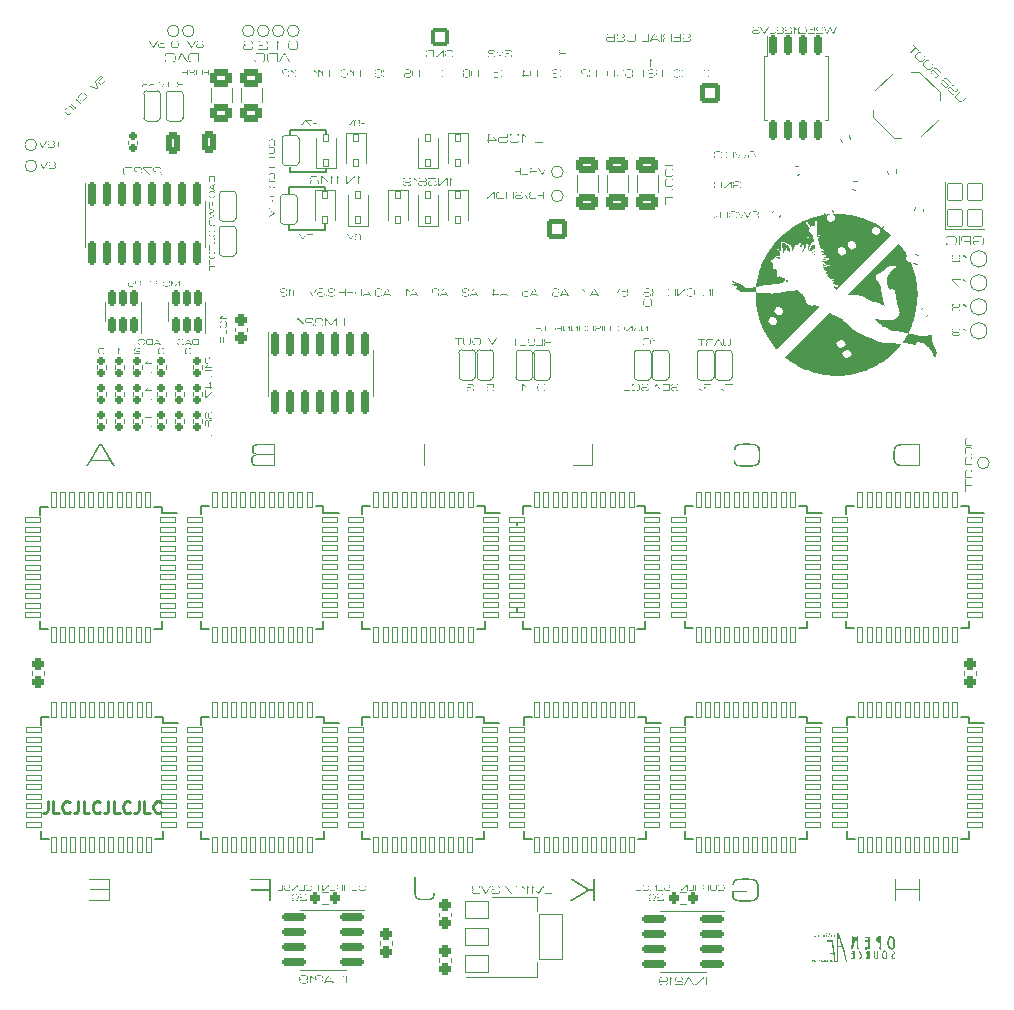
<source format=gbo>
G04 #@! TF.GenerationSoftware,KiCad,Pcbnew,(7.0.0-rc1-358-g86c12d35b4)*
G04 #@! TF.CreationDate,2023-05-18T21:24:16-07:00*
G04 #@! TF.ProjectId,Jumperless2,4a756d70-6572-46c6-9573-73322e6b6963,rev?*
G04 #@! TF.SameCoordinates,Original*
G04 #@! TF.FileFunction,Legend,Bot*
G04 #@! TF.FilePolarity,Positive*
%FSLAX46Y46*%
G04 Gerber Fmt 4.6, Leading zero omitted, Abs format (unit mm)*
G04 Created by KiCad (PCBNEW (7.0.0-rc1-358-g86c12d35b4)) date 2023-05-18 21:24:16*
%MOMM*%
%LPD*%
G01*
G04 APERTURE LIST*
G04 Aperture macros list*
%AMRoundRect*
0 Rectangle with rounded corners*
0 $1 Rounding radius*
0 $2 $3 $4 $5 $6 $7 $8 $9 X,Y pos of 4 corners*
0 Add a 4 corners polygon primitive as box body*
4,1,4,$2,$3,$4,$5,$6,$7,$8,$9,$2,$3,0*
0 Add four circle primitives for the rounded corners*
1,1,$1+$1,$2,$3*
1,1,$1+$1,$4,$5*
1,1,$1+$1,$6,$7*
1,1,$1+$1,$8,$9*
0 Add four rect primitives between the rounded corners*
20,1,$1+$1,$2,$3,$4,$5,0*
20,1,$1+$1,$4,$5,$6,$7,0*
20,1,$1+$1,$6,$7,$8,$9,0*
20,1,$1+$1,$8,$9,$2,$3,0*%
%AMHorizOval*
0 Thick line with rounded ends*
0 $1 width*
0 $2 $3 position (X,Y) of the first rounded end (center of the circle)*
0 $4 $5 position (X,Y) of the second rounded end (center of the circle)*
0 Add line between two ends*
20,1,$1,$2,$3,$4,$5,0*
0 Add two circle primitives to create the rounded ends*
1,1,$1,$2,$3*
1,1,$1,$4,$5*%
%AMFreePoly0*
4,1,27,0.526870,0.526870,0.538000,0.500000,0.538000,-0.500000,0.526870,-0.526870,0.500000,-0.538000,0.000000,-0.538000,-0.007413,-0.537270,-0.103084,-0.518240,-0.116783,-0.512566,-0.197889,-0.458373,-0.208373,-0.447889,-0.262566,-0.366783,-0.268240,-0.353084,-0.287270,-0.257413,-0.288000,-0.250000,-0.288000,0.250000,-0.287270,0.257413,-0.268240,0.353084,-0.262566,0.366783,-0.208373,0.447889,
-0.197889,0.458373,-0.116783,0.512566,-0.103084,0.518240,-0.007413,0.537270,0.000000,0.538000,0.500000,0.538000,0.526870,0.526870,0.526870,0.526870,$1*%
%AMFreePoly1*
4,1,27,0.534870,0.534870,0.546000,0.508000,0.546000,-0.508000,0.534870,-0.534870,0.508000,-0.546000,0.000000,-0.546000,-0.007414,-0.545270,-0.104616,-0.525935,-0.118314,-0.520261,-0.200717,-0.465201,-0.211201,-0.454717,-0.266261,-0.372314,-0.271935,-0.358616,-0.291270,-0.261414,-0.292000,-0.254000,-0.292000,0.254000,-0.291270,0.261414,-0.271935,0.358616,-0.266261,0.372314,-0.211201,0.454717,
-0.200717,0.465201,-0.118314,0.520261,-0.104616,0.525935,-0.007414,0.545270,0.000000,0.546000,0.508000,0.546000,0.534870,0.534870,0.534870,0.534870,$1*%
G04 Aperture macros list end*
%ADD10C,0.000000*%
%ADD11C,0.150000*%
%ADD12C,0.120000*%
%ADD13C,0.250000*%
%ADD14C,0.114000*%
%ADD15C,0.125000*%
%ADD16C,0.300000*%
%ADD17C,0.010000*%
%ADD18C,0.012700*%
%ADD19RoundRect,0.038000X0.600000X0.250000X-0.600000X0.250000X-0.600000X-0.250000X0.600000X-0.250000X0*%
%ADD20RoundRect,0.038000X0.250000X-0.600000X0.250000X0.600000X-0.250000X0.600000X-0.250000X-0.600000X0*%
%ADD21RoundRect,0.188000X0.150000X-0.512500X0.150000X0.512500X-0.150000X0.512500X-0.150000X-0.512500X0*%
%ADD22O,1.576000X1.376000*%
%ADD23RoundRect,0.198000X0.640000X-0.640000X0.640000X0.640000X-0.640000X0.640000X-0.640000X-0.640000X0*%
%ADD24O,1.676000X1.676000*%
%ADD25C,0.976000*%
%ADD26C,1.476000*%
%ADD27RoundRect,0.208000X-0.961665X0.000000X0.000000X-0.961665X0.961665X0.000000X0.000000X0.961665X0*%
%ADD28HorizOval,1.776000X0.000000X0.000000X0.000000X0.000000X0*%
%ADD29RoundRect,0.188000X0.600000X-0.600000X0.600000X0.600000X-0.600000X0.600000X-0.600000X-0.600000X0*%
%ADD30O,1.376000X2.076000*%
%ADD31O,1.776000X1.076000*%
%ADD32RoundRect,0.198000X-0.640000X0.640000X-0.640000X-0.640000X0.640000X-0.640000X0.640000X0.640000X0*%
%ADD33RoundRect,0.178000X0.058955X-0.212189X0.219557X0.017173X-0.058955X0.212189X-0.219557X-0.017173X0*%
%ADD34C,2.000000*%
%ADD35RoundRect,0.288001X0.624999X-0.462499X0.624999X0.462499X-0.624999X0.462499X-0.624999X-0.462499X0*%
%ADD36C,1.076000*%
%ADD37RoundRect,0.288000X0.650000X-0.412500X0.650000X0.412500X-0.650000X0.412500X-0.650000X-0.412500X0*%
%ADD38C,0.826000*%
%ADD39RoundRect,0.173000X0.185000X-0.135000X0.185000X0.135000X-0.185000X0.135000X-0.185000X-0.135000X0*%
%ADD40RoundRect,0.038000X0.225000X-0.300000X0.225000X0.300000X-0.225000X0.300000X-0.225000X-0.300000X0*%
%ADD41RoundRect,0.173000X-0.185000X0.135000X-0.185000X-0.135000X0.185000X-0.135000X0.185000X0.135000X0*%
%ADD42FreePoly0,90.000000*%
%ADD43FreePoly0,270.000000*%
%ADD44RoundRect,0.238000X-0.200000X-0.275000X0.200000X-0.275000X0.200000X0.275000X-0.200000X0.275000X0*%
%ADD45FreePoly1,90.000000*%
%ADD46FreePoly1,270.000000*%
%ADD47RoundRect,0.271680X0.350520X0.652320X-0.350520X0.652320X-0.350520X-0.652320X0.350520X-0.652320X0*%
%ADD48RoundRect,0.178000X0.143107X-0.167393X0.191728X0.108353X-0.143107X0.167393X-0.191728X-0.108353X0*%
%ADD49RoundRect,0.038000X0.954594X-0.247487X-0.247487X0.954594X-0.954594X0.247487X0.247487X-0.954594X0*%
%ADD50RoundRect,0.263000X-0.250000X0.225000X-0.250000X-0.225000X0.250000X-0.225000X0.250000X0.225000X0*%
%ADD51RoundRect,0.173000X-0.205632X0.100824X-0.158747X-0.165074X0.205632X-0.100824X0.158747X0.165074X0*%
%ADD52RoundRect,0.178000X-0.017173X-0.219557X0.212189X-0.058955X0.017173X0.219557X-0.212189X0.058955X0*%
%ADD53RoundRect,0.038000X-0.225000X0.300000X-0.225000X-0.300000X0.225000X-0.300000X0.225000X0.300000X0*%
%ADD54RoundRect,0.263000X0.250000X-0.225000X0.250000X0.225000X-0.250000X0.225000X-0.250000X-0.225000X0*%
%ADD55RoundRect,0.038000X0.600000X-0.700000X0.600000X0.700000X-0.600000X0.700000X-0.600000X-0.700000X0*%
%ADD56RoundRect,0.188000X-0.150000X0.825000X-0.150000X-0.825000X0.150000X-0.825000X0.150000X0.825000X0*%
%ADD57RoundRect,0.178000X0.099887X0.196272X-0.173476X0.135669X-0.099887X-0.196272X0.173476X-0.135669X0*%
%ADD58RoundRect,0.188000X-0.150000X0.650000X-0.150000X-0.650000X0.150000X-0.650000X0.150000X0.650000X0*%
%ADD59RoundRect,0.178000X0.207631X-0.073414X0.111865X0.189700X-0.207631X0.073414X-0.111865X-0.189700X0*%
%ADD60RoundRect,0.173000X-0.157992X-0.165796X0.109698X-0.201038X0.157992X0.165796X-0.109698X0.201038X0*%
%ADD61RoundRect,0.188000X0.825000X0.150000X-0.825000X0.150000X-0.825000X-0.150000X0.825000X-0.150000X0*%
%ADD62RoundRect,0.178000X-0.068155X0.209416X-0.218598X-0.026734X0.068155X-0.209416X0.218598X0.026734X0*%
%ADD63RoundRect,0.173000X0.224720X-0.044167X0.110613X0.200536X-0.224720X0.044167X-0.110613X-0.200536X0*%
%ADD64RoundRect,0.178000X-0.217224X0.036244X-0.077224X-0.206244X0.217224X-0.036244X0.077224X0.206244X0*%
%ADD65RoundRect,0.038000X-1.000000X-0.750000X1.000000X-0.750000X1.000000X0.750000X-1.000000X0.750000X0*%
%ADD66RoundRect,0.038000X-1.000000X-1.900000X1.000000X-1.900000X1.000000X1.900000X-1.000000X1.900000X0*%
%ADD67RoundRect,0.173000X-0.171841X-0.151395X0.091759X-0.209834X0.171841X0.151395X-0.091759X0.209834X0*%
%ADD68RoundRect,0.178000X-0.111865X0.189700X-0.207631X-0.073414X0.111865X-0.189700X0.207631X0.073414X0*%
%ADD69RoundRect,0.288000X-0.650000X0.412500X-0.650000X-0.412500X0.650000X-0.412500X0.650000X0.412500X0*%
%ADD70RoundRect,0.178000X0.026734X0.218598X-0.209416X0.068155X-0.026734X-0.218598X0.209416X-0.068155X0*%
G04 APERTURE END LIST*
D10*
G36*
X103478998Y-182041180D02*
G01*
X103479442Y-182041204D01*
X103479886Y-182041243D01*
X103480327Y-182041298D01*
X103480767Y-182041368D01*
X103481204Y-182041454D01*
X103481637Y-182041554D01*
X103482067Y-182041670D01*
X103482493Y-182041801D01*
X103482913Y-182041946D01*
X103483329Y-182042106D01*
X103483738Y-182042281D01*
X103484141Y-182042470D01*
X103484537Y-182042673D01*
X103484925Y-182042890D01*
X103485306Y-182043122D01*
X103485678Y-182043367D01*
X103486040Y-182043626D01*
X103486393Y-182043899D01*
X103486736Y-182044185D01*
X103487068Y-182044485D01*
X103487388Y-182044798D01*
X103487697Y-182045124D01*
X103487994Y-182045463D01*
X103488277Y-182045815D01*
X103488547Y-182046180D01*
X103488803Y-182046558D01*
X103489045Y-182046948D01*
X103489271Y-182047350D01*
X103489482Y-182047765D01*
X103489677Y-182048192D01*
X103489855Y-182048631D01*
X103490383Y-182049701D01*
X103490866Y-182050791D01*
X103491307Y-182051899D01*
X103491709Y-182053025D01*
X103492076Y-182054166D01*
X103492410Y-182055323D01*
X103492714Y-182056492D01*
X103492991Y-182057673D01*
X103493477Y-182060066D01*
X103493892Y-182062490D01*
X103494602Y-182067393D01*
X103495774Y-182087094D01*
X103496207Y-182096963D01*
X103496523Y-182106837D01*
X103496712Y-182116711D01*
X103496763Y-182126580D01*
X103496666Y-182136438D01*
X103496410Y-182146281D01*
X103486012Y-182270377D01*
X103485139Y-182279154D01*
X103484069Y-182287867D01*
X103482841Y-182296538D01*
X103481491Y-182305187D01*
X103475614Y-182339998D01*
X103475383Y-182341727D01*
X103475114Y-182343442D01*
X103474803Y-182345142D01*
X103474449Y-182346828D01*
X103474050Y-182348501D01*
X103473604Y-182350161D01*
X103473109Y-182351810D01*
X103472563Y-182353447D01*
X103471964Y-182355073D01*
X103471310Y-182356690D01*
X103470599Y-182358297D01*
X103469829Y-182359896D01*
X103468998Y-182361487D01*
X103468104Y-182363070D01*
X103467146Y-182364647D01*
X103466120Y-182366218D01*
X103466121Y-182366218D01*
X103464289Y-182368775D01*
X103462354Y-182371108D01*
X103460321Y-182373220D01*
X103458192Y-182375115D01*
X103455972Y-182376797D01*
X103453665Y-182378269D01*
X103451273Y-182379536D01*
X103448801Y-182380600D01*
X103446252Y-182381466D01*
X103443630Y-182382136D01*
X103440938Y-182382615D01*
X103438181Y-182382906D01*
X103435361Y-182383014D01*
X103432482Y-182382940D01*
X103429549Y-182382690D01*
X103426564Y-182382267D01*
X103423398Y-182381881D01*
X103420266Y-182381393D01*
X103417180Y-182380790D01*
X103414153Y-182380060D01*
X103411198Y-182379191D01*
X103408326Y-182378171D01*
X103406926Y-182377600D01*
X103405552Y-182376987D01*
X103404205Y-182376330D01*
X103402886Y-182375627D01*
X103401599Y-182374878D01*
X103400343Y-182374079D01*
X103399121Y-182373231D01*
X103397934Y-182372331D01*
X103396784Y-182371379D01*
X103395672Y-182370371D01*
X103394600Y-182369307D01*
X103393569Y-182368185D01*
X103392582Y-182367005D01*
X103391639Y-182365763D01*
X103390742Y-182364459D01*
X103389893Y-182363091D01*
X103389094Y-182361658D01*
X103388345Y-182360158D01*
X103387649Y-182358589D01*
X103387007Y-182356951D01*
X103385199Y-182351300D01*
X103385210Y-182350054D01*
X103385249Y-182348859D01*
X103385319Y-182347713D01*
X103385428Y-182346613D01*
X103385581Y-182345556D01*
X103385783Y-182344541D01*
X103386040Y-182343565D01*
X103386190Y-182343091D01*
X103386357Y-182342625D01*
X103386540Y-182342169D01*
X103386741Y-182341720D01*
X103386959Y-182341280D01*
X103387196Y-182340847D01*
X103387453Y-182340422D01*
X103387729Y-182340004D01*
X103388027Y-182339593D01*
X103388345Y-182339189D01*
X103388686Y-182338791D01*
X103389050Y-182338398D01*
X103389438Y-182338012D01*
X103389849Y-182337631D01*
X103390286Y-182337255D01*
X103390749Y-182336884D01*
X103391238Y-182336517D01*
X103391754Y-182336155D01*
X103392281Y-182335811D01*
X103392803Y-182335500D01*
X103393320Y-182335221D01*
X103393832Y-182334973D01*
X103394340Y-182334757D01*
X103394843Y-182334571D01*
X103395342Y-182334416D01*
X103395836Y-182334290D01*
X103396327Y-182334193D01*
X103396814Y-182334125D01*
X103397297Y-182334085D01*
X103397777Y-182334073D01*
X103398254Y-182334088D01*
X103398727Y-182334129D01*
X103399197Y-182334197D01*
X103399665Y-182334290D01*
X103400130Y-182334408D01*
X103400592Y-182334552D01*
X103401052Y-182334719D01*
X103401510Y-182334910D01*
X103401966Y-182335124D01*
X103402421Y-182335361D01*
X103402873Y-182335620D01*
X103403324Y-182335901D01*
X103404222Y-182336525D01*
X103405116Y-182337230D01*
X103406008Y-182338012D01*
X103406898Y-182338867D01*
X103407108Y-182339087D01*
X103407314Y-182339320D01*
X103407518Y-182339564D01*
X103407721Y-182339817D01*
X103408134Y-182340341D01*
X103408566Y-182340873D01*
X103408792Y-182341137D01*
X103409029Y-182341395D01*
X103409276Y-182341646D01*
X103409537Y-182341887D01*
X103409812Y-182342116D01*
X103409956Y-182342226D01*
X103410103Y-182342332D01*
X103410256Y-182342433D01*
X103410413Y-182342530D01*
X103410574Y-182342623D01*
X103410741Y-182342710D01*
X103411713Y-182343484D01*
X103412677Y-182344196D01*
X103413632Y-182344845D01*
X103414579Y-182345432D01*
X103415516Y-182345957D01*
X103416442Y-182346418D01*
X103417358Y-182346817D01*
X103418260Y-182347153D01*
X103419151Y-182347426D01*
X103420027Y-182347636D01*
X103420889Y-182347784D01*
X103421735Y-182347867D01*
X103422566Y-182347888D01*
X103423380Y-182347845D01*
X103424176Y-182347739D01*
X103424953Y-182347570D01*
X103425712Y-182347337D01*
X103426450Y-182347040D01*
X103427168Y-182346679D01*
X103427864Y-182346255D01*
X103428538Y-182345767D01*
X103429188Y-182345215D01*
X103429815Y-182344598D01*
X103430417Y-182343918D01*
X103430994Y-182343173D01*
X103431544Y-182342364D01*
X103432067Y-182341491D01*
X103432562Y-182340553D01*
X103433029Y-182339550D01*
X103433466Y-182338483D01*
X103433873Y-182337352D01*
X103434249Y-182336155D01*
X103436291Y-182326845D01*
X103437277Y-182322089D01*
X103438205Y-182317280D01*
X103439048Y-182312429D01*
X103439780Y-182307547D01*
X103440374Y-182302643D01*
X103440804Y-182297728D01*
X103446582Y-182247003D01*
X103451428Y-182196236D01*
X103455426Y-182145469D01*
X103458661Y-182094744D01*
X103459051Y-182090465D01*
X103459530Y-182086112D01*
X103460084Y-182081695D01*
X103460696Y-182077225D01*
X103463408Y-182059029D01*
X103463759Y-182057590D01*
X103464136Y-182056165D01*
X103464545Y-182054766D01*
X103464990Y-182053406D01*
X103465229Y-182052746D01*
X103465479Y-182052100D01*
X103465740Y-182051471D01*
X103466015Y-182050860D01*
X103466302Y-182050269D01*
X103466604Y-182049699D01*
X103466920Y-182049153D01*
X103467251Y-182048631D01*
X103467429Y-182048192D01*
X103467624Y-182047765D01*
X103467835Y-182047350D01*
X103468061Y-182046948D01*
X103468303Y-182046558D01*
X103468559Y-182046180D01*
X103469112Y-182045463D01*
X103469717Y-182044798D01*
X103470370Y-182044185D01*
X103471065Y-182043626D01*
X103471800Y-182043122D01*
X103472569Y-182042673D01*
X103473368Y-182042281D01*
X103474192Y-182041946D01*
X103475039Y-182041670D01*
X103475902Y-182041454D01*
X103476779Y-182041298D01*
X103477664Y-182041204D01*
X103478553Y-182041172D01*
X103478998Y-182041180D01*
G37*
G36*
X103364897Y-182664539D02*
G01*
X103419613Y-182665072D01*
X103463902Y-182665987D01*
X103497766Y-182667304D01*
X103710018Y-182667304D01*
X103712887Y-182667365D01*
X103715730Y-182667548D01*
X103718546Y-182667854D01*
X103721338Y-182668282D01*
X103724104Y-182668834D01*
X103726845Y-182669509D01*
X103729562Y-182670308D01*
X103732255Y-182671232D01*
X103734924Y-182672279D01*
X103737569Y-182673452D01*
X103740191Y-182674749D01*
X103742790Y-182676173D01*
X103745367Y-182677722D01*
X103747922Y-182679397D01*
X103750455Y-182681199D01*
X103752966Y-182683127D01*
X103755411Y-182685145D01*
X103757744Y-182687217D01*
X103759967Y-182689341D01*
X103762078Y-182691519D01*
X103764078Y-182693749D01*
X103765966Y-182696032D01*
X103767744Y-182698369D01*
X103769410Y-182700758D01*
X103770965Y-182703200D01*
X103772409Y-182705696D01*
X103773741Y-182708244D01*
X103774962Y-182710845D01*
X103776072Y-182713499D01*
X103777071Y-182716207D01*
X103777958Y-182718967D01*
X103778734Y-182721780D01*
X103778734Y-182736020D01*
X103873445Y-183427478D01*
X103876189Y-183439504D01*
X103878658Y-183451170D01*
X103880852Y-183462476D01*
X103882769Y-183473421D01*
X103884412Y-183484006D01*
X103885779Y-183494231D01*
X103886870Y-183504095D01*
X103887686Y-183513600D01*
X103919943Y-183743529D01*
X103947897Y-183951186D01*
X103971572Y-184136592D01*
X103990987Y-184299768D01*
X103991378Y-184305690D01*
X103992039Y-184312769D01*
X103992965Y-184320998D01*
X103994151Y-184330369D01*
X103995591Y-184340873D01*
X103997281Y-184352503D01*
X104001385Y-184379109D01*
X104003193Y-184379109D01*
X104004807Y-184390732D01*
X104006273Y-184401911D01*
X104007611Y-184412707D01*
X104008844Y-184423187D01*
X104011557Y-184438444D01*
X104014269Y-184454380D01*
X104012235Y-184454380D01*
X104013252Y-184465032D01*
X104014269Y-184475176D01*
X104014269Y-184480827D01*
X104014214Y-184483306D01*
X104014047Y-184485743D01*
X104013768Y-184488136D01*
X104013379Y-184490486D01*
X104012878Y-184492793D01*
X104012266Y-184495055D01*
X104011543Y-184497273D01*
X104010709Y-184499447D01*
X104009763Y-184501575D01*
X104008706Y-184503658D01*
X104007538Y-184505695D01*
X104006259Y-184507687D01*
X104004868Y-184509632D01*
X104003366Y-184511530D01*
X104001753Y-184513381D01*
X104000028Y-184515185D01*
X103998225Y-184516909D01*
X103996373Y-184518523D01*
X103994475Y-184520024D01*
X103992530Y-184521415D01*
X103990539Y-184522695D01*
X103988502Y-184523863D01*
X103986419Y-184524920D01*
X103984290Y-184525865D01*
X103982117Y-184526700D01*
X103979899Y-184527423D01*
X103977636Y-184528035D01*
X103975330Y-184528535D01*
X103972980Y-184528925D01*
X103970586Y-184529203D01*
X103968150Y-184529370D01*
X103965670Y-184529425D01*
X103960019Y-184529425D01*
X103957161Y-184529364D01*
X103954350Y-184529181D01*
X103951586Y-184528876D01*
X103948869Y-184528447D01*
X103946198Y-184527895D01*
X103943573Y-184527220D01*
X103940994Y-184526421D01*
X103938461Y-184525498D01*
X103935972Y-184524450D01*
X103933528Y-184523278D01*
X103931128Y-184521980D01*
X103928773Y-184520557D01*
X103926461Y-184519008D01*
X103924192Y-184517333D01*
X103921967Y-184515531D01*
X103919784Y-184513603D01*
X103917668Y-184511621D01*
X103915641Y-184509578D01*
X103913705Y-184507472D01*
X103911858Y-184505306D01*
X103910102Y-184503081D01*
X103908436Y-184500796D01*
X103906860Y-184498455D01*
X103905374Y-184496056D01*
X103903978Y-184493602D01*
X103902672Y-184491093D01*
X103901456Y-184488531D01*
X103900330Y-184485916D01*
X103899294Y-184483250D01*
X103898349Y-184480532D01*
X103897493Y-184477765D01*
X103896728Y-184474950D01*
X103896728Y-184469299D01*
X103890964Y-184425277D01*
X103884522Y-184378883D01*
X103886556Y-184378883D01*
X103879096Y-184336839D01*
X103847451Y-184098592D01*
X103830272Y-183960934D01*
X103815806Y-183831865D01*
X103731390Y-183829530D01*
X103661618Y-183828276D01*
X103606552Y-183828082D01*
X103566257Y-183828926D01*
X103563383Y-183828855D01*
X103560524Y-183828639D01*
X103557679Y-183828280D01*
X103554849Y-183827775D01*
X103552032Y-183827124D01*
X103549227Y-183826328D01*
X103546434Y-183825384D01*
X103543653Y-183824292D01*
X103540882Y-183823053D01*
X103538121Y-183821664D01*
X103535369Y-183820125D01*
X103532626Y-183818436D01*
X103529891Y-183816597D01*
X103527163Y-183814605D01*
X103524442Y-183812461D01*
X103521727Y-183810165D01*
X103519128Y-183807818D01*
X103516673Y-183805439D01*
X103514360Y-183803027D01*
X103512191Y-183800583D01*
X103510164Y-183798105D01*
X103508281Y-183795594D01*
X103506541Y-183793050D01*
X103504943Y-183790471D01*
X103503489Y-183787858D01*
X103502178Y-183785210D01*
X103501010Y-183782527D01*
X103499985Y-183779808D01*
X103499103Y-183777054D01*
X103498364Y-183774264D01*
X103497768Y-183771437D01*
X103497315Y-183768573D01*
X103497315Y-183759984D01*
X103497365Y-183757142D01*
X103497516Y-183754379D01*
X103497768Y-183751695D01*
X103498120Y-183749092D01*
X103498573Y-183746567D01*
X103499127Y-183744122D01*
X103499781Y-183741757D01*
X103500536Y-183739471D01*
X103501391Y-183737264D01*
X103502348Y-183735137D01*
X103503405Y-183733089D01*
X103504562Y-183731121D01*
X103505820Y-183729233D01*
X103507179Y-183727423D01*
X103508639Y-183725694D01*
X103510199Y-183724043D01*
X103511849Y-183722483D01*
X103513579Y-183721024D01*
X103515388Y-183719665D01*
X103517277Y-183718407D01*
X103519245Y-183717249D01*
X103521293Y-183716192D01*
X103523420Y-183715236D01*
X103525626Y-183714380D01*
X103527912Y-183713625D01*
X103530278Y-183712971D01*
X103532723Y-183712417D01*
X103535247Y-183711964D01*
X103537851Y-183711612D01*
X103540534Y-183711360D01*
X103543297Y-183711209D01*
X103546139Y-183711159D01*
X103551861Y-183710514D01*
X103559024Y-183709937D01*
X103567627Y-183709435D01*
X103577672Y-183709012D01*
X103589158Y-183708674D01*
X103602084Y-183708426D01*
X103616452Y-183708273D01*
X103632261Y-183708221D01*
X103655617Y-183708595D01*
X103691116Y-183709690D01*
X103738779Y-183711463D01*
X103798627Y-183713872D01*
X103769919Y-183512922D01*
X103769853Y-183510917D01*
X103769654Y-183508461D01*
X103768856Y-183502199D01*
X103767523Y-183494136D01*
X103765653Y-183484271D01*
X103763242Y-183472605D01*
X103760288Y-183459138D01*
X103756788Y-183443870D01*
X103752740Y-183426800D01*
X103727092Y-183241592D01*
X103704707Y-183073188D01*
X103685543Y-182921610D01*
X103669558Y-182786880D01*
X103617381Y-182786707D01*
X103572727Y-182786173D01*
X103535576Y-182785259D01*
X103505904Y-182783941D01*
X103472588Y-182782719D01*
X103429926Y-182781794D01*
X103377898Y-182781207D01*
X103316482Y-182781003D01*
X103313543Y-182781003D01*
X103310680Y-182780931D01*
X103307853Y-182780716D01*
X103305063Y-182780356D01*
X103302309Y-182779851D01*
X103299590Y-182779201D01*
X103296907Y-182778404D01*
X103294259Y-182777460D01*
X103291646Y-182776369D01*
X103289067Y-182775129D01*
X103286523Y-182773740D01*
X103284012Y-182772202D01*
X103281534Y-182770513D01*
X103279090Y-182768673D01*
X103276678Y-182766682D01*
X103274299Y-182764538D01*
X103271952Y-182762241D01*
X103269682Y-182759905D01*
X103267534Y-182757558D01*
X103265509Y-182755200D01*
X103263607Y-182752832D01*
X103261827Y-182750454D01*
X103260171Y-182748064D01*
X103258639Y-182745664D01*
X103257232Y-182743254D01*
X103255948Y-182740833D01*
X103254790Y-182738401D01*
X103253756Y-182735959D01*
X103252848Y-182733506D01*
X103252066Y-182731042D01*
X103251410Y-182728568D01*
X103250881Y-182726084D01*
X103250478Y-182723588D01*
X103250478Y-182714999D01*
X103250528Y-182712519D01*
X103250679Y-182710083D01*
X103250931Y-182707689D01*
X103251283Y-182705339D01*
X103251736Y-182703033D01*
X103252290Y-182700770D01*
X103252944Y-182698552D01*
X103253699Y-182696379D01*
X103254555Y-182694250D01*
X103255511Y-182692167D01*
X103256568Y-182690130D01*
X103257726Y-182688139D01*
X103258984Y-182686194D01*
X103260343Y-182684296D01*
X103261803Y-182682444D01*
X103263363Y-182680641D01*
X103263814Y-182681545D01*
X103265464Y-182679807D01*
X103267194Y-182678155D01*
X103269003Y-182676589D01*
X103270892Y-182675110D01*
X103272860Y-182673718D01*
X103274908Y-182672414D01*
X103277035Y-182671199D01*
X103279241Y-182670073D01*
X103281527Y-182669038D01*
X103283893Y-182668093D01*
X103286338Y-182667239D01*
X103288862Y-182666478D01*
X103291466Y-182665809D01*
X103294150Y-182665234D01*
X103296912Y-182664752D01*
X103299755Y-182664366D01*
X103364897Y-182664539D01*
G37*
G36*
X108382501Y-183930870D02*
G01*
X108382501Y-183968167D01*
X108382081Y-183980861D01*
X108380754Y-183997329D01*
X108378417Y-184016937D01*
X108374968Y-184039052D01*
X108370304Y-184063040D01*
X108364323Y-184088266D01*
X108356923Y-184114098D01*
X108348002Y-184139901D01*
X108337457Y-184165043D01*
X108331543Y-184177167D01*
X108325185Y-184188888D01*
X108318370Y-184200126D01*
X108311086Y-184210803D01*
X108303318Y-184220839D01*
X108295055Y-184230155D01*
X108286284Y-184238672D01*
X108276992Y-184246310D01*
X108267166Y-184252990D01*
X108256793Y-184258634D01*
X108245861Y-184263161D01*
X108234357Y-184266493D01*
X108222267Y-184268550D01*
X108209580Y-184269253D01*
X108209580Y-184269705D01*
X108190345Y-184269132D01*
X108172041Y-184267441D01*
X108154647Y-184264679D01*
X108138143Y-184260892D01*
X108122506Y-184256127D01*
X108107717Y-184250428D01*
X108093754Y-184243841D01*
X108080596Y-184236414D01*
X108068222Y-184228191D01*
X108056611Y-184219219D01*
X108045742Y-184209543D01*
X108035594Y-184199210D01*
X108026147Y-184188265D01*
X108017378Y-184176755D01*
X108009267Y-184164725D01*
X108001793Y-184152221D01*
X107994934Y-184139289D01*
X107988671Y-184125976D01*
X107977845Y-184098387D01*
X107969145Y-184069822D01*
X107962405Y-184040649D01*
X107957455Y-184011234D01*
X107954128Y-183981946D01*
X107952255Y-183953152D01*
X107951668Y-183925220D01*
X107951909Y-183911431D01*
X108046831Y-183911431D01*
X108047118Y-183936095D01*
X108048283Y-183960958D01*
X108049335Y-183973480D01*
X108050776Y-183986071D01*
X108052664Y-183998736D01*
X108055053Y-184011482D01*
X108058002Y-184024316D01*
X108061566Y-184037243D01*
X108065802Y-184050271D01*
X108070767Y-184063404D01*
X108076517Y-184076650D01*
X108083109Y-184090016D01*
X108090600Y-184103506D01*
X108099046Y-184117128D01*
X108102671Y-184122491D01*
X108106734Y-184127869D01*
X108111194Y-184133211D01*
X108116006Y-184138467D01*
X108121129Y-184143589D01*
X108126518Y-184148525D01*
X108132131Y-184153227D01*
X108137925Y-184157646D01*
X108143857Y-184161730D01*
X108149883Y-184165431D01*
X108155961Y-184168698D01*
X108162048Y-184171483D01*
X108168100Y-184173736D01*
X108171100Y-184174647D01*
X108174075Y-184175407D01*
X108177020Y-184176008D01*
X108179929Y-184176445D01*
X108182798Y-184176712D01*
X108185620Y-184176802D01*
X108194558Y-184176139D01*
X108202946Y-184174204D01*
X108210802Y-184171080D01*
X108218144Y-184166847D01*
X108224988Y-184161588D01*
X108231353Y-184155385D01*
X108237255Y-184148320D01*
X108242713Y-184140474D01*
X108247743Y-184131929D01*
X108252363Y-184122767D01*
X108256590Y-184113071D01*
X108260442Y-184102922D01*
X108267091Y-184081591D01*
X108272448Y-184059431D01*
X108276652Y-184037096D01*
X108279844Y-184015241D01*
X108282162Y-183994521D01*
X108283746Y-183975591D01*
X108285270Y-183945721D01*
X108285530Y-183930870D01*
X108285007Y-183918149D01*
X108283444Y-183901136D01*
X108280850Y-183880539D01*
X108277233Y-183857061D01*
X108272604Y-183831409D01*
X108266970Y-183804287D01*
X108260341Y-183776401D01*
X108252726Y-183748456D01*
X108244133Y-183721157D01*
X108234571Y-183695210D01*
X108224050Y-183671320D01*
X108218433Y-183660367D01*
X108212579Y-183650192D01*
X108206489Y-183640884D01*
X108200165Y-183632531D01*
X108193608Y-183625222D01*
X108186819Y-183619043D01*
X108179799Y-183614084D01*
X108172550Y-183610433D01*
X108165071Y-183608178D01*
X108157365Y-183607407D01*
X108155120Y-183607518D01*
X108152878Y-183607844D01*
X108150641Y-183608374D01*
X108148413Y-183609097D01*
X108146194Y-183610000D01*
X108143987Y-183611072D01*
X108141794Y-183612302D01*
X108139617Y-183613679D01*
X108137458Y-183615191D01*
X108135320Y-183616827D01*
X108131113Y-183620423D01*
X108127012Y-183624378D01*
X108123035Y-183628598D01*
X108119198Y-183632993D01*
X108115519Y-183637472D01*
X108108699Y-183646314D01*
X108102711Y-183654393D01*
X108097690Y-183660978D01*
X108097464Y-183660978D01*
X108093918Y-183665720D01*
X108090526Y-183670980D01*
X108084191Y-183682930D01*
X108078438Y-183696572D01*
X108073246Y-183711650D01*
X108068593Y-183727908D01*
X108064457Y-183745090D01*
X108060818Y-183762941D01*
X108057653Y-183781203D01*
X108054940Y-183799622D01*
X108052660Y-183817942D01*
X108049307Y-183853257D01*
X108047421Y-183885103D01*
X108046831Y-183911431D01*
X107951909Y-183911431D01*
X107952323Y-183887689D01*
X107954405Y-183850065D01*
X107956037Y-183831235D01*
X107958093Y-183812404D01*
X107960594Y-183793577D01*
X107963563Y-183774761D01*
X107967023Y-183755965D01*
X107970994Y-183737193D01*
X107975500Y-183718454D01*
X107980562Y-183699755D01*
X107986204Y-183681102D01*
X107992446Y-183662502D01*
X107999311Y-183643962D01*
X108006822Y-183625490D01*
X108010909Y-183617136D01*
X108015837Y-183608354D01*
X108021540Y-183599278D01*
X108027953Y-183590040D01*
X108035012Y-183580775D01*
X108042650Y-183571615D01*
X108050802Y-183562694D01*
X108059405Y-183554146D01*
X108068391Y-183546104D01*
X108077696Y-183538701D01*
X108087254Y-183532070D01*
X108092108Y-183529087D01*
X108097001Y-183526346D01*
X108101925Y-183523866D01*
X108106872Y-183521662D01*
X108111833Y-183519752D01*
X108116800Y-183518151D01*
X108121765Y-183516877D01*
X108126721Y-183515947D01*
X108131658Y-183515376D01*
X108136569Y-183515182D01*
X108148588Y-183515575D01*
X108160317Y-183516737D01*
X108171753Y-183518640D01*
X108182894Y-183521260D01*
X108193739Y-183524570D01*
X108204286Y-183528543D01*
X108214533Y-183533154D01*
X108224478Y-183538376D01*
X108234118Y-183544183D01*
X108243453Y-183550549D01*
X108252480Y-183557448D01*
X108261198Y-183564853D01*
X108269604Y-183572739D01*
X108277696Y-183581078D01*
X108292933Y-183599015D01*
X108306892Y-183618453D01*
X108319560Y-183639184D01*
X108330921Y-183660998D01*
X108340959Y-183683685D01*
X108349660Y-183707035D01*
X108357007Y-183730839D01*
X108362987Y-183754888D01*
X108367582Y-183778971D01*
X108369067Y-183790293D01*
X108371153Y-183803596D01*
X108376144Y-183832204D01*
X108380583Y-183856913D01*
X108381981Y-183865342D01*
X108382501Y-183869840D01*
X108382501Y-183930870D01*
G37*
G36*
X99664035Y-123612281D02*
G01*
X99666426Y-123612807D01*
X99668630Y-123613593D01*
X99670658Y-123614639D01*
X99672518Y-123615943D01*
X99674221Y-123617504D01*
X99674593Y-123617867D01*
X99675008Y-123618233D01*
X99675461Y-123618599D01*
X99675949Y-123618963D01*
X99676466Y-123619324D01*
X99677008Y-123619677D01*
X99677571Y-123620021D01*
X99678150Y-123620352D01*
X99678742Y-123620670D01*
X99679340Y-123620971D01*
X99679942Y-123621252D01*
X99680543Y-123621511D01*
X99681138Y-123621745D01*
X99681723Y-123621953D01*
X99682293Y-123622131D01*
X99682844Y-123622277D01*
X99683378Y-123622420D01*
X99683897Y-123622586D01*
X99684398Y-123622772D01*
X99684878Y-123622977D01*
X99685336Y-123623198D01*
X99685768Y-123623435D01*
X99686172Y-123623684D01*
X99686544Y-123623945D01*
X99686883Y-123624214D01*
X99687185Y-123624490D01*
X99687448Y-123624771D01*
X99687670Y-123625056D01*
X99687846Y-123625341D01*
X99687917Y-123625484D01*
X99687976Y-123625626D01*
X99688022Y-123625768D01*
X99688056Y-123625908D01*
X99688076Y-123626048D01*
X99688083Y-123626186D01*
X99688090Y-123626327D01*
X99688112Y-123626479D01*
X99688147Y-123626641D01*
X99688196Y-123626813D01*
X99688334Y-123627182D01*
X99688522Y-123627583D01*
X99688757Y-123628012D01*
X99689036Y-123628465D01*
X99689357Y-123628940D01*
X99689716Y-123629431D01*
X99690112Y-123629935D01*
X99690540Y-123630448D01*
X99690998Y-123630968D01*
X99691484Y-123631488D01*
X99691994Y-123632007D01*
X99692526Y-123632520D01*
X99693076Y-123633024D01*
X99693642Y-123633514D01*
X99694383Y-123634163D01*
X99695073Y-123634819D01*
X99695714Y-123635488D01*
X99696308Y-123636173D01*
X99696858Y-123636879D01*
X99697365Y-123637610D01*
X99697831Y-123638370D01*
X99698259Y-123639164D01*
X99698651Y-123639995D01*
X99699009Y-123640867D01*
X99699334Y-123641785D01*
X99699630Y-123642753D01*
X99699897Y-123643775D01*
X99700139Y-123644856D01*
X99700358Y-123645998D01*
X99700554Y-123647208D01*
X99700701Y-123648115D01*
X99700857Y-123648975D01*
X99701020Y-123649783D01*
X99701190Y-123650536D01*
X99701365Y-123651231D01*
X99701544Y-123651865D01*
X99701725Y-123652433D01*
X99701908Y-123652932D01*
X99702090Y-123653359D01*
X99702272Y-123653710D01*
X99702450Y-123653982D01*
X99702625Y-123654171D01*
X99702711Y-123654233D01*
X99702795Y-123654274D01*
X99702878Y-123654292D01*
X99702958Y-123654287D01*
X99703037Y-123654259D01*
X99703114Y-123654207D01*
X99703189Y-123654131D01*
X99703261Y-123654030D01*
X99703358Y-123653879D01*
X99703458Y-123653738D01*
X99703563Y-123653607D01*
X99703671Y-123653486D01*
X99703783Y-123653374D01*
X99703900Y-123653272D01*
X99704021Y-123653180D01*
X99704148Y-123653097D01*
X99704280Y-123653024D01*
X99704418Y-123652961D01*
X99704562Y-123652908D01*
X99704712Y-123652865D01*
X99704868Y-123652831D01*
X99705031Y-123652807D01*
X99705202Y-123652793D01*
X99705380Y-123652788D01*
X99705566Y-123652794D01*
X99705759Y-123652809D01*
X99705961Y-123652834D01*
X99706172Y-123652868D01*
X99706391Y-123652913D01*
X99706619Y-123652967D01*
X99706857Y-123653031D01*
X99707105Y-123653105D01*
X99707363Y-123653189D01*
X99707631Y-123653282D01*
X99707909Y-123653385D01*
X99708199Y-123653498D01*
X99708812Y-123653754D01*
X99709472Y-123654049D01*
X99714326Y-123656261D01*
X99710726Y-123659861D01*
X99710360Y-123660242D01*
X99710004Y-123660653D01*
X99709659Y-123661088D01*
X99709329Y-123661544D01*
X99709015Y-123662018D01*
X99708718Y-123662504D01*
X99708440Y-123663001D01*
X99708184Y-123663503D01*
X99707952Y-123664006D01*
X99707744Y-123664508D01*
X99707563Y-123665003D01*
X99707411Y-123665489D01*
X99707289Y-123665960D01*
X99707200Y-123666414D01*
X99707145Y-123666847D01*
X99707127Y-123667254D01*
X99707112Y-123667646D01*
X99707069Y-123668027D01*
X99706998Y-123668394D01*
X99706902Y-123668745D01*
X99706782Y-123669078D01*
X99706638Y-123669392D01*
X99706474Y-123669685D01*
X99706290Y-123669955D01*
X99706087Y-123670200D01*
X99705979Y-123670312D01*
X99705867Y-123670418D01*
X99705752Y-123670516D01*
X99705632Y-123670607D01*
X99705509Y-123670691D01*
X99705383Y-123670767D01*
X99705253Y-123670834D01*
X99705121Y-123670894D01*
X99704986Y-123670944D01*
X99704848Y-123670987D01*
X99704708Y-123671020D01*
X99704565Y-123671044D01*
X99704421Y-123671058D01*
X99704274Y-123671063D01*
X99703670Y-123671069D01*
X99703145Y-123671091D01*
X99702911Y-123671112D01*
X99702697Y-123671139D01*
X99702502Y-123671174D01*
X99702327Y-123671219D01*
X99702171Y-123671274D01*
X99702033Y-123671340D01*
X99701915Y-123671418D01*
X99701816Y-123671510D01*
X99701735Y-123671615D01*
X99701673Y-123671736D01*
X99701629Y-123671873D01*
X99701604Y-123672027D01*
X99701597Y-123672200D01*
X99701609Y-123672391D01*
X99701639Y-123672603D01*
X99701687Y-123672835D01*
X99701752Y-123673090D01*
X99701836Y-123673368D01*
X99701937Y-123673670D01*
X99702056Y-123673998D01*
X99702347Y-123674732D01*
X99702708Y-123675578D01*
X99703137Y-123676545D01*
X99703634Y-123677641D01*
X99703898Y-123678202D01*
X99704160Y-123678728D01*
X99704420Y-123679218D01*
X99704677Y-123679672D01*
X99704931Y-123680090D01*
X99705182Y-123680472D01*
X99705428Y-123680817D01*
X99705670Y-123681127D01*
X99705907Y-123681401D01*
X99706139Y-123681638D01*
X99706366Y-123681840D01*
X99706586Y-123682006D01*
X99706799Y-123682135D01*
X99707006Y-123682228D01*
X99707205Y-123682286D01*
X99707397Y-123682307D01*
X99707580Y-123682292D01*
X99707754Y-123682241D01*
X99707919Y-123682154D01*
X99708075Y-123682030D01*
X99708221Y-123681871D01*
X99708356Y-123681675D01*
X99708481Y-123681444D01*
X99708594Y-123681176D01*
X99708695Y-123680872D01*
X99708785Y-123680532D01*
X99708861Y-123680155D01*
X99708925Y-123679743D01*
X99708975Y-123679294D01*
X99709012Y-123678809D01*
X99709034Y-123678288D01*
X99709042Y-123677730D01*
X99709056Y-123677123D01*
X99709100Y-123676559D01*
X99709170Y-123676037D01*
X99709265Y-123675558D01*
X99709384Y-123675122D01*
X99709525Y-123674727D01*
X99709686Y-123674374D01*
X99709867Y-123674063D01*
X99710064Y-123673794D01*
X99710277Y-123673565D01*
X99710504Y-123673378D01*
X99710744Y-123673232D01*
X99710995Y-123673126D01*
X99711254Y-123673061D01*
X99711522Y-123673036D01*
X99711795Y-123673051D01*
X99712073Y-123673106D01*
X99712353Y-123673200D01*
X99712635Y-123673335D01*
X99712917Y-123673508D01*
X99713196Y-123673720D01*
X99713472Y-123673971D01*
X99713743Y-123674261D01*
X99714007Y-123674589D01*
X99714263Y-123674956D01*
X99714508Y-123675360D01*
X99714742Y-123675802D01*
X99714963Y-123676282D01*
X99715169Y-123676800D01*
X99715359Y-123677354D01*
X99715531Y-123677945D01*
X99715683Y-123678574D01*
X99715841Y-123679189D01*
X99716060Y-123679873D01*
X99716336Y-123680618D01*
X99716666Y-123681417D01*
X99717046Y-123682263D01*
X99717471Y-123683149D01*
X99717937Y-123684067D01*
X99718442Y-123685011D01*
X99718979Y-123685973D01*
X99719547Y-123686946D01*
X99720140Y-123687923D01*
X99720755Y-123688897D01*
X99721388Y-123689860D01*
X99722034Y-123690805D01*
X99722690Y-123691726D01*
X99723352Y-123692614D01*
X99729790Y-123701046D01*
X99734650Y-123700114D01*
X99735180Y-123700024D01*
X99735680Y-123699959D01*
X99736149Y-123699918D01*
X99736588Y-123699901D01*
X99736996Y-123699907D01*
X99737372Y-123699935D01*
X99737718Y-123699984D01*
X99738033Y-123700053D01*
X99738316Y-123700141D01*
X99738567Y-123700247D01*
X99738786Y-123700371D01*
X99738973Y-123700510D01*
X99739128Y-123700666D01*
X99739251Y-123700836D01*
X99739341Y-123701019D01*
X99739398Y-123701216D01*
X99739422Y-123701424D01*
X99739413Y-123701643D01*
X99739370Y-123701872D01*
X99739295Y-123702110D01*
X99739185Y-123702356D01*
X99739041Y-123702610D01*
X99738863Y-123702870D01*
X99738651Y-123703135D01*
X99738405Y-123703405D01*
X99738123Y-123703679D01*
X99737807Y-123703955D01*
X99737456Y-123704233D01*
X99737070Y-123704512D01*
X99736648Y-123704790D01*
X99736191Y-123705068D01*
X99735698Y-123705344D01*
X99735197Y-123705632D01*
X99734732Y-123705939D01*
X99734301Y-123706263D01*
X99733906Y-123706603D01*
X99733546Y-123706957D01*
X99733220Y-123707322D01*
X99732929Y-123707697D01*
X99732672Y-123708081D01*
X99732449Y-123708470D01*
X99732261Y-123708864D01*
X99732106Y-123709261D01*
X99731986Y-123709658D01*
X99731899Y-123710054D01*
X99731845Y-123710447D01*
X99731825Y-123710834D01*
X99731838Y-123711216D01*
X99731885Y-123711588D01*
X99731964Y-123711950D01*
X99732076Y-123712299D01*
X99732221Y-123712634D01*
X99732398Y-123712953D01*
X99732608Y-123713254D01*
X99732850Y-123713536D01*
X99733124Y-123713795D01*
X99733430Y-123714031D01*
X99733768Y-123714242D01*
X99734137Y-123714425D01*
X99734538Y-123714579D01*
X99734970Y-123714702D01*
X99735434Y-123714792D01*
X99735929Y-123714848D01*
X99736454Y-123714867D01*
X99736923Y-123714852D01*
X99737391Y-123714809D01*
X99737854Y-123714738D01*
X99738309Y-123714642D01*
X99738753Y-123714522D01*
X99739184Y-123714379D01*
X99739598Y-123714215D01*
X99739993Y-123714030D01*
X99740366Y-123713828D01*
X99740714Y-123713608D01*
X99741034Y-123713373D01*
X99741322Y-123713123D01*
X99741577Y-123712862D01*
X99741795Y-123712588D01*
X99741974Y-123712306D01*
X99742047Y-123712161D01*
X99742110Y-123712015D01*
X99742170Y-123711868D01*
X99742237Y-123711724D01*
X99742310Y-123711581D01*
X99742389Y-123711441D01*
X99742474Y-123711303D01*
X99742564Y-123711168D01*
X99742659Y-123711035D01*
X99742760Y-123710906D01*
X99742974Y-123710657D01*
X99743205Y-123710422D01*
X99743451Y-123710202D01*
X99743709Y-123709999D01*
X99743979Y-123709815D01*
X99744257Y-123709651D01*
X99744543Y-123709508D01*
X99744687Y-123709445D01*
X99744833Y-123709387D01*
X99744979Y-123709336D01*
X99745126Y-123709291D01*
X99745273Y-123709253D01*
X99745420Y-123709221D01*
X99745567Y-123709196D01*
X99745713Y-123709177D01*
X99745859Y-123709166D01*
X99746004Y-123709163D01*
X99748797Y-123709163D01*
X99747720Y-123715827D01*
X99746643Y-123722492D01*
X99750468Y-123722492D01*
X99750868Y-123722506D01*
X99751280Y-123722547D01*
X99751702Y-123722615D01*
X99752129Y-123722707D01*
X99752559Y-123722822D01*
X99752989Y-123722959D01*
X99753415Y-123723116D01*
X99753835Y-123723292D01*
X99754245Y-123723487D01*
X99754641Y-123723697D01*
X99755022Y-123723923D01*
X99755383Y-123724162D01*
X99755721Y-123724413D01*
X99756034Y-123724676D01*
X99756318Y-123724948D01*
X99756571Y-123725228D01*
X99756815Y-123725503D01*
X99757077Y-123725761D01*
X99757355Y-123726001D01*
X99757647Y-123726222D01*
X99757948Y-123726422D01*
X99758258Y-123726602D01*
X99758574Y-123726759D01*
X99758894Y-123726894D01*
X99759214Y-123727005D01*
X99759533Y-123727091D01*
X99759848Y-123727151D01*
X99760157Y-123727184D01*
X99760309Y-123727191D01*
X99760458Y-123727190D01*
X99760604Y-123727182D01*
X99760747Y-123727167D01*
X99760887Y-123727145D01*
X99761023Y-123727115D01*
X99761155Y-123727078D01*
X99761282Y-123727033D01*
X99761572Y-123726951D01*
X99761875Y-123726923D01*
X99762192Y-123726946D01*
X99762519Y-123727018D01*
X99762857Y-123727136D01*
X99763202Y-123727300D01*
X99763554Y-123727505D01*
X99763911Y-123727750D01*
X99764272Y-123728033D01*
X99764634Y-123728352D01*
X99764998Y-123728703D01*
X99765360Y-123729086D01*
X99765719Y-123729497D01*
X99766074Y-123729934D01*
X99766424Y-123730396D01*
X99766766Y-123730880D01*
X99767099Y-123731383D01*
X99767422Y-123731904D01*
X99767733Y-123732440D01*
X99768031Y-123732988D01*
X99768314Y-123733548D01*
X99768580Y-123734115D01*
X99768828Y-123734689D01*
X99769057Y-123735267D01*
X99769265Y-123735846D01*
X99769449Y-123736425D01*
X99769610Y-123737001D01*
X99769745Y-123737571D01*
X99769853Y-123738134D01*
X99769931Y-123738688D01*
X99769980Y-123739230D01*
X99769996Y-123739757D01*
X99770006Y-123740288D01*
X99770037Y-123740768D01*
X99770089Y-123741199D01*
X99770123Y-123741397D01*
X99770163Y-123741582D01*
X99770208Y-123741755D01*
X99770260Y-123741917D01*
X99770317Y-123742066D01*
X99770380Y-123742204D01*
X99770449Y-123742331D01*
X99770525Y-123742446D01*
X99770607Y-123742549D01*
X99770695Y-123742642D01*
X99770790Y-123742723D01*
X99770891Y-123742793D01*
X99770999Y-123742852D01*
X99771114Y-123742901D01*
X99771236Y-123742938D01*
X99771364Y-123742965D01*
X99771500Y-123742981D01*
X99771643Y-123742987D01*
X99771793Y-123742983D01*
X99771950Y-123742968D01*
X99772115Y-123742943D01*
X99772288Y-123742907D01*
X99772468Y-123742862D01*
X99772656Y-123742807D01*
X99773055Y-123742668D01*
X99773254Y-123742604D01*
X99773464Y-123742560D01*
X99773684Y-123742536D01*
X99773914Y-123742532D01*
X99774156Y-123742547D01*
X99774408Y-123742583D01*
X99774671Y-123742639D01*
X99774944Y-123742716D01*
X99775229Y-123742812D01*
X99775525Y-123742929D01*
X99775832Y-123743066D01*
X99776150Y-123743223D01*
X99776480Y-123743401D01*
X99776820Y-123743599D01*
X99777536Y-123744057D01*
X99778297Y-123744598D01*
X99779105Y-123745222D01*
X99779960Y-123745929D01*
X99780862Y-123746720D01*
X99781813Y-123747596D01*
X99782812Y-123748556D01*
X99783860Y-123749601D01*
X99784958Y-123750732D01*
X99786707Y-123752533D01*
X99788367Y-123754189D01*
X99789945Y-123755704D01*
X99791447Y-123757083D01*
X99792880Y-123758329D01*
X99794248Y-123759445D01*
X99795558Y-123760437D01*
X99796816Y-123761307D01*
X99798028Y-123762061D01*
X99799199Y-123762701D01*
X99800337Y-123763232D01*
X99801447Y-123763657D01*
X99802534Y-123763982D01*
X99803606Y-123764208D01*
X99804667Y-123764341D01*
X99805724Y-123764385D01*
X99805914Y-123764391D01*
X99806114Y-123764410D01*
X99806540Y-123764484D01*
X99806998Y-123764604D01*
X99807482Y-123764768D01*
X99807990Y-123764973D01*
X99808516Y-123765217D01*
X99809057Y-123765497D01*
X99809609Y-123765811D01*
X99810167Y-123766156D01*
X99810727Y-123766531D01*
X99811285Y-123766931D01*
X99811836Y-123767356D01*
X99812377Y-123767802D01*
X99812903Y-123768267D01*
X99813410Y-123768749D01*
X99813894Y-123769245D01*
X99814469Y-123769837D01*
X99815037Y-123770381D01*
X99815598Y-123770878D01*
X99816153Y-123771328D01*
X99816702Y-123771732D01*
X99817246Y-123772088D01*
X99817784Y-123772397D01*
X99818318Y-123772660D01*
X99818847Y-123772877D01*
X99819371Y-123773047D01*
X99819892Y-123773171D01*
X99820409Y-123773249D01*
X99820923Y-123773281D01*
X99821434Y-123773268D01*
X99821942Y-123773209D01*
X99822448Y-123773104D01*
X99822921Y-123773013D01*
X99823431Y-123772967D01*
X99823976Y-123772965D01*
X99824554Y-123773007D01*
X99825160Y-123773091D01*
X99825793Y-123773217D01*
X99826449Y-123773384D01*
X99827126Y-123773590D01*
X99827820Y-123773836D01*
X99828529Y-123774118D01*
X99829250Y-123774438D01*
X99829980Y-123774794D01*
X99830716Y-123775184D01*
X99831456Y-123775609D01*
X99832196Y-123776067D01*
X99832934Y-123776556D01*
X99833777Y-123777121D01*
X99834578Y-123777630D01*
X99835338Y-123778084D01*
X99836059Y-123778484D01*
X99836743Y-123778830D01*
X99837392Y-123779122D01*
X99838007Y-123779361D01*
X99838591Y-123779547D01*
X99839144Y-123779681D01*
X99839670Y-123779764D01*
X99840168Y-123779796D01*
X99840643Y-123779777D01*
X99841094Y-123779708D01*
X99841524Y-123779589D01*
X99841935Y-123779421D01*
X99842329Y-123779205D01*
X99842819Y-123778929D01*
X99843326Y-123778697D01*
X99843847Y-123778509D01*
X99844379Y-123778362D01*
X99844922Y-123778257D01*
X99845472Y-123778191D01*
X99846028Y-123778164D01*
X99846587Y-123778175D01*
X99847148Y-123778222D01*
X99847709Y-123778304D01*
X99848267Y-123778420D01*
X99848820Y-123778569D01*
X99849367Y-123778750D01*
X99849905Y-123778961D01*
X99850432Y-123779202D01*
X99850947Y-123779472D01*
X99851446Y-123779768D01*
X99851929Y-123780091D01*
X99852393Y-123780438D01*
X99852836Y-123780810D01*
X99853255Y-123781203D01*
X99853650Y-123781619D01*
X99854017Y-123782054D01*
X99854355Y-123782509D01*
X99854662Y-123782982D01*
X99854935Y-123783472D01*
X99855173Y-123783978D01*
X99855374Y-123784498D01*
X99855535Y-123785032D01*
X99855654Y-123785578D01*
X99855730Y-123786135D01*
X99855760Y-123786702D01*
X99855781Y-123787260D01*
X99855829Y-123787840D01*
X99855903Y-123788438D01*
X99856003Y-123789048D01*
X99856126Y-123789666D01*
X99856270Y-123790287D01*
X99856436Y-123790908D01*
X99856620Y-123791523D01*
X99856822Y-123792127D01*
X99857041Y-123792717D01*
X99857274Y-123793287D01*
X99857521Y-123793833D01*
X99857779Y-123794350D01*
X99858048Y-123794834D01*
X99858327Y-123795280D01*
X99858612Y-123795684D01*
X99859228Y-123796522D01*
X99859762Y-123797302D01*
X99860216Y-123798026D01*
X99860590Y-123798693D01*
X99860883Y-123799304D01*
X99860999Y-123799589D01*
X99861095Y-123799860D01*
X99861171Y-123800117D01*
X99861227Y-123800360D01*
X99861263Y-123800590D01*
X99861278Y-123800806D01*
X99861274Y-123801009D01*
X99861249Y-123801198D01*
X99861205Y-123801374D01*
X99861140Y-123801536D01*
X99861055Y-123801685D01*
X99860950Y-123801821D01*
X99860824Y-123801944D01*
X99860679Y-123802053D01*
X99860514Y-123802150D01*
X99860328Y-123802233D01*
X99860122Y-123802303D01*
X99859896Y-123802361D01*
X99859650Y-123802405D01*
X99859384Y-123802437D01*
X99858792Y-123802462D01*
X99856172Y-123802462D01*
X99855881Y-123827699D01*
X99855711Y-123838474D01*
X99855467Y-123849158D01*
X99855183Y-123858516D01*
X99854891Y-123865314D01*
X99854786Y-123867842D01*
X99854750Y-123870278D01*
X99854781Y-123872564D01*
X99854876Y-123874641D01*
X99855031Y-123876450D01*
X99855243Y-123877932D01*
X99855369Y-123878532D01*
X99855508Y-123879028D01*
X99855659Y-123879413D01*
X99855823Y-123879680D01*
X99855906Y-123879798D01*
X99855980Y-123879941D01*
X99856045Y-123880106D01*
X99856101Y-123880294D01*
X99856187Y-123880735D01*
X99856239Y-123881258D01*
X99856258Y-123881858D01*
X99856243Y-123882529D01*
X99856196Y-123883266D01*
X99856118Y-123884064D01*
X99856008Y-123884917D01*
X99855868Y-123885820D01*
X99855699Y-123886768D01*
X99855500Y-123887755D01*
X99855272Y-123888776D01*
X99855017Y-123889826D01*
X99854735Y-123890899D01*
X99854426Y-123891991D01*
X99853676Y-123894691D01*
X99853369Y-123895927D01*
X99853107Y-123897092D01*
X99852889Y-123898193D01*
X99852715Y-123899233D01*
X99852585Y-123900218D01*
X99852498Y-123901153D01*
X99852454Y-123902043D01*
X99852452Y-123902892D01*
X99852493Y-123903707D01*
X99852576Y-123904491D01*
X99852700Y-123905249D01*
X99852866Y-123905987D01*
X99853073Y-123906710D01*
X99853320Y-123907422D01*
X99853507Y-123907951D01*
X99853676Y-123908488D01*
X99853825Y-123909030D01*
X99853955Y-123909573D01*
X99854065Y-123910112D01*
X99854155Y-123910644D01*
X99854224Y-123911165D01*
X99854273Y-123911672D01*
X99854301Y-123912160D01*
X99854307Y-123912626D01*
X99854291Y-123913065D01*
X99854253Y-123913475D01*
X99854193Y-123913851D01*
X99854109Y-123914190D01*
X99854003Y-123914487D01*
X99853873Y-123914739D01*
X99853808Y-123914870D01*
X99853754Y-123915035D01*
X99853679Y-123915461D01*
X99853647Y-123916008D01*
X99853656Y-123916669D01*
X99853706Y-123917434D01*
X99853794Y-123918297D01*
X99853919Y-123919249D01*
X99854080Y-123920281D01*
X99854276Y-123921387D01*
X99854505Y-123922558D01*
X99854765Y-123923785D01*
X99855056Y-123925061D01*
X99855375Y-123926378D01*
X99855722Y-123927728D01*
X99856095Y-123929102D01*
X99856492Y-123930493D01*
X99857409Y-123933736D01*
X99858130Y-123936546D01*
X99858654Y-123938931D01*
X99858843Y-123939966D01*
X99858984Y-123940898D01*
X99859075Y-123941727D01*
X99859118Y-123942455D01*
X99859112Y-123943082D01*
X99859058Y-123943609D01*
X99858955Y-123944038D01*
X99858803Y-123944368D01*
X99858603Y-123944602D01*
X99858355Y-123944740D01*
X99858227Y-123944790D01*
X99858107Y-123944854D01*
X99857993Y-123944932D01*
X99857885Y-123945024D01*
X99857785Y-123945129D01*
X99857692Y-123945248D01*
X99857605Y-123945380D01*
X99857525Y-123945525D01*
X99857452Y-123945684D01*
X99857385Y-123945857D01*
X99857326Y-123946043D01*
X99857273Y-123946242D01*
X99857227Y-123946454D01*
X99857187Y-123946680D01*
X99857155Y-123946919D01*
X99857129Y-123947171D01*
X99857110Y-123947436D01*
X99857097Y-123947715D01*
X99857092Y-123948006D01*
X99857093Y-123948311D01*
X99857115Y-123948959D01*
X99857164Y-123949659D01*
X99857240Y-123950410D01*
X99857342Y-123951213D01*
X99857472Y-123952066D01*
X99857627Y-123952971D01*
X99857886Y-123954575D01*
X99858093Y-123956253D01*
X99858247Y-123957954D01*
X99858344Y-123959628D01*
X99858383Y-123961226D01*
X99858360Y-123962699D01*
X99858325Y-123963372D01*
X99858274Y-123963995D01*
X99858206Y-123964562D01*
X99858122Y-123965066D01*
X99858042Y-123965551D01*
X99857988Y-123966066D01*
X99857958Y-123966605D01*
X99857952Y-123967163D01*
X99857969Y-123967738D01*
X99858008Y-123968323D01*
X99858069Y-123968915D01*
X99858151Y-123969509D01*
X99858253Y-123970100D01*
X99858373Y-123970684D01*
X99858513Y-123971256D01*
X99858670Y-123971812D01*
X99858844Y-123972348D01*
X99859034Y-123972858D01*
X99859240Y-123973339D01*
X99859461Y-123973786D01*
X99861673Y-123977936D01*
X99858547Y-123982706D01*
X99858231Y-123983222D01*
X99857929Y-123983786D01*
X99857642Y-123984392D01*
X99857371Y-123985034D01*
X99857118Y-123985706D01*
X99856884Y-123986404D01*
X99856670Y-123987121D01*
X99856479Y-123987852D01*
X99856310Y-123988591D01*
X99856166Y-123989332D01*
X99856048Y-123990071D01*
X99855958Y-123990802D01*
X99855897Y-123991519D01*
X99855865Y-123992216D01*
X99855865Y-123992888D01*
X99855899Y-123993530D01*
X99855939Y-123994170D01*
X99855963Y-123994837D01*
X99855964Y-123996233D01*
X99855907Y-123997675D01*
X99855795Y-123999120D01*
X99855632Y-124000524D01*
X99855423Y-124001844D01*
X99855302Y-124002459D01*
X99855171Y-124003037D01*
X99855030Y-124003572D01*
X99854880Y-124004059D01*
X99854724Y-124004561D01*
X99854596Y-124005059D01*
X99854494Y-124005552D01*
X99854419Y-124006039D01*
X99854370Y-124006516D01*
X99854347Y-124006983D01*
X99854350Y-124007437D01*
X99854378Y-124007877D01*
X99854432Y-124008300D01*
X99854510Y-124008704D01*
X99854613Y-124009088D01*
X99854741Y-124009449D01*
X99854893Y-124009786D01*
X99855069Y-124010097D01*
X99855268Y-124010379D01*
X99855491Y-124010631D01*
X99855757Y-124010904D01*
X99856003Y-124011172D01*
X99856231Y-124011436D01*
X99856439Y-124011694D01*
X99856629Y-124011947D01*
X99856800Y-124012195D01*
X99856952Y-124012436D01*
X99857085Y-124012672D01*
X99857200Y-124012901D01*
X99857295Y-124013123D01*
X99857373Y-124013338D01*
X99857431Y-124013547D01*
X99857471Y-124013747D01*
X99857492Y-124013940D01*
X99857495Y-124014125D01*
X99857479Y-124014301D01*
X99857445Y-124014469D01*
X99857392Y-124014628D01*
X99857321Y-124014778D01*
X99857231Y-124014918D01*
X99857123Y-124015049D01*
X99856997Y-124015170D01*
X99856852Y-124015280D01*
X99856690Y-124015380D01*
X99856509Y-124015470D01*
X99856309Y-124015548D01*
X99856092Y-124015615D01*
X99855857Y-124015670D01*
X99855603Y-124015714D01*
X99855332Y-124015745D01*
X99855042Y-124015764D01*
X99854735Y-124015771D01*
X99854450Y-124015782D01*
X99854179Y-124015815D01*
X99853922Y-124015869D01*
X99853681Y-124015943D01*
X99853454Y-124016036D01*
X99853242Y-124016148D01*
X99853045Y-124016277D01*
X99852863Y-124016422D01*
X99852697Y-124016583D01*
X99852546Y-124016759D01*
X99852412Y-124016948D01*
X99852293Y-124017150D01*
X99852190Y-124017365D01*
X99852103Y-124017590D01*
X99852033Y-124017826D01*
X99851980Y-124018071D01*
X99851943Y-124018324D01*
X99851923Y-124018585D01*
X99851920Y-124018853D01*
X99851935Y-124019126D01*
X99851967Y-124019405D01*
X99852016Y-124019687D01*
X99852083Y-124019972D01*
X99852168Y-124020260D01*
X99852271Y-124020549D01*
X99852393Y-124020838D01*
X99852532Y-124021127D01*
X99852690Y-124021414D01*
X99852867Y-124021699D01*
X99853063Y-124021981D01*
X99853278Y-124022259D01*
X99853512Y-124022531D01*
X99853593Y-124022643D01*
X99853666Y-124022788D01*
X99853731Y-124022963D01*
X99853790Y-124023169D01*
X99853883Y-124023669D01*
X99853948Y-124024281D01*
X99853984Y-124024996D01*
X99853991Y-124025808D01*
X99853971Y-124026710D01*
X99853923Y-124027694D01*
X99853848Y-124028753D01*
X99853747Y-124029881D01*
X99853620Y-124031069D01*
X99853467Y-124032311D01*
X99853289Y-124033599D01*
X99853087Y-124034927D01*
X99852860Y-124036287D01*
X99852610Y-124037671D01*
X99852081Y-124040595D01*
X99851552Y-124043795D01*
X99851037Y-124047169D01*
X99850550Y-124050612D01*
X99850104Y-124054021D01*
X99849715Y-124057291D01*
X99849396Y-124060319D01*
X99849161Y-124063001D01*
X99848830Y-124066008D01*
X99848267Y-124069454D01*
X99847501Y-124073259D01*
X99846556Y-124077342D01*
X99844236Y-124086025D01*
X99841518Y-124094862D01*
X99838613Y-124103211D01*
X99837156Y-124107002D01*
X99835730Y-124110431D01*
X99834363Y-124113418D01*
X99833080Y-124115882D01*
X99831908Y-124117743D01*
X99830872Y-124118922D01*
X99830490Y-124119262D01*
X99830118Y-124119628D01*
X99829760Y-124120014D01*
X99829416Y-124120419D01*
X99829089Y-124120838D01*
X99828781Y-124121268D01*
X99828493Y-124121706D01*
X99828227Y-124122148D01*
X99827986Y-124122592D01*
X99827771Y-124123034D01*
X99827584Y-124123471D01*
X99827426Y-124123898D01*
X99827300Y-124124314D01*
X99827208Y-124124714D01*
X99827152Y-124125096D01*
X99827132Y-124125456D01*
X99827040Y-124126638D01*
X99826777Y-124128024D01*
X99826363Y-124129575D01*
X99825816Y-124131252D01*
X99825157Y-124133018D01*
X99824406Y-124134832D01*
X99823582Y-124136658D01*
X99822704Y-124138455D01*
X99821792Y-124140185D01*
X99820867Y-124141810D01*
X99819946Y-124143291D01*
X99819051Y-124144590D01*
X99818200Y-124145667D01*
X99817413Y-124146484D01*
X99817050Y-124146783D01*
X99816710Y-124147003D01*
X99816396Y-124147138D01*
X99816111Y-124147184D01*
X99815937Y-124147188D01*
X99815772Y-124147200D01*
X99815615Y-124147220D01*
X99815466Y-124147248D01*
X99815326Y-124147284D01*
X99815193Y-124147328D01*
X99815068Y-124147381D01*
X99814952Y-124147442D01*
X99814843Y-124147512D01*
X99814743Y-124147590D01*
X99814650Y-124147677D01*
X99814565Y-124147772D01*
X99814489Y-124147877D01*
X99814420Y-124147990D01*
X99814359Y-124148112D01*
X99814306Y-124148243D01*
X99814261Y-124148384D01*
X99814223Y-124148533D01*
X99814194Y-124148692D01*
X99814172Y-124148860D01*
X99814158Y-124149038D01*
X99814152Y-124149225D01*
X99814153Y-124149422D01*
X99814162Y-124149628D01*
X99814179Y-124149844D01*
X99814204Y-124150070D01*
X99814236Y-124150306D01*
X99814275Y-124150552D01*
X99814323Y-124150808D01*
X99814377Y-124151074D01*
X99814440Y-124151351D01*
X99814510Y-124151638D01*
X99814614Y-124152127D01*
X99814688Y-124152635D01*
X99814732Y-124153156D01*
X99814747Y-124153688D01*
X99814734Y-124154227D01*
X99814692Y-124154771D01*
X99814623Y-124155315D01*
X99814528Y-124155858D01*
X99814406Y-124156395D01*
X99814259Y-124156924D01*
X99814088Y-124157440D01*
X99813892Y-124157942D01*
X99813672Y-124158425D01*
X99813430Y-124158886D01*
X99813166Y-124159323D01*
X99812879Y-124159731D01*
X99812593Y-124160151D01*
X99812301Y-124160652D01*
X99812006Y-124161229D01*
X99811710Y-124161874D01*
X99811415Y-124162582D01*
X99811124Y-124163344D01*
X99810838Y-124164156D01*
X99810559Y-124165010D01*
X99810290Y-124165900D01*
X99810033Y-124166819D01*
X99809789Y-124167761D01*
X99809560Y-124168719D01*
X99809350Y-124169687D01*
X99809159Y-124170657D01*
X99808990Y-124171624D01*
X99808845Y-124172581D01*
X99807565Y-124181789D01*
X99800691Y-124180508D01*
X99799982Y-124180365D01*
X99799278Y-124180197D01*
X99798583Y-124180008D01*
X99797901Y-124179800D01*
X99797236Y-124179574D01*
X99796592Y-124179332D01*
X99795975Y-124179077D01*
X99795387Y-124178812D01*
X99794834Y-124178537D01*
X99794320Y-124178255D01*
X99793849Y-124177969D01*
X99793425Y-124177679D01*
X99793053Y-124177390D01*
X99792737Y-124177102D01*
X99792482Y-124176817D01*
X99792291Y-124176539D01*
X99792209Y-124176400D01*
X99792120Y-124176264D01*
X99792026Y-124176130D01*
X99791927Y-124175997D01*
X99791712Y-124175740D01*
X99791479Y-124175494D01*
X99791229Y-124175260D01*
X99790965Y-124175039D01*
X99790689Y-124174833D01*
X99790402Y-124174643D01*
X99790107Y-124174471D01*
X99789807Y-124174317D01*
X99789503Y-124174183D01*
X99789198Y-124174071D01*
X99788894Y-124173981D01*
X99788743Y-124173945D01*
X99788592Y-124173916D01*
X99788443Y-124173892D01*
X99788296Y-124173875D01*
X99788150Y-124173865D01*
X99788007Y-124173861D01*
X99787853Y-124173856D01*
X99787702Y-124173840D01*
X99787555Y-124173813D01*
X99787412Y-124173776D01*
X99787272Y-124173729D01*
X99787135Y-124173671D01*
X99787003Y-124173604D01*
X99786875Y-124173527D01*
X99786750Y-124173440D01*
X99786630Y-124173344D01*
X99786514Y-124173239D01*
X99786403Y-124173125D01*
X99786296Y-124173002D01*
X99786193Y-124172871D01*
X99786095Y-124172730D01*
X99786002Y-124172582D01*
X99785914Y-124172425D01*
X99785830Y-124172261D01*
X99785752Y-124172088D01*
X99785679Y-124171908D01*
X99785611Y-124171721D01*
X99785549Y-124171526D01*
X99785492Y-124171324D01*
X99785440Y-124171115D01*
X99785394Y-124170899D01*
X99785354Y-124170677D01*
X99785320Y-124170448D01*
X99785292Y-124170213D01*
X99785270Y-124169972D01*
X99785254Y-124169724D01*
X99785245Y-124169472D01*
X99785241Y-124169213D01*
X99785231Y-124168733D01*
X99785202Y-124168254D01*
X99785154Y-124167780D01*
X99785089Y-124167313D01*
X99785007Y-124166857D01*
X99784910Y-124166414D01*
X99784798Y-124165988D01*
X99784674Y-124165582D01*
X99784537Y-124165197D01*
X99784389Y-124164838D01*
X99784230Y-124164508D01*
X99784063Y-124164209D01*
X99783887Y-124163944D01*
X99783704Y-124163716D01*
X99783515Y-124163528D01*
X99783321Y-124163384D01*
X99783224Y-124163319D01*
X99783132Y-124163243D01*
X99783044Y-124163156D01*
X99782960Y-124163060D01*
X99782880Y-124162954D01*
X99782804Y-124162839D01*
X99782733Y-124162716D01*
X99782665Y-124162583D01*
X99782603Y-124162443D01*
X99782544Y-124162295D01*
X99782491Y-124162140D01*
X99782441Y-124161977D01*
X99782357Y-124161633D01*
X99782291Y-124161265D01*
X99782245Y-124160876D01*
X99782219Y-124160469D01*
X99782213Y-124160048D01*
X99782228Y-124159614D01*
X99782264Y-124159171D01*
X99782322Y-124158722D01*
X99782403Y-124158269D01*
X99782506Y-124157816D01*
X99782632Y-124157272D01*
X99782725Y-124156755D01*
X99782786Y-124156267D01*
X99782815Y-124155805D01*
X99782811Y-124155370D01*
X99782775Y-124154962D01*
X99782706Y-124154580D01*
X99782659Y-124154399D01*
X99782605Y-124154224D01*
X99782542Y-124154056D01*
X99782470Y-124153894D01*
X99782391Y-124153739D01*
X99782304Y-124153590D01*
X99782208Y-124153447D01*
X99782104Y-124153310D01*
X99781992Y-124153180D01*
X99781872Y-124153056D01*
X99781744Y-124152938D01*
X99781607Y-124152826D01*
X99781462Y-124152720D01*
X99781309Y-124152620D01*
X99780978Y-124152439D01*
X99780614Y-124152281D01*
X99780460Y-124152216D01*
X99780307Y-124152143D01*
X99780157Y-124152061D01*
X99780009Y-124151970D01*
X99779864Y-124151872D01*
X99779722Y-124151766D01*
X99779582Y-124151653D01*
X99779446Y-124151532D01*
X99779313Y-124151405D01*
X99779184Y-124151271D01*
X99779058Y-124151132D01*
X99778937Y-124150986D01*
X99778819Y-124150835D01*
X99778706Y-124150679D01*
X99778597Y-124150518D01*
X99778493Y-124150352D01*
X99778394Y-124150182D01*
X99778300Y-124150008D01*
X99778211Y-124149830D01*
X99778128Y-124149649D01*
X99778050Y-124149465D01*
X99777978Y-124149278D01*
X99777912Y-124149089D01*
X99777852Y-124148897D01*
X99777798Y-124148704D01*
X99777751Y-124148510D01*
X99777711Y-124148314D01*
X99777677Y-124148117D01*
X99777651Y-124147920D01*
X99777632Y-124147722D01*
X99777620Y-124147524D01*
X99777616Y-124147327D01*
X99777599Y-124146906D01*
X99777548Y-124146491D01*
X99777464Y-124146082D01*
X99777349Y-124145680D01*
X99777204Y-124145286D01*
X99777030Y-124144901D01*
X99776830Y-124144526D01*
X99776604Y-124144162D01*
X99776353Y-124143809D01*
X99776080Y-124143469D01*
X99775785Y-124143142D01*
X99775470Y-124142828D01*
X99775137Y-124142530D01*
X99774786Y-124142247D01*
X99774419Y-124141982D01*
X99774037Y-124141733D01*
X99773642Y-124141503D01*
X99773235Y-124141292D01*
X99772818Y-124141101D01*
X99772392Y-124140931D01*
X99771958Y-124140782D01*
X99771518Y-124140656D01*
X99771073Y-124140554D01*
X99770624Y-124140475D01*
X99770173Y-124140422D01*
X99769721Y-124140395D01*
X99769270Y-124140395D01*
X99768821Y-124140422D01*
X99768375Y-124140478D01*
X99767934Y-124140563D01*
X99767499Y-124140679D01*
X99767072Y-124140825D01*
X99766125Y-124141243D01*
X99765134Y-124141776D01*
X99764114Y-124142410D01*
X99763078Y-124143131D01*
X99762042Y-124143924D01*
X99761020Y-124144774D01*
X99760027Y-124145667D01*
X99759076Y-124146589D01*
X99758183Y-124147524D01*
X99757362Y-124148458D01*
X99756628Y-124149377D01*
X99755995Y-124150265D01*
X99755477Y-124151110D01*
X99755089Y-124151895D01*
X99754948Y-124152260D01*
X99754845Y-124152606D01*
X99754782Y-124152929D01*
X99754761Y-124153229D01*
X99754750Y-124153521D01*
X99754716Y-124153826D01*
X99754662Y-124154144D01*
X99754587Y-124154470D01*
X99754494Y-124154803D01*
X99754383Y-124155140D01*
X99754256Y-124155479D01*
X99754113Y-124155817D01*
X99753956Y-124156151D01*
X99753786Y-124156480D01*
X99753604Y-124156800D01*
X99753410Y-124157110D01*
X99753207Y-124157406D01*
X99752995Y-124157686D01*
X99752775Y-124157948D01*
X99752549Y-124158189D01*
X99750337Y-124160401D01*
X99753815Y-124171885D01*
X99757292Y-124183369D01*
X99753884Y-124187135D01*
X99750477Y-124190901D01*
X99752805Y-124196550D01*
X99755133Y-124202199D01*
X99752805Y-124209254D01*
X99752558Y-124210066D01*
X99752331Y-124210952D01*
X99752124Y-124211906D01*
X99751937Y-124212921D01*
X99751772Y-124213990D01*
X99751628Y-124215107D01*
X99751507Y-124216265D01*
X99751408Y-124217458D01*
X99751332Y-124218679D01*
X99751281Y-124219921D01*
X99751253Y-124221179D01*
X99751250Y-124222444D01*
X99751272Y-124223712D01*
X99751320Y-124224974D01*
X99751394Y-124226226D01*
X99751495Y-124227459D01*
X99751665Y-124229719D01*
X99751759Y-124231866D01*
X99751781Y-124233852D01*
X99751733Y-124235625D01*
X99751617Y-124237137D01*
X99751534Y-124237779D01*
X99751435Y-124238338D01*
X99751321Y-124238805D01*
X99751190Y-124239176D01*
X99751045Y-124239445D01*
X99750884Y-124239604D01*
X99750801Y-124239667D01*
X99750716Y-124239753D01*
X99750629Y-124239860D01*
X99750540Y-124239989D01*
X99750357Y-124240308D01*
X99750168Y-124240703D01*
X99749976Y-124241171D01*
X99749782Y-124241706D01*
X99749587Y-124242302D01*
X99749392Y-124242955D01*
X99749200Y-124243659D01*
X99749011Y-124244410D01*
X99748827Y-124245202D01*
X99748649Y-124246031D01*
X99748480Y-124246890D01*
X99748319Y-124247776D01*
X99748169Y-124248682D01*
X99748032Y-124249604D01*
X99747706Y-124251743D01*
X99747311Y-124253919D01*
X99746851Y-124256118D01*
X99746332Y-124258325D01*
X99745757Y-124260527D01*
X99745134Y-124262708D01*
X99744465Y-124264855D01*
X99743757Y-124266954D01*
X99743013Y-124268990D01*
X99742241Y-124270949D01*
X99741443Y-124272817D01*
X99740625Y-124274579D01*
X99739792Y-124276222D01*
X99738950Y-124277731D01*
X99738103Y-124279092D01*
X99737255Y-124280290D01*
X99736905Y-124280767D01*
X99736563Y-124281256D01*
X99736234Y-124281754D01*
X99735917Y-124282258D01*
X99735616Y-124282763D01*
X99735331Y-124283266D01*
X99735064Y-124283764D01*
X99734818Y-124284253D01*
X99734595Y-124284729D01*
X99734395Y-124285188D01*
X99734221Y-124285627D01*
X99734074Y-124286043D01*
X99733957Y-124286432D01*
X99733871Y-124286789D01*
X99733819Y-124287112D01*
X99733801Y-124287397D01*
X99733791Y-124287614D01*
X99733760Y-124287841D01*
X99733708Y-124288078D01*
X99733631Y-124288329D01*
X99733529Y-124288594D01*
X99733400Y-124288875D01*
X99733242Y-124289175D01*
X99733055Y-124289495D01*
X99732835Y-124289837D01*
X99732581Y-124290202D01*
X99732293Y-124290592D01*
X99731968Y-124291009D01*
X99731201Y-124291932D01*
X99730268Y-124292983D01*
X99729157Y-124294177D01*
X99727853Y-124295529D01*
X99726345Y-124297052D01*
X99724620Y-124298760D01*
X99722664Y-124300667D01*
X99720465Y-124302787D01*
X99715287Y-124307723D01*
X99714849Y-124308126D01*
X99714410Y-124308504D01*
X99713972Y-124308854D01*
X99713538Y-124309177D01*
X99713112Y-124309471D01*
X99712696Y-124309735D01*
X99712293Y-124309966D01*
X99711906Y-124310165D01*
X99711537Y-124310329D01*
X99711190Y-124310457D01*
X99710867Y-124310548D01*
X99710571Y-124310601D01*
X99710435Y-124310612D01*
X99710306Y-124310613D01*
X99710185Y-124310605D01*
X99710073Y-124310585D01*
X99709969Y-124310555D01*
X99709875Y-124310515D01*
X99709791Y-124310463D01*
X99709717Y-124310401D01*
X99709552Y-124310155D01*
X99709394Y-124309761D01*
X99709105Y-124308559D01*
X99708850Y-124306857D01*
X99708630Y-124304718D01*
X99708297Y-124299377D01*
X99708116Y-124293033D01*
X99708092Y-124286184D01*
X99708235Y-124279328D01*
X99708550Y-124272963D01*
X99708776Y-124270120D01*
X99709047Y-124267587D01*
X99709268Y-124265542D01*
X99709410Y-124263596D01*
X99709474Y-124261792D01*
X99709462Y-124260177D01*
X99709428Y-124259454D01*
X99709376Y-124258795D01*
X99709306Y-124258207D01*
X99709219Y-124257694D01*
X99709114Y-124257262D01*
X99708992Y-124256917D01*
X99708854Y-124256664D01*
X99708698Y-124256510D01*
X99708525Y-124256343D01*
X99708367Y-124256070D01*
X99708092Y-124255235D01*
X99707871Y-124254065D01*
X99707704Y-124252616D01*
X99707589Y-124250949D01*
X99707524Y-124249120D01*
X99707507Y-124247189D01*
X99707538Y-124245214D01*
X99707613Y-124243252D01*
X99707733Y-124241363D01*
X99707894Y-124239604D01*
X99708096Y-124238035D01*
X99708338Y-124236712D01*
X99708617Y-124235696D01*
X99708770Y-124235320D01*
X99708931Y-124235043D01*
X99709102Y-124234871D01*
X99709280Y-124234812D01*
X99709351Y-124234802D01*
X99709419Y-124234770D01*
X99709487Y-124234719D01*
X99709552Y-124234647D01*
X99709616Y-124234556D01*
X99709679Y-124234447D01*
X99709739Y-124234319D01*
X99709798Y-124234174D01*
X99709910Y-124233832D01*
X99710013Y-124233425D01*
X99710108Y-124232958D01*
X99710193Y-124232434D01*
X99710269Y-124231859D01*
X99710334Y-124231235D01*
X99710388Y-124230568D01*
X99710430Y-124229861D01*
X99710461Y-124229118D01*
X99710478Y-124228344D01*
X99710483Y-124227543D01*
X99710474Y-124226719D01*
X99710470Y-124225865D01*
X99710491Y-124224976D01*
X99710535Y-124224060D01*
X99710603Y-124223125D01*
X99710801Y-124221221D01*
X99711077Y-124219323D01*
X99711421Y-124217487D01*
X99711616Y-124216609D01*
X99711824Y-124215768D01*
X99712045Y-124214971D01*
X99712278Y-124214224D01*
X99712521Y-124213536D01*
X99712773Y-124212912D01*
X99713025Y-124212273D01*
X99713277Y-124211539D01*
X99713528Y-124210720D01*
X99713776Y-124209823D01*
X99714257Y-124207833D01*
X99714706Y-124205637D01*
X99715111Y-124203304D01*
X99715459Y-124200903D01*
X99715735Y-124198501D01*
X99715928Y-124196169D01*
X99716170Y-124193384D01*
X99716537Y-124190697D01*
X99717030Y-124188107D01*
X99717647Y-124185615D01*
X99718389Y-124183220D01*
X99719257Y-124180922D01*
X99720249Y-124178721D01*
X99721367Y-124176618D01*
X99722611Y-124174611D01*
X99723980Y-124172701D01*
X99725474Y-124170888D01*
X99727094Y-124169171D01*
X99728840Y-124167550D01*
X99730711Y-124166026D01*
X99732708Y-124164597D01*
X99734831Y-124163265D01*
X99735306Y-124162976D01*
X99735767Y-124162675D01*
X99736214Y-124162363D01*
X99736645Y-124162041D01*
X99737461Y-124161373D01*
X99738209Y-124160678D01*
X99738885Y-124159965D01*
X99739484Y-124159242D01*
X99739754Y-124158880D01*
X99740002Y-124158518D01*
X99740230Y-124158158D01*
X99740435Y-124157802D01*
X99740618Y-124157449D01*
X99740777Y-124157101D01*
X99740913Y-124156759D01*
X99741024Y-124156424D01*
X99741111Y-124156097D01*
X99741172Y-124155779D01*
X99741207Y-124155472D01*
X99741216Y-124155175D01*
X99741197Y-124154892D01*
X99741150Y-124154621D01*
X99741076Y-124154365D01*
X99740972Y-124154124D01*
X99740839Y-124153900D01*
X99740675Y-124153694D01*
X99740482Y-124153506D01*
X99740256Y-124153338D01*
X99739992Y-124153116D01*
X99739744Y-124152808D01*
X99739513Y-124152420D01*
X99739299Y-124151958D01*
X99738921Y-124150839D01*
X99738610Y-124149498D01*
X99738366Y-124147984D01*
X99738191Y-124146347D01*
X99738082Y-124144634D01*
X99738042Y-124142894D01*
X99738070Y-124141177D01*
X99738166Y-124139531D01*
X99738330Y-124138004D01*
X99738563Y-124136646D01*
X99738864Y-124135504D01*
X99739040Y-124135030D01*
X99739234Y-124134629D01*
X99739444Y-124134306D01*
X99739673Y-124134068D01*
X99739918Y-124133920D01*
X99740180Y-124133870D01*
X99740362Y-124133861D01*
X99740535Y-124133835D01*
X99740618Y-124133814D01*
X99740699Y-124133787D01*
X99740779Y-124133756D01*
X99740857Y-124133718D01*
X99740933Y-124133675D01*
X99741007Y-124133625D01*
X99741079Y-124133568D01*
X99741150Y-124133505D01*
X99741219Y-124133435D01*
X99741287Y-124133357D01*
X99741353Y-124133272D01*
X99741417Y-124133179D01*
X99741542Y-124132970D01*
X99741662Y-124132726D01*
X99741776Y-124132446D01*
X99741886Y-124132129D01*
X99741991Y-124131772D01*
X99742093Y-124131373D01*
X99742191Y-124130930D01*
X99742285Y-124130442D01*
X99742377Y-124129906D01*
X99742466Y-124129320D01*
X99742554Y-124128683D01*
X99742639Y-124127993D01*
X99742723Y-124127247D01*
X99742806Y-124126443D01*
X99742889Y-124125581D01*
X99742971Y-124124657D01*
X99743135Y-124122617D01*
X99743304Y-124120309D01*
X99743478Y-124117717D01*
X99743661Y-124114825D01*
X99743670Y-124114474D01*
X99743659Y-124114017D01*
X99743586Y-124112813D01*
X99743447Y-124111271D01*
X99743250Y-124109449D01*
X99743000Y-124107407D01*
X99742705Y-124105202D01*
X99742370Y-124102894D01*
X99742002Y-124100540D01*
X99741656Y-124097566D01*
X99741383Y-124093546D01*
X99741185Y-124088646D01*
X99741064Y-124083031D01*
X99741022Y-124076866D01*
X99741061Y-124070319D01*
X99741183Y-124063553D01*
X99741391Y-124056735D01*
X99741627Y-124049510D01*
X99741769Y-124042997D01*
X99741819Y-124037250D01*
X99741777Y-124032324D01*
X99741644Y-124028270D01*
X99741424Y-124025144D01*
X99741116Y-124022998D01*
X99740929Y-124022310D01*
X99740722Y-124021886D01*
X99740541Y-124021644D01*
X99740371Y-124021395D01*
X99740211Y-124021134D01*
X99740059Y-124020849D01*
X99739915Y-124020535D01*
X99739779Y-124020181D01*
X99739649Y-124019780D01*
X99739526Y-124019323D01*
X99739409Y-124018802D01*
X99739297Y-124018208D01*
X99739188Y-124017532D01*
X99739084Y-124016768D01*
X99738983Y-124015905D01*
X99738884Y-124014936D01*
X99738786Y-124013853D01*
X99738690Y-124012646D01*
X99738595Y-124011307D01*
X99738499Y-124009829D01*
X99738304Y-124006418D01*
X99738101Y-124002346D01*
X99737885Y-123997546D01*
X99737650Y-123991950D01*
X99737391Y-123985491D01*
X99736781Y-123969714D01*
X99736259Y-123958739D01*
X99735597Y-123949485D01*
X99734775Y-123941854D01*
X99734297Y-123938618D01*
X99733772Y-123935752D01*
X99733198Y-123933245D01*
X99732570Y-123931084D01*
X99731888Y-123929258D01*
X99731149Y-123927755D01*
X99730349Y-123926562D01*
X99729487Y-123925669D01*
X99728560Y-123925062D01*
X99727566Y-123924730D01*
X99727377Y-123924699D01*
X99727193Y-123924674D01*
X99727013Y-123924657D01*
X99726838Y-123924648D01*
X99726668Y-123924645D01*
X99726502Y-123924650D01*
X99726342Y-123924662D01*
X99726186Y-123924681D01*
X99726036Y-123924707D01*
X99725891Y-123924740D01*
X99725751Y-123924780D01*
X99725617Y-123924826D01*
X99725488Y-123924880D01*
X99725365Y-123924940D01*
X99725247Y-123925006D01*
X99725136Y-123925080D01*
X99725031Y-123925159D01*
X99724931Y-123925245D01*
X99724838Y-123925338D01*
X99724751Y-123925436D01*
X99724670Y-123925541D01*
X99724596Y-123925652D01*
X99724529Y-123925770D01*
X99724468Y-123925893D01*
X99724414Y-123926022D01*
X99724367Y-123926157D01*
X99724327Y-123926298D01*
X99724293Y-123926445D01*
X99724268Y-123926597D01*
X99724249Y-123926755D01*
X99724238Y-123926919D01*
X99724234Y-123927088D01*
X99724238Y-123927243D01*
X99724249Y-123927395D01*
X99724267Y-123927545D01*
X99724292Y-123927693D01*
X99724324Y-123927838D01*
X99724362Y-123927980D01*
X99724407Y-123928120D01*
X99724459Y-123928256D01*
X99724516Y-123928388D01*
X99724579Y-123928518D01*
X99724648Y-123928643D01*
X99724722Y-123928765D01*
X99724802Y-123928882D01*
X99724886Y-123928995D01*
X99724976Y-123929104D01*
X99725071Y-123929208D01*
X99725170Y-123929307D01*
X99725273Y-123929401D01*
X99725381Y-123929489D01*
X99725493Y-123929573D01*
X99725609Y-123929650D01*
X99725728Y-123929722D01*
X99725851Y-123929788D01*
X99725978Y-123929848D01*
X99726107Y-123929902D01*
X99726239Y-123929949D01*
X99726375Y-123929989D01*
X99726512Y-123930022D01*
X99726653Y-123930049D01*
X99726795Y-123930068D01*
X99726940Y-123930079D01*
X99727086Y-123930083D01*
X99727542Y-123930110D01*
X99727960Y-123930189D01*
X99728340Y-123930316D01*
X99728682Y-123930490D01*
X99728988Y-123930706D01*
X99729257Y-123930961D01*
X99729491Y-123931253D01*
X99729689Y-123931579D01*
X99729853Y-123931935D01*
X99729982Y-123932319D01*
X99730078Y-123932727D01*
X99730140Y-123933156D01*
X99730170Y-123933603D01*
X99730167Y-123934066D01*
X99730133Y-123934541D01*
X99730067Y-123935025D01*
X99729971Y-123935514D01*
X99729845Y-123936007D01*
X99729689Y-123936500D01*
X99729504Y-123936990D01*
X99729290Y-123937473D01*
X99729048Y-123937947D01*
X99728778Y-123938409D01*
X99728482Y-123938856D01*
X99728159Y-123939284D01*
X99727809Y-123939691D01*
X99727434Y-123940073D01*
X99727034Y-123940427D01*
X99726610Y-123940751D01*
X99726161Y-123941042D01*
X99725689Y-123941295D01*
X99725194Y-123941509D01*
X99724215Y-123941897D01*
X99723358Y-123942269D01*
X99722975Y-123942451D01*
X99722622Y-123942631D01*
X99722299Y-123942810D01*
X99722006Y-123942989D01*
X99721742Y-123943168D01*
X99721507Y-123943349D01*
X99721301Y-123943531D01*
X99721125Y-123943717D01*
X99720977Y-123943907D01*
X99720857Y-123944100D01*
X99720766Y-123944300D01*
X99720704Y-123944505D01*
X99720669Y-123944717D01*
X99720662Y-123944936D01*
X99720683Y-123945164D01*
X99720731Y-123945401D01*
X99720807Y-123945648D01*
X99720909Y-123945905D01*
X99721039Y-123946174D01*
X99721196Y-123946456D01*
X99721379Y-123946750D01*
X99721588Y-123947058D01*
X99722086Y-123947719D01*
X99722687Y-123948444D01*
X99723390Y-123949240D01*
X99726350Y-123952508D01*
X99722677Y-123963672D01*
X99721972Y-123965954D01*
X99721371Y-123968158D01*
X99720882Y-123970230D01*
X99720516Y-123972118D01*
X99720382Y-123972975D01*
X99720282Y-123973766D01*
X99720217Y-123974484D01*
X99720189Y-123975123D01*
X99720198Y-123975674D01*
X99720246Y-123976133D01*
X99720335Y-123976491D01*
X99720464Y-123976743D01*
X99720539Y-123976852D01*
X99720611Y-123976982D01*
X99720745Y-123977301D01*
X99720866Y-123977695D01*
X99720974Y-123978159D01*
X99721069Y-123978688D01*
X99721151Y-123979275D01*
X99721218Y-123979917D01*
X99721272Y-123980606D01*
X99721311Y-123981339D01*
X99721336Y-123982109D01*
X99721345Y-123982912D01*
X99721340Y-123983741D01*
X99721319Y-123984591D01*
X99721283Y-123985458D01*
X99721231Y-123986335D01*
X99721163Y-123987218D01*
X99719708Y-124003406D01*
X99719265Y-124007642D01*
X99718569Y-124013542D01*
X99717714Y-124020326D01*
X99716797Y-124027213D01*
X99712577Y-124058639D01*
X99711769Y-124064043D01*
X99710753Y-124069582D01*
X99709580Y-124075064D01*
X99708300Y-124080294D01*
X99706964Y-124085079D01*
X99705623Y-124089225D01*
X99704965Y-124090998D01*
X99704326Y-124092538D01*
X99703710Y-124093822D01*
X99703124Y-124094825D01*
X99702982Y-124095073D01*
X99702818Y-124095421D01*
X99702635Y-124095863D01*
X99702435Y-124096391D01*
X99701989Y-124097683D01*
X99701496Y-124099247D01*
X99700971Y-124101032D01*
X99700429Y-124102988D01*
X99699885Y-124105062D01*
X99699355Y-124107206D01*
X99698808Y-124109369D01*
X99698208Y-124111499D01*
X99697573Y-124113543D01*
X99696924Y-124115444D01*
X99696280Y-124117149D01*
X99695662Y-124118603D01*
X99695369Y-124119218D01*
X99695089Y-124119751D01*
X99694826Y-124120193D01*
X99694582Y-124120539D01*
X99694343Y-124120877D01*
X99694099Y-124121298D01*
X99693849Y-124121796D01*
X99693597Y-124122365D01*
X99693344Y-124122998D01*
X99693091Y-124123690D01*
X99692841Y-124124434D01*
X99692596Y-124125224D01*
X99692357Y-124126055D01*
X99692125Y-124126919D01*
X99691904Y-124127811D01*
X99691694Y-124128725D01*
X99691497Y-124129654D01*
X99691315Y-124130593D01*
X99691151Y-124131535D01*
X99691005Y-124132475D01*
X99690658Y-124134483D01*
X99690177Y-124136711D01*
X99689585Y-124139087D01*
X99688901Y-124141535D01*
X99688148Y-124143981D01*
X99687347Y-124146351D01*
X99686520Y-124148572D01*
X99685688Y-124150569D01*
X99684852Y-124152515D01*
X99684018Y-124154594D01*
X99683207Y-124156741D01*
X99682442Y-124158892D01*
X99681745Y-124160983D01*
X99681138Y-124162948D01*
X99680642Y-124164724D01*
X99680280Y-124166246D01*
X99679151Y-124171325D01*
X99677881Y-124176483D01*
X99676531Y-124181516D01*
X99675165Y-124186217D01*
X99673846Y-124190380D01*
X99672636Y-124193798D01*
X99671600Y-124196266D01*
X99671166Y-124197079D01*
X99670798Y-124197577D01*
X99670615Y-124197781D01*
X99670437Y-124198021D01*
X99670264Y-124198292D01*
X99670099Y-124198593D01*
X99669941Y-124198920D01*
X99669792Y-124199270D01*
X99669653Y-124199640D01*
X99669525Y-124200028D01*
X99669408Y-124200429D01*
X99669304Y-124200842D01*
X99669213Y-124201263D01*
X99669136Y-124201689D01*
X99669075Y-124202118D01*
X99669030Y-124202545D01*
X99669003Y-124202969D01*
X99668993Y-124203386D01*
X99668985Y-124203805D01*
X99668959Y-124204230D01*
X99668917Y-124204659D01*
X99668861Y-124205087D01*
X99668790Y-124205514D01*
X99668705Y-124205934D01*
X99668608Y-124206346D01*
X99668499Y-124206747D01*
X99668379Y-124207134D01*
X99668249Y-124207504D01*
X99668110Y-124207853D01*
X99667962Y-124208179D01*
X99667807Y-124208480D01*
X99667646Y-124208751D01*
X99667478Y-124208991D01*
X99667306Y-124209196D01*
X99667117Y-124209454D01*
X99666902Y-124209852D01*
X99666663Y-124210382D01*
X99666403Y-124211034D01*
X99666123Y-124211802D01*
X99665827Y-124212676D01*
X99665195Y-124214709D01*
X99664526Y-124217069D01*
X99663838Y-124219687D01*
X99663153Y-124222497D01*
X99662489Y-124225433D01*
X99661747Y-124228564D01*
X99660833Y-124231938D01*
X99659783Y-124235446D01*
X99658634Y-124238984D01*
X99657421Y-124242446D01*
X99656181Y-124245725D01*
X99654950Y-124248714D01*
X99653763Y-124251309D01*
X99652614Y-124253781D01*
X99651489Y-124256419D01*
X99650417Y-124259141D01*
X99649426Y-124261865D01*
X99648544Y-124264511D01*
X99647801Y-124266997D01*
X99647224Y-124269242D01*
X99647007Y-124270248D01*
X99646842Y-124271164D01*
X99646689Y-124272053D01*
X99646505Y-124272979D01*
X99646051Y-124274918D01*
X99645501Y-124276920D01*
X99644877Y-124278925D01*
X99644197Y-124280873D01*
X99643483Y-124282704D01*
X99642754Y-124284359D01*
X99642391Y-124285101D01*
X99642031Y-124285777D01*
X99641677Y-124286431D01*
X99641333Y-124287111D01*
X99641003Y-124287810D01*
X99640688Y-124288524D01*
X99640389Y-124289247D01*
X99640109Y-124289973D01*
X99639849Y-124290697D01*
X99639610Y-124291415D01*
X99639394Y-124292120D01*
X99639204Y-124292807D01*
X99639040Y-124293470D01*
X99638904Y-124294105D01*
X99638799Y-124294706D01*
X99638725Y-124295268D01*
X99638684Y-124295785D01*
X99638679Y-124296252D01*
X99638684Y-124297057D01*
X99638652Y-124297903D01*
X99638579Y-124298803D01*
X99638461Y-124299773D01*
X99638294Y-124300828D01*
X99638076Y-124301984D01*
X99637801Y-124303255D01*
X99637466Y-124304658D01*
X99637068Y-124306207D01*
X99636603Y-124307917D01*
X99635455Y-124311882D01*
X99633995Y-124316677D01*
X99632191Y-124322422D01*
X99628772Y-124333510D01*
X99624359Y-124348132D01*
X99622163Y-124355314D01*
X99619976Y-124362196D01*
X99618048Y-124367999D01*
X99617259Y-124370251D01*
X99616629Y-124371940D01*
X99611235Y-124385770D01*
X99606895Y-124397322D01*
X99603342Y-124407521D01*
X99600308Y-124417292D01*
X99597524Y-124427557D01*
X99594721Y-124439241D01*
X99591632Y-124453269D01*
X99587988Y-124470565D01*
X99584185Y-124488440D01*
X99580076Y-124507146D01*
X99576157Y-124524464D01*
X99572924Y-124538176D01*
X99563553Y-124577356D01*
X99556899Y-124607305D01*
X99554413Y-124619675D01*
X99552390Y-124630766D01*
X99550760Y-124640921D01*
X99549451Y-124650483D01*
X99548326Y-124659166D01*
X99547345Y-124665891D01*
X99546893Y-124668566D01*
X99546458Y-124670807D01*
X99546035Y-124672631D01*
X99545616Y-124674057D01*
X99545197Y-124675104D01*
X99544770Y-124675789D01*
X99544552Y-124676002D01*
X99544330Y-124676132D01*
X99544103Y-124676180D01*
X99543870Y-124676149D01*
X99543631Y-124676042D01*
X99543384Y-124675860D01*
X99542866Y-124675283D01*
X99542310Y-124674437D01*
X99541710Y-124673338D01*
X99541734Y-124673331D01*
X99540100Y-124669804D01*
X99538314Y-124665335D01*
X99534410Y-124654058D01*
X99530279Y-124640472D01*
X99526175Y-124625549D01*
X99522352Y-124610260D01*
X99519067Y-124595576D01*
X99516574Y-124582470D01*
X99515704Y-124576812D01*
X99515127Y-124571913D01*
X99514374Y-124559851D01*
X99513953Y-124544195D01*
X99513845Y-124526185D01*
X99514029Y-124507065D01*
X99514482Y-124488076D01*
X99515184Y-124470459D01*
X99516115Y-124455455D01*
X99517252Y-124444307D01*
X99522272Y-124408120D01*
X99522681Y-124404299D01*
X99523092Y-124398893D01*
X99523494Y-124392152D01*
X99523877Y-124384326D01*
X99524535Y-124366420D01*
X99524979Y-124347174D01*
X99525512Y-124325288D01*
X99525887Y-124315805D01*
X99526338Y-124307245D01*
X99526867Y-124299569D01*
X99527478Y-124292740D01*
X99528172Y-124286718D01*
X99528952Y-124281466D01*
X99532174Y-124262421D01*
X99530893Y-124234457D01*
X99530624Y-124227521D01*
X99530473Y-124220998D01*
X99530440Y-124214866D01*
X99530526Y-124209099D01*
X99530730Y-124203673D01*
X99531053Y-124198563D01*
X99531495Y-124193746D01*
X99532057Y-124189196D01*
X99534502Y-124171900D01*
X99532232Y-124155261D01*
X99531120Y-124146622D01*
X99529773Y-124135399D01*
X99528362Y-124123044D01*
X99527057Y-124111008D01*
X99523216Y-124076007D01*
X99521596Y-124062983D01*
X99520082Y-124052334D01*
X99518604Y-124043603D01*
X99517092Y-124036334D01*
X99515474Y-124030068D01*
X99513681Y-124024349D01*
X99512350Y-124020250D01*
X99511236Y-124016381D01*
X99510755Y-124014508D01*
X99510323Y-124012662D01*
X99509938Y-124010832D01*
X99509598Y-124009009D01*
X99509301Y-124007182D01*
X99509045Y-124005340D01*
X99508830Y-124003473D01*
X99508652Y-124001572D01*
X99508402Y-123997622D01*
X99508282Y-123993408D01*
X99508066Y-123977703D01*
X99501227Y-123977703D01*
X99501606Y-123969609D01*
X99501638Y-123968588D01*
X99501636Y-123967584D01*
X99501600Y-123966595D01*
X99501528Y-123965622D01*
X99501422Y-123964663D01*
X99501280Y-123963718D01*
X99501104Y-123962786D01*
X99500891Y-123961865D01*
X99500643Y-123960956D01*
X99500359Y-123960058D01*
X99500039Y-123959170D01*
X99499683Y-123958290D01*
X99499291Y-123957419D01*
X99498861Y-123956555D01*
X99498395Y-123955699D01*
X99497892Y-123954848D01*
X99497472Y-123954143D01*
X99497064Y-123953407D01*
X99496670Y-123952647D01*
X99496293Y-123951869D01*
X99495934Y-123951077D01*
X99495595Y-123950278D01*
X99495279Y-123949479D01*
X99494987Y-123948685D01*
X99494722Y-123947902D01*
X99494485Y-123947136D01*
X99494280Y-123946393D01*
X99494106Y-123945678D01*
X99493968Y-123944999D01*
X99493867Y-123944360D01*
X99493804Y-123943768D01*
X99493782Y-123943229D01*
X99493735Y-123941924D01*
X99493605Y-123940541D01*
X99493398Y-123939101D01*
X99493122Y-123937621D01*
X99492783Y-123936122D01*
X99492389Y-123934622D01*
X99491945Y-123933141D01*
X99491460Y-123931699D01*
X99490939Y-123930314D01*
X99490390Y-123929006D01*
X99489820Y-123927794D01*
X99489234Y-123926697D01*
X99488641Y-123925735D01*
X99488047Y-123924927D01*
X99487458Y-123924292D01*
X99487168Y-123924045D01*
X99486882Y-123923849D01*
X99486756Y-123923770D01*
X99486633Y-123923686D01*
X99486515Y-123923597D01*
X99486401Y-123923504D01*
X99486292Y-123923406D01*
X99486187Y-123923304D01*
X99486086Y-123923199D01*
X99485990Y-123923090D01*
X99485898Y-123922977D01*
X99485812Y-123922862D01*
X99485730Y-123922743D01*
X99485653Y-123922622D01*
X99485581Y-123922499D01*
X99485515Y-123922374D01*
X99485454Y-123922247D01*
X99485398Y-123922118D01*
X99485347Y-123921988D01*
X99485302Y-123921856D01*
X99485263Y-123921724D01*
X99485230Y-123921591D01*
X99485202Y-123921458D01*
X99485180Y-123921325D01*
X99485164Y-123921192D01*
X99485155Y-123921059D01*
X99485152Y-123920927D01*
X99485155Y-123920795D01*
X99485164Y-123920665D01*
X99485180Y-123920536D01*
X99485202Y-123920409D01*
X99485232Y-123920283D01*
X99485268Y-123920160D01*
X99485310Y-123920039D01*
X99485461Y-123919521D01*
X99485547Y-123918927D01*
X99485568Y-123918259D01*
X99485526Y-123917518D01*
X99485421Y-123916704D01*
X99485252Y-123915818D01*
X99484726Y-123913832D01*
X99483953Y-123911566D01*
X99482933Y-123909026D01*
X99481672Y-123906217D01*
X99480170Y-123903144D01*
X99478431Y-123899814D01*
X99476458Y-123896232D01*
X99474254Y-123892404D01*
X99471821Y-123888335D01*
X99469163Y-123884030D01*
X99466282Y-123879497D01*
X99463180Y-123874739D01*
X99459861Y-123869764D01*
X99440632Y-123841239D01*
X99436586Y-123817799D01*
X99434958Y-123807627D01*
X99433499Y-123797262D01*
X99432372Y-123787916D01*
X99431984Y-123784004D01*
X99431741Y-123780803D01*
X99431379Y-123774764D01*
X99431073Y-123770223D01*
X99430774Y-123766968D01*
X99430612Y-123765756D01*
X99430436Y-123764785D01*
X99430237Y-123764028D01*
X99430012Y-123763459D01*
X99429754Y-123763051D01*
X99429456Y-123762777D01*
X99429114Y-123762611D01*
X99428722Y-123762525D01*
X99427762Y-123762488D01*
X99427501Y-123762479D01*
X99427254Y-123762454D01*
X99427021Y-123762412D01*
X99426801Y-123762355D01*
X99426595Y-123762283D01*
X99426403Y-123762198D01*
X99426226Y-123762100D01*
X99426063Y-123761990D01*
X99425915Y-123761869D01*
X99425781Y-123761737D01*
X99425662Y-123761596D01*
X99425559Y-123761446D01*
X99425470Y-123761288D01*
X99425397Y-123761123D01*
X99425340Y-123760952D01*
X99425298Y-123760776D01*
X99425272Y-123760594D01*
X99425262Y-123760410D01*
X99425268Y-123760222D01*
X99425290Y-123760032D01*
X99425329Y-123759840D01*
X99425385Y-123759649D01*
X99425457Y-123759457D01*
X99425546Y-123759267D01*
X99425653Y-123759078D01*
X99425776Y-123758893D01*
X99425917Y-123758711D01*
X99426076Y-123758533D01*
X99426252Y-123758361D01*
X99426446Y-123758195D01*
X99426658Y-123758036D01*
X99426889Y-123757884D01*
X99426974Y-123757822D01*
X99427062Y-123757740D01*
X99427151Y-123757637D01*
X99427242Y-123757516D01*
X99427427Y-123757217D01*
X99427616Y-123756849D01*
X99427808Y-123756416D01*
X99428001Y-123755923D01*
X99428193Y-123755375D01*
X99428384Y-123754776D01*
X99428572Y-123754131D01*
X99428755Y-123753444D01*
X99428933Y-123752721D01*
X99429103Y-123751967D01*
X99429265Y-123751185D01*
X99429416Y-123750381D01*
X99429556Y-123749560D01*
X99429683Y-123748725D01*
X99430278Y-123744889D01*
X99431043Y-123740460D01*
X99431885Y-123735987D01*
X99432305Y-123733905D01*
X99432710Y-123732017D01*
X99433093Y-123730090D01*
X99433453Y-123727898D01*
X99433781Y-123725516D01*
X99434070Y-123723020D01*
X99434313Y-123720488D01*
X99434502Y-123717994D01*
X99434630Y-123715615D01*
X99434689Y-123713428D01*
X99434773Y-123703408D01*
X99444531Y-123687718D01*
X99448559Y-123681353D01*
X99452312Y-123675621D01*
X99453955Y-123673188D01*
X99455372Y-123671149D01*
X99456511Y-123669583D01*
X99457319Y-123668567D01*
X99460350Y-123665110D01*
X99473749Y-123666361D01*
X99477275Y-123666645D01*
X99480432Y-123666797D01*
X99481891Y-123666823D01*
X99483278Y-123666813D01*
X99484601Y-123666769D01*
X99485867Y-123666688D01*
X99487082Y-123666572D01*
X99488255Y-123666419D01*
X99489390Y-123666229D01*
X99490497Y-123666001D01*
X99491581Y-123665735D01*
X99492649Y-123665430D01*
X99493709Y-123665086D01*
X99494768Y-123664702D01*
X99498122Y-123663493D01*
X99502061Y-123662215D01*
X99506593Y-123660865D01*
X99511732Y-123659442D01*
X99517488Y-123657941D01*
X99523873Y-123656360D01*
X99530897Y-123654695D01*
X99538572Y-123652944D01*
X99550748Y-123650076D01*
X99562176Y-123647091D01*
X99572996Y-123643941D01*
X99583347Y-123640578D01*
X99593369Y-123636954D01*
X99603203Y-123633021D01*
X99612986Y-123628732D01*
X99622860Y-123624038D01*
X99627899Y-123621619D01*
X99632651Y-123619474D01*
X99637126Y-123617601D01*
X99641333Y-123615999D01*
X99645280Y-123614667D01*
X99648977Y-123613604D01*
X99652434Y-123612809D01*
X99655659Y-123612280D01*
X99658661Y-123612017D01*
X99661450Y-123612017D01*
X99664035Y-123612281D01*
G37*
G36*
X95649987Y-127353865D02*
G01*
X95781112Y-127353865D01*
X95781134Y-127354208D01*
X95781192Y-127354598D01*
X95781287Y-127355035D01*
X95781417Y-127355519D01*
X95781583Y-127356052D01*
X95781785Y-127356633D01*
X95782295Y-127357946D01*
X95782945Y-127359461D01*
X95783734Y-127361185D01*
X95784660Y-127363121D01*
X95785668Y-127365359D01*
X95786610Y-127367775D01*
X95787483Y-127370348D01*
X95788284Y-127373057D01*
X95789009Y-127375879D01*
X95789656Y-127378794D01*
X95790221Y-127381779D01*
X95790701Y-127384813D01*
X95791093Y-127387873D01*
X95791394Y-127390939D01*
X95791602Y-127393988D01*
X95791712Y-127396999D01*
X95791721Y-127399949D01*
X95791627Y-127402819D01*
X95791427Y-127405584D01*
X95791117Y-127408225D01*
X95790826Y-127410431D01*
X95790550Y-127412849D01*
X95790294Y-127415398D01*
X95790065Y-127418002D01*
X95789869Y-127420580D01*
X95789713Y-127423054D01*
X95789603Y-127425347D01*
X95789545Y-127427378D01*
X95789406Y-127436474D01*
X95794093Y-127438249D01*
X95795714Y-127438815D01*
X95797465Y-127439336D01*
X95799314Y-127439809D01*
X95801233Y-127440231D01*
X95803192Y-127440599D01*
X95805160Y-127440912D01*
X95807108Y-127441167D01*
X95809005Y-127441360D01*
X95810823Y-127441490D01*
X95812531Y-127441554D01*
X95814099Y-127441549D01*
X95815497Y-127441472D01*
X95816695Y-127441322D01*
X95817665Y-127441095D01*
X95818375Y-127440790D01*
X95818623Y-127440606D01*
X95818795Y-127440402D01*
X95818867Y-127440294D01*
X95818948Y-127440187D01*
X95819037Y-127440081D01*
X95819135Y-127439977D01*
X95819240Y-127439875D01*
X95819353Y-127439774D01*
X95819599Y-127439580D01*
X95819872Y-127439394D01*
X95820169Y-127439219D01*
X95820487Y-127439055D01*
X95820823Y-127438904D01*
X95821175Y-127438766D01*
X95821540Y-127438643D01*
X95821915Y-127438536D01*
X95822299Y-127438446D01*
X95822688Y-127438374D01*
X95823079Y-127438322D01*
X95823471Y-127438289D01*
X95823861Y-127438278D01*
X95824304Y-127438258D01*
X95824854Y-127438198D01*
X95825501Y-127438100D01*
X95826240Y-127437967D01*
X95827956Y-127437603D01*
X95829939Y-127437121D01*
X95832127Y-127436539D01*
X95834454Y-127435872D01*
X95836859Y-127435136D01*
X95839278Y-127434349D01*
X95844891Y-127432736D01*
X95850672Y-127431601D01*
X95856573Y-127430930D01*
X95862543Y-127430708D01*
X95868534Y-127430922D01*
X95874496Y-127431557D01*
X95880379Y-127432599D01*
X95886133Y-127434033D01*
X95891709Y-127435847D01*
X95897057Y-127438024D01*
X95902128Y-127440552D01*
X95906873Y-127443416D01*
X95911240Y-127446602D01*
X95915182Y-127450096D01*
X95916977Y-127451954D01*
X95918648Y-127453883D01*
X95920187Y-127455882D01*
X95921588Y-127457950D01*
X95923646Y-127461351D01*
X95925487Y-127464719D01*
X95927110Y-127468054D01*
X95928516Y-127471355D01*
X95929705Y-127474622D01*
X95930677Y-127477856D01*
X95931432Y-127481057D01*
X95931970Y-127484224D01*
X95932290Y-127487357D01*
X95932394Y-127490457D01*
X95932280Y-127493523D01*
X95931949Y-127496556D01*
X95931401Y-127499556D01*
X95930636Y-127502522D01*
X95929653Y-127505454D01*
X95928454Y-127508353D01*
X95927440Y-127510345D01*
X95926131Y-127512530D01*
X95924568Y-127514867D01*
X95922788Y-127517313D01*
X95920832Y-127519827D01*
X95918737Y-127522368D01*
X95916543Y-127524893D01*
X95914290Y-127527360D01*
X95912015Y-127529729D01*
X95909760Y-127531957D01*
X95907561Y-127534002D01*
X95905459Y-127535824D01*
X95903492Y-127537379D01*
X95901700Y-127538627D01*
X95900122Y-127539525D01*
X95899425Y-127539830D01*
X95898797Y-127540032D01*
X95897769Y-127540308D01*
X95897307Y-127540450D01*
X95896879Y-127540594D01*
X95896486Y-127540743D01*
X95896127Y-127540897D01*
X95895802Y-127541055D01*
X95895512Y-127541220D01*
X95895256Y-127541391D01*
X95895034Y-127541569D01*
X95894847Y-127541756D01*
X95894695Y-127541951D01*
X95894576Y-127542155D01*
X95894492Y-127542369D01*
X95894443Y-127542594D01*
X95894428Y-127542830D01*
X95894448Y-127543079D01*
X95894502Y-127543340D01*
X95894590Y-127543614D01*
X95894713Y-127543902D01*
X95894870Y-127544205D01*
X95895062Y-127544524D01*
X95895288Y-127544858D01*
X95895549Y-127545210D01*
X95895845Y-127545578D01*
X95896174Y-127545965D01*
X95896539Y-127546370D01*
X95896938Y-127546795D01*
X95897839Y-127547706D01*
X95898878Y-127548702D01*
X95899594Y-127549335D01*
X95900357Y-127549933D01*
X95901165Y-127550497D01*
X95902017Y-127551026D01*
X95902913Y-127551520D01*
X95903850Y-127551979D01*
X95904827Y-127552403D01*
X95905844Y-127552792D01*
X95907989Y-127553465D01*
X95910275Y-127553996D01*
X95912692Y-127554385D01*
X95915229Y-127554632D01*
X95917876Y-127554735D01*
X95920624Y-127554694D01*
X95923461Y-127554508D01*
X95926377Y-127554176D01*
X95929362Y-127553699D01*
X95932407Y-127553074D01*
X95935499Y-127552301D01*
X95938630Y-127551380D01*
X95938631Y-127551392D01*
X95938815Y-127551325D01*
X95939006Y-127551238D01*
X95939203Y-127551132D01*
X95939405Y-127551007D01*
X95939611Y-127550865D01*
X95939822Y-127550705D01*
X95940036Y-127550529D01*
X95940254Y-127550337D01*
X95940699Y-127549905D01*
X95941152Y-127549416D01*
X95941610Y-127548874D01*
X95942070Y-127548284D01*
X95942527Y-127547650D01*
X95942980Y-127546976D01*
X95943424Y-127546268D01*
X95943855Y-127545530D01*
X95944271Y-127544767D01*
X95944668Y-127543983D01*
X95945042Y-127543183D01*
X95945389Y-127542372D01*
X95948625Y-127534468D01*
X95948226Y-127509709D01*
X95948005Y-127500195D01*
X95947629Y-127491325D01*
X95947044Y-127482600D01*
X95946199Y-127473523D01*
X95945040Y-127463597D01*
X95943516Y-127452322D01*
X95941573Y-127439201D01*
X95939160Y-127423737D01*
X95934585Y-127394903D01*
X95928180Y-127382790D01*
X95921774Y-127370677D01*
X95912143Y-127365513D01*
X95902512Y-127360351D01*
X95893097Y-127363276D01*
X95892039Y-127363578D01*
X95890817Y-127363882D01*
X95887939Y-127364489D01*
X95884579Y-127365081D01*
X95880854Y-127365640D01*
X95876880Y-127366151D01*
X95872775Y-127366596D01*
X95868655Y-127366960D01*
X95864637Y-127367225D01*
X95845591Y-127368244D01*
X95818994Y-127363133D01*
X95813544Y-127362040D01*
X95808253Y-127360899D01*
X95803251Y-127359745D01*
X95798669Y-127358609D01*
X95794637Y-127357526D01*
X95791286Y-127356529D01*
X95788748Y-127355650D01*
X95787823Y-127355266D01*
X95787151Y-127354923D01*
X95785861Y-127354185D01*
X95784729Y-127353590D01*
X95784222Y-127353348D01*
X95783755Y-127353144D01*
X95783325Y-127352978D01*
X95782935Y-127352851D01*
X95782583Y-127352764D01*
X95782269Y-127352717D01*
X95781993Y-127352711D01*
X95781755Y-127352746D01*
X95781555Y-127352824D01*
X95781392Y-127352944D01*
X95781267Y-127353108D01*
X95781178Y-127353315D01*
X95781127Y-127353568D01*
X95781112Y-127353865D01*
X95649987Y-127353865D01*
X95650190Y-127352336D01*
X95651279Y-127343452D01*
X95652289Y-127334502D01*
X95653354Y-127325440D01*
X95654493Y-127317536D01*
X95655736Y-127310674D01*
X95656406Y-127307598D01*
X95657113Y-127304738D01*
X95657862Y-127302082D01*
X95658655Y-127299613D01*
X95659498Y-127297318D01*
X95660393Y-127295183D01*
X95661345Y-127293192D01*
X95662356Y-127291332D01*
X95663432Y-127289588D01*
X95664576Y-127287945D01*
X95666130Y-127285838D01*
X95667439Y-127283995D01*
X95667987Y-127283165D01*
X95668456Y-127282392D01*
X95668838Y-127281673D01*
X95669128Y-127281005D01*
X95669321Y-127280386D01*
X95669378Y-127280093D01*
X95669408Y-127279811D01*
X95669411Y-127279540D01*
X95669385Y-127279279D01*
X95669330Y-127279027D01*
X95669245Y-127278786D01*
X95669129Y-127278553D01*
X95668981Y-127278329D01*
X95668801Y-127278113D01*
X95668588Y-127277905D01*
X95668342Y-127277705D01*
X95668060Y-127277512D01*
X95667390Y-127277147D01*
X95666571Y-127276806D01*
X95665598Y-127276486D01*
X95664465Y-127276185D01*
X95663164Y-127275900D01*
X95661691Y-127275627D01*
X95660038Y-127275364D01*
X95658200Y-127275108D01*
X95656170Y-127274856D01*
X95651510Y-127274351D01*
X95646009Y-127273825D01*
X95632281Y-127272619D01*
X95615250Y-127270873D01*
X95597834Y-127268578D01*
X95580108Y-127265746D01*
X95562147Y-127262394D01*
X95544025Y-127258535D01*
X95525817Y-127254185D01*
X95507596Y-127249358D01*
X95489438Y-127244069D01*
X95470190Y-127238462D01*
X95449881Y-127233007D01*
X95429241Y-127227865D01*
X95408998Y-127223198D01*
X95389882Y-127219166D01*
X95372624Y-127215931D01*
X95357952Y-127213654D01*
X95346596Y-127212497D01*
X95327482Y-127211235D01*
X95311095Y-127209755D01*
X95303771Y-127208901D01*
X95296944Y-127207954D01*
X95290554Y-127206900D01*
X95284538Y-127205727D01*
X95278835Y-127204422D01*
X95273384Y-127202971D01*
X95268123Y-127201362D01*
X95262992Y-127199582D01*
X95257928Y-127197618D01*
X95252869Y-127195456D01*
X95242526Y-127190488D01*
X95238892Y-127188496D01*
X95235378Y-127186296D01*
X95231989Y-127183895D01*
X95228732Y-127181300D01*
X95225612Y-127178519D01*
X95222635Y-127175560D01*
X95219805Y-127172429D01*
X95217130Y-127169135D01*
X95214614Y-127165684D01*
X95212264Y-127162083D01*
X95210085Y-127158341D01*
X95208082Y-127154464D01*
X95206262Y-127150461D01*
X95204629Y-127146337D01*
X95203191Y-127142102D01*
X95201951Y-127137761D01*
X95198890Y-127125948D01*
X95202093Y-127119754D01*
X95203696Y-127116858D01*
X95205445Y-127114082D01*
X95207335Y-127111432D01*
X95209362Y-127108908D01*
X95211523Y-127106516D01*
X95213811Y-127104258D01*
X95216224Y-127102137D01*
X95218756Y-127100157D01*
X95221404Y-127098321D01*
X95224162Y-127096631D01*
X95227027Y-127095092D01*
X95229994Y-127093707D01*
X95233059Y-127092478D01*
X95236217Y-127091409D01*
X95239465Y-127090503D01*
X95242797Y-127089763D01*
X95245133Y-127089419D01*
X95247931Y-127089191D01*
X95251139Y-127089074D01*
X95254703Y-127089064D01*
X95258572Y-127089156D01*
X95262693Y-127089345D01*
X95271485Y-127089998D01*
X95280659Y-127090983D01*
X95289798Y-127092265D01*
X95298484Y-127093805D01*
X95302526Y-127094660D01*
X95306299Y-127095567D01*
X95309869Y-127096411D01*
X95314300Y-127097350D01*
X95319419Y-127098353D01*
X95325047Y-127099389D01*
X95331011Y-127100424D01*
X95337133Y-127101428D01*
X95343238Y-127102369D01*
X95349151Y-127103215D01*
X95377069Y-127107037D01*
X95415160Y-127106745D01*
X95465631Y-127106367D01*
X95467101Y-127106385D01*
X95468705Y-127106451D01*
X95472279Y-127106727D01*
X95476276Y-127107184D01*
X95480620Y-127107807D01*
X95485232Y-127108587D01*
X95490036Y-127109509D01*
X95494956Y-127110563D01*
X95499913Y-127111734D01*
X95521816Y-127117174D01*
X95547717Y-127117552D01*
X95553130Y-127117672D01*
X95558586Y-127117868D01*
X95563936Y-127118130D01*
X95569031Y-127118446D01*
X95573724Y-127118807D01*
X95577866Y-127119203D01*
X95581309Y-127119622D01*
X95583904Y-127120055D01*
X95590649Y-127121383D01*
X95597955Y-127122712D01*
X95612499Y-127125102D01*
X95618860Y-127126031D01*
X95624030Y-127126693D01*
X95627572Y-127127022D01*
X95628594Y-127127040D01*
X95629046Y-127126950D01*
X95629113Y-127126844D01*
X95629123Y-127126720D01*
X95629077Y-127126577D01*
X95628975Y-127126415D01*
X95628817Y-127126234D01*
X95628604Y-127126035D01*
X95628337Y-127125819D01*
X95628017Y-127125585D01*
X95627216Y-127125065D01*
X95626207Y-127124479D01*
X95624993Y-127123827D01*
X95623580Y-127123113D01*
X95621972Y-127122338D01*
X95620173Y-127121506D01*
X95618187Y-127120617D01*
X95616020Y-127119675D01*
X95613674Y-127118681D01*
X95611156Y-127117638D01*
X95608468Y-127116548D01*
X95605617Y-127115412D01*
X95599054Y-127112690D01*
X95591462Y-127109311D01*
X95583103Y-127105406D01*
X95574237Y-127101103D01*
X95565128Y-127096532D01*
X95556037Y-127091822D01*
X95547226Y-127087103D01*
X95538957Y-127082504D01*
X95527077Y-127075784D01*
X95519911Y-127071785D01*
X95516353Y-127069708D01*
X95509482Y-127065579D01*
X95500287Y-127059994D01*
X95489758Y-127053551D01*
X95463340Y-127037403D01*
X95441473Y-127024247D01*
X95420352Y-127011819D01*
X95396171Y-126997854D01*
X95386074Y-126992123D01*
X95377588Y-126987429D01*
X95371604Y-126984257D01*
X95369829Y-126983393D01*
X95369014Y-126983092D01*
X95368752Y-126983037D01*
X95368275Y-126982875D01*
X95366722Y-126982252D01*
X95364449Y-126981268D01*
X95361554Y-126979966D01*
X95358131Y-126978390D01*
X95354275Y-126976583D01*
X95350084Y-126974589D01*
X95345653Y-126972452D01*
X95323018Y-126961356D01*
X95304020Y-126951781D01*
X95288084Y-126943391D01*
X95274636Y-126935850D01*
X95263101Y-126928825D01*
X95252904Y-126921979D01*
X95243470Y-126914978D01*
X95234226Y-126907486D01*
X95220894Y-126896287D01*
X95211752Y-126880376D01*
X95209722Y-126876764D01*
X95207868Y-126873297D01*
X95206187Y-126869965D01*
X95204675Y-126866757D01*
X95203331Y-126863665D01*
X95202152Y-126860679D01*
X95201134Y-126857789D01*
X95200276Y-126854986D01*
X95199574Y-126852261D01*
X95199026Y-126849603D01*
X95198630Y-126847004D01*
X95198382Y-126844454D01*
X95198279Y-126841943D01*
X95198320Y-126839462D01*
X95198501Y-126837001D01*
X95198820Y-126834551D01*
X95199082Y-126832993D01*
X95199364Y-126831543D01*
X95199674Y-126830186D01*
X95200019Y-126828905D01*
X95200409Y-126827685D01*
X95200851Y-126826511D01*
X95201355Y-126825368D01*
X95201928Y-126824240D01*
X95202579Y-126823112D01*
X95203316Y-126821968D01*
X95204148Y-126820793D01*
X95205082Y-126819572D01*
X95206128Y-126818289D01*
X95207293Y-126816929D01*
X95208586Y-126815477D01*
X95210015Y-126813916D01*
X95210664Y-126813283D01*
X95211414Y-126812673D01*
X95212260Y-126812087D01*
X95213197Y-126811525D01*
X95215329Y-126810478D01*
X95217773Y-126809536D01*
X95220490Y-126808702D01*
X95223446Y-126807983D01*
X95226603Y-126807381D01*
X95229925Y-126806903D01*
X95233374Y-126806552D01*
X95236914Y-126806332D01*
X95240509Y-126806249D01*
X95244121Y-126806306D01*
X95247714Y-126806509D01*
X95251251Y-126806861D01*
X95254695Y-126807368D01*
X95258010Y-126808034D01*
X95260591Y-126808772D01*
X95264050Y-126809983D01*
X95273192Y-126813632D01*
X95284621Y-126818601D01*
X95297522Y-126824509D01*
X95311080Y-126830974D01*
X95324480Y-126837616D01*
X95336908Y-126844053D01*
X95347547Y-126849904D01*
X95352206Y-126852517D01*
X95357792Y-126855556D01*
X95370902Y-126862471D01*
X95385191Y-126869773D01*
X95398971Y-126876587D01*
X95422139Y-126887878D01*
X95429945Y-126891734D01*
X95433713Y-126893651D01*
X95434875Y-126894220D01*
X95436918Y-126895133D01*
X95443193Y-126897799D01*
X95451632Y-126901273D01*
X95461329Y-126905176D01*
X95472698Y-126909837D01*
X95485689Y-126915373D01*
X95498702Y-126921092D01*
X95510135Y-126926300D01*
X95520465Y-126931024D01*
X95530475Y-126935426D01*
X95539021Y-126939013D01*
X95542389Y-126940348D01*
X95544962Y-126941294D01*
X95547027Y-126942091D01*
X95549691Y-126943255D01*
X95556495Y-126946511D01*
X95564727Y-126950712D01*
X95573740Y-126955508D01*
X95582887Y-126960548D01*
X95591522Y-126965482D01*
X95598996Y-126969959D01*
X95604664Y-126973630D01*
X95606776Y-126975031D01*
X95609126Y-126976479D01*
X95611689Y-126977962D01*
X95614441Y-126979470D01*
X95620414Y-126982513D01*
X95626845Y-126985521D01*
X95633537Y-126988405D01*
X95640294Y-126991075D01*
X95646916Y-126993444D01*
X95650116Y-126994488D01*
X95653207Y-126995423D01*
X95657471Y-126996802D01*
X95662765Y-126998752D01*
X95668916Y-127001198D01*
X95675754Y-127004068D01*
X95683106Y-127007287D01*
X95690801Y-127010783D01*
X95698668Y-127014481D01*
X95706535Y-127018308D01*
X95719952Y-127024834D01*
X95733100Y-127030977D01*
X95746274Y-127036858D01*
X95759764Y-127042597D01*
X95773863Y-127048316D01*
X95788863Y-127054138D01*
X95805057Y-127060182D01*
X95822737Y-127066572D01*
X95837122Y-127071714D01*
X95848769Y-127075978D01*
X95859068Y-127079959D01*
X95869405Y-127084257D01*
X95881170Y-127089467D01*
X95895751Y-127096187D01*
X95938915Y-127116548D01*
X95973013Y-127133010D01*
X96003207Y-127148159D01*
X96015677Y-127154646D01*
X96025776Y-127160089D01*
X96033039Y-127164249D01*
X96037001Y-127166889D01*
X96037405Y-127167193D01*
X96038022Y-127167610D01*
X96039838Y-127168751D01*
X96042349Y-127170254D01*
X96045452Y-127172061D01*
X96049046Y-127174113D01*
X96053030Y-127176350D01*
X96057302Y-127178715D01*
X96061760Y-127181149D01*
X96069767Y-127185524D01*
X96076459Y-127189258D01*
X96082030Y-127192475D01*
X96086673Y-127195295D01*
X96090583Y-127197841D01*
X96093953Y-127200235D01*
X96096978Y-127202598D01*
X96099851Y-127205053D01*
X96100376Y-127205497D01*
X96100963Y-127205953D01*
X96101607Y-127206417D01*
X96102301Y-127206887D01*
X96103039Y-127207359D01*
X96103815Y-127207830D01*
X96104621Y-127208296D01*
X96105452Y-127208754D01*
X96106302Y-127209200D01*
X96107163Y-127209631D01*
X96108031Y-127210043D01*
X96108897Y-127210434D01*
X96109757Y-127210800D01*
X96110604Y-127211137D01*
X96111430Y-127211442D01*
X96112231Y-127211712D01*
X96113253Y-127212082D01*
X96114339Y-127212559D01*
X96115491Y-127213146D01*
X96116713Y-127213846D01*
X96118008Y-127214660D01*
X96119379Y-127215592D01*
X96120829Y-127216643D01*
X96122360Y-127217817D01*
X96123977Y-127219115D01*
X96125683Y-127220541D01*
X96127479Y-127222095D01*
X96129371Y-127223782D01*
X96131359Y-127225603D01*
X96133449Y-127227561D01*
X96135642Y-127229657D01*
X96137943Y-127231896D01*
X96141752Y-127235573D01*
X96145644Y-127239221D01*
X96149509Y-127242743D01*
X96153239Y-127246044D01*
X96156722Y-127249030D01*
X96159851Y-127251604D01*
X96162516Y-127253671D01*
X96164607Y-127255135D01*
X96165548Y-127255774D01*
X96166598Y-127256551D01*
X96167743Y-127257455D01*
X96168975Y-127258477D01*
X96170281Y-127259604D01*
X96171650Y-127260827D01*
X96174533Y-127263517D01*
X96177536Y-127266461D01*
X96180568Y-127269574D01*
X96183540Y-127272769D01*
X96186364Y-127275962D01*
X96189172Y-127279131D01*
X96192097Y-127282256D01*
X96195055Y-127285257D01*
X96197958Y-127288053D01*
X96200722Y-127290564D01*
X96203260Y-127292709D01*
X96204417Y-127293619D01*
X96205486Y-127294408D01*
X96206455Y-127295065D01*
X96207315Y-127295581D01*
X96208151Y-127296058D01*
X96209052Y-127296601D01*
X96211016Y-127297859D01*
X96213140Y-127299306D01*
X96215357Y-127300893D01*
X96217597Y-127302571D01*
X96219795Y-127304289D01*
X96221882Y-127305999D01*
X96223791Y-127307650D01*
X96233607Y-127316291D01*
X96243448Y-127324708D01*
X96252953Y-127332614D01*
X96261763Y-127339724D01*
X96269516Y-127345752D01*
X96275851Y-127350412D01*
X96280409Y-127353418D01*
X96281908Y-127354211D01*
X96282828Y-127354484D01*
X96282920Y-127354494D01*
X96283043Y-127354525D01*
X96283374Y-127354648D01*
X96283815Y-127354847D01*
X96284359Y-127355119D01*
X96284998Y-127355458D01*
X96285727Y-127355863D01*
X96287421Y-127356847D01*
X96289388Y-127358039D01*
X96291571Y-127359406D01*
X96293915Y-127360914D01*
X96296363Y-127362531D01*
X96300825Y-127365496D01*
X96304704Y-127368021D01*
X96308215Y-127370235D01*
X96311576Y-127372266D01*
X96315004Y-127374242D01*
X96318715Y-127376291D01*
X96322928Y-127378541D01*
X96327859Y-127381120D01*
X96329933Y-127382213D01*
X96332338Y-127383518D01*
X96337800Y-127386564D01*
X96343553Y-127389864D01*
X96348907Y-127393023D01*
X96353621Y-127395807D01*
X96357632Y-127398086D01*
X96359241Y-127398963D01*
X96360515Y-127399626D01*
X96361401Y-127400045D01*
X96361682Y-127400154D01*
X96361846Y-127400191D01*
X96362088Y-127400260D01*
X96362599Y-127400460D01*
X96364370Y-127401230D01*
X96367042Y-127402447D01*
X96370501Y-127404058D01*
X96379320Y-127408242D01*
X96389905Y-127413352D01*
X96409784Y-127422927D01*
X96425253Y-127430177D01*
X96435587Y-127434771D01*
X96438602Y-127435968D01*
X96440061Y-127436376D01*
X96440203Y-127436390D01*
X96440402Y-127436431D01*
X96440654Y-127436499D01*
X96440956Y-127436590D01*
X96441695Y-127436841D01*
X96442590Y-127437173D01*
X96443612Y-127437574D01*
X96444731Y-127438033D01*
X96445919Y-127438540D01*
X96447147Y-127439083D01*
X96454465Y-127441973D01*
X96462782Y-127444500D01*
X96471979Y-127446662D01*
X96481936Y-127448459D01*
X96492534Y-127449888D01*
X96503654Y-127450949D01*
X96515177Y-127451640D01*
X96526983Y-127451960D01*
X96538952Y-127451908D01*
X96550967Y-127451482D01*
X96562907Y-127450681D01*
X96574653Y-127449503D01*
X96586087Y-127447948D01*
X96597087Y-127446014D01*
X96607537Y-127443699D01*
X96617315Y-127441003D01*
X96632926Y-127436207D01*
X96674452Y-127435480D01*
X96690971Y-127435100D01*
X96705166Y-127434548D01*
X96717619Y-127433756D01*
X96728915Y-127432655D01*
X96739637Y-127431177D01*
X96750368Y-127429254D01*
X96761692Y-127426816D01*
X96774193Y-127423797D01*
X96776444Y-127423264D01*
X96778778Y-127422765D01*
X96781128Y-127422311D01*
X96783426Y-127421913D01*
X96785604Y-127421583D01*
X96787595Y-127421334D01*
X96789329Y-127421175D01*
X96790740Y-127421120D01*
X96791411Y-127421105D01*
X96792192Y-127421060D01*
X96794042Y-127420890D01*
X96796215Y-127420621D01*
X96798636Y-127420264D01*
X96801227Y-127419833D01*
X96803914Y-127419337D01*
X96806619Y-127418790D01*
X96809268Y-127418204D01*
X96811833Y-127417641D01*
X96814299Y-127417161D01*
X96816607Y-127416769D01*
X96818696Y-127416475D01*
X96820509Y-127416286D01*
X96821987Y-127416210D01*
X96822581Y-127416217D01*
X96823069Y-127416255D01*
X96823444Y-127416325D01*
X96823698Y-127416429D01*
X96825596Y-127416782D01*
X96829521Y-127416889D01*
X96842303Y-127416462D01*
X96859746Y-127415349D01*
X96879551Y-127413751D01*
X96899423Y-127411869D01*
X96917061Y-127409905D01*
X96930170Y-127408059D01*
X96934307Y-127407243D01*
X96936451Y-127406533D01*
X96936723Y-127406426D01*
X96937224Y-127406293D01*
X96938865Y-127405954D01*
X96941271Y-127405533D01*
X96944342Y-127405045D01*
X96947974Y-127404506D01*
X96952068Y-127403933D01*
X96956520Y-127403341D01*
X96961230Y-127402747D01*
X96991517Y-127398906D01*
X97003297Y-127397289D01*
X97013558Y-127395762D01*
X97022840Y-127394239D01*
X97031686Y-127392637D01*
X97050231Y-127388856D01*
X97072532Y-127384119D01*
X97087370Y-127381058D01*
X97092045Y-127380113D01*
X97097732Y-127378911D01*
X97103715Y-127377608D01*
X97109274Y-127376360D01*
X97180218Y-127360205D01*
X97217324Y-127352105D01*
X97226911Y-127350325D01*
X97232509Y-127349657D01*
X97235606Y-127349802D01*
X97237693Y-127350457D01*
X97238125Y-127350589D01*
X97238664Y-127350690D01*
X97239300Y-127350761D01*
X97240026Y-127350803D01*
X97240835Y-127350815D01*
X97241719Y-127350799D01*
X97242669Y-127350755D01*
X97243678Y-127350684D01*
X97244738Y-127350586D01*
X97245841Y-127350462D01*
X97246979Y-127350313D01*
X97248145Y-127350139D01*
X97249330Y-127349941D01*
X97250527Y-127349719D01*
X97251727Y-127349474D01*
X97252924Y-127349207D01*
X97255352Y-127348690D01*
X97257821Y-127348236D01*
X97260264Y-127347852D01*
X97262610Y-127347548D01*
X97264791Y-127347331D01*
X97266740Y-127347210D01*
X97268386Y-127347192D01*
X97269074Y-127347225D01*
X97269661Y-127347286D01*
X97274839Y-127348043D01*
X97275858Y-127340289D01*
X97278281Y-127318867D01*
X97282683Y-127278254D01*
X97304388Y-127098368D01*
X97330961Y-126919120D01*
X97362363Y-126740627D01*
X97398556Y-126563004D01*
X97439501Y-126386365D01*
X97485160Y-126210828D01*
X97535495Y-126036507D01*
X97590468Y-125863517D01*
X97650039Y-125691975D01*
X97714171Y-125521994D01*
X97782824Y-125353692D01*
X97855962Y-125187183D01*
X97933545Y-125022584D01*
X98015535Y-124860008D01*
X98101894Y-124699572D01*
X98192583Y-124541391D01*
X98269203Y-124414956D01*
X98348519Y-124290245D01*
X98430496Y-124167298D01*
X98515096Y-124046158D01*
X98602286Y-123926866D01*
X98692030Y-123809464D01*
X98784293Y-123693992D01*
X98879038Y-123580493D01*
X98976232Y-123469008D01*
X99075837Y-123359578D01*
X99177820Y-123252245D01*
X99282144Y-123147050D01*
X99388774Y-123044035D01*
X99497676Y-122943241D01*
X99608812Y-122844710D01*
X99722149Y-122748483D01*
X99828021Y-122662352D01*
X99935884Y-122578198D01*
X100045636Y-122496082D01*
X100157177Y-122416063D01*
X100270406Y-122338200D01*
X100385220Y-122262555D01*
X100501519Y-122189185D01*
X100619202Y-122118152D01*
X100738168Y-122049514D01*
X100858314Y-121983332D01*
X100979541Y-121919665D01*
X101101746Y-121858573D01*
X101224829Y-121800116D01*
X101348689Y-121744354D01*
X101473223Y-121691345D01*
X101598331Y-121641151D01*
X101667281Y-121614494D01*
X101692033Y-121605172D01*
X101721176Y-121594382D01*
X101880875Y-121537722D01*
X102041656Y-121485114D01*
X102203476Y-121436564D01*
X102366288Y-121392079D01*
X102530047Y-121351667D01*
X102694707Y-121315335D01*
X102860224Y-121283090D01*
X103026551Y-121254939D01*
X103193644Y-121230889D01*
X103361456Y-121210947D01*
X103529943Y-121195121D01*
X103699059Y-121183417D01*
X103868758Y-121175842D01*
X104038995Y-121172404D01*
X104209726Y-121173110D01*
X104380903Y-121177967D01*
X104580261Y-121188948D01*
X104778890Y-121205709D01*
X104976666Y-121228216D01*
X105173466Y-121256433D01*
X105369165Y-121290326D01*
X105563641Y-121329860D01*
X105756771Y-121375001D01*
X105948429Y-121425715D01*
X106138493Y-121481966D01*
X106326840Y-121543720D01*
X106513345Y-121610942D01*
X106697885Y-121683598D01*
X106880337Y-121761653D01*
X107060577Y-121845073D01*
X107238481Y-121933822D01*
X107413927Y-122027866D01*
X107580318Y-122123259D01*
X107743668Y-122223027D01*
X107903980Y-122327173D01*
X108061254Y-122435699D01*
X108215492Y-122548604D01*
X108366697Y-122665892D01*
X108514871Y-122787562D01*
X108660015Y-122913617D01*
X108674960Y-122927101D01*
X108687123Y-122938344D01*
X108691771Y-122942757D01*
X108695255Y-122946170D01*
X108697418Y-122948434D01*
X108697956Y-122949091D01*
X108698106Y-122949405D01*
X106677025Y-124973080D01*
X104364750Y-127287431D01*
X104073057Y-127579436D01*
X104028057Y-127532168D01*
X104006658Y-127510133D01*
X103981657Y-127485078D01*
X103956165Y-127460086D01*
X103933291Y-127438238D01*
X103883530Y-127391625D01*
X103847660Y-127319252D01*
X103833862Y-127291102D01*
X103822813Y-127267958D01*
X103815634Y-127252215D01*
X103813846Y-127247867D01*
X103813464Y-127246705D01*
X103813446Y-127246268D01*
X103813577Y-127246256D01*
X103813799Y-127246284D01*
X103814507Y-127246459D01*
X103815551Y-127246784D01*
X103816910Y-127247252D01*
X103820502Y-127248587D01*
X103825127Y-127250401D01*
X103830632Y-127252632D01*
X103836864Y-127255219D01*
X103843668Y-127258099D01*
X103850890Y-127261212D01*
X103896184Y-127280726D01*
X103912863Y-127287686D01*
X103926978Y-127293332D01*
X103939592Y-127298076D01*
X103951766Y-127302332D01*
X103964564Y-127306512D01*
X103979047Y-127311029D01*
X103993945Y-127315496D01*
X104007247Y-127319236D01*
X104018987Y-127322256D01*
X104029199Y-127324562D01*
X104037918Y-127326163D01*
X104045178Y-127327066D01*
X104048271Y-127327257D01*
X104051012Y-127327277D01*
X104053406Y-127327125D01*
X104055456Y-127326804D01*
X104056948Y-127326600D01*
X104059012Y-127326500D01*
X104061592Y-127326498D01*
X104064633Y-127326587D01*
X104071876Y-127327021D01*
X104080293Y-127327759D01*
X104089442Y-127328755D01*
X104098876Y-127329969D01*
X104108152Y-127331354D01*
X104116823Y-127332869D01*
X104133657Y-127336065D01*
X104162050Y-127333765D01*
X104190445Y-127331467D01*
X104204548Y-127325352D01*
X104218651Y-127319237D01*
X104226454Y-127309295D01*
X104228022Y-127307263D01*
X104229485Y-127305301D01*
X104230810Y-127303456D01*
X104231966Y-127301775D01*
X104232920Y-127300308D01*
X104233641Y-127299100D01*
X104233905Y-127298609D01*
X104234098Y-127298200D01*
X104234216Y-127297881D01*
X104234257Y-127297656D01*
X104234198Y-127297422D01*
X104234024Y-127297195D01*
X104233741Y-127296976D01*
X104233354Y-127296765D01*
X104232292Y-127296367D01*
X104230881Y-127296006D01*
X104229166Y-127295683D01*
X104227191Y-127295402D01*
X104225000Y-127295165D01*
X104222637Y-127294977D01*
X104220146Y-127294838D01*
X104217571Y-127294754D01*
X104214956Y-127294725D01*
X104212346Y-127294756D01*
X104209784Y-127294849D01*
X104207315Y-127295008D01*
X104204983Y-127295234D01*
X104202832Y-127295532D01*
X104200732Y-127295852D01*
X104198414Y-127296156D01*
X104195954Y-127296434D01*
X104193427Y-127296681D01*
X104190912Y-127296890D01*
X104188483Y-127297054D01*
X104186218Y-127297166D01*
X104184193Y-127297220D01*
X104181658Y-127297146D01*
X104178565Y-127296880D01*
X104171016Y-127295842D01*
X104162169Y-127294247D01*
X104152645Y-127292234D01*
X104143066Y-127289944D01*
X104134055Y-127287517D01*
X104126234Y-127285092D01*
X104122963Y-127283925D01*
X104120224Y-127282811D01*
X104118045Y-127281907D01*
X104115776Y-127281061D01*
X104113482Y-127280293D01*
X104111230Y-127279622D01*
X104109088Y-127279067D01*
X104107121Y-127278647D01*
X104106224Y-127278494D01*
X104105396Y-127278381D01*
X104104646Y-127278312D01*
X104103981Y-127278289D01*
X104103290Y-127278263D01*
X104102464Y-127278188D01*
X104101515Y-127278067D01*
X104100451Y-127277901D01*
X104098027Y-127277446D01*
X104095280Y-127276844D01*
X104092296Y-127276116D01*
X104089162Y-127275281D01*
X104085965Y-127274360D01*
X104082793Y-127273373D01*
X104074042Y-127270286D01*
X104062023Y-127265714D01*
X104033716Y-127254384D01*
X104008940Y-127243927D01*
X104001337Y-127240446D01*
X103999336Y-127239391D01*
X103998767Y-127238887D01*
X103998841Y-127238857D01*
X103998987Y-127238843D01*
X103999486Y-127238864D01*
X104000249Y-127238946D01*
X104001261Y-127239086D01*
X104003972Y-127239530D01*
X104007502Y-127240174D01*
X104011734Y-127240995D01*
X104016550Y-127241970D01*
X104021833Y-127243078D01*
X104027463Y-127244294D01*
X104055415Y-127250447D01*
X104074845Y-127248060D01*
X104101475Y-127244640D01*
X104112274Y-127243108D01*
X104121454Y-127241685D01*
X104129057Y-127240365D01*
X104135128Y-127239139D01*
X104139707Y-127238001D01*
X104142840Y-127236945D01*
X104143620Y-127236650D01*
X104144575Y-127236346D01*
X104145692Y-127236036D01*
X104146957Y-127235720D01*
X104149879Y-127235084D01*
X104153236Y-127234458D01*
X104156920Y-127233859D01*
X104160825Y-127233307D01*
X104164843Y-127232819D01*
X104168869Y-127232414D01*
X104188229Y-127230697D01*
X104202199Y-127233374D01*
X104207368Y-127234359D01*
X104209454Y-127234721D01*
X104211249Y-127234977D01*
X104212787Y-127235114D01*
X104213468Y-127235132D01*
X104214097Y-127235116D01*
X104214677Y-127235062D01*
X104215212Y-127234970D01*
X104215706Y-127234837D01*
X104216163Y-127234662D01*
X104216587Y-127234442D01*
X104216982Y-127234177D01*
X104217352Y-127233864D01*
X104217700Y-127233502D01*
X104218031Y-127233088D01*
X104218349Y-127232622D01*
X104218657Y-127232100D01*
X104218960Y-127231523D01*
X104219565Y-127230191D01*
X104220195Y-127228612D01*
X104221658Y-127224657D01*
X104222262Y-127223102D01*
X104222916Y-127221610D01*
X104223645Y-127220153D01*
X104224473Y-127218705D01*
X104225425Y-127217240D01*
X104226525Y-127215729D01*
X104227797Y-127214147D01*
X104229265Y-127212466D01*
X104230955Y-127210660D01*
X104232890Y-127208701D01*
X104235094Y-127206563D01*
X104237593Y-127204219D01*
X104240409Y-127201642D01*
X104243569Y-127198805D01*
X104251013Y-127192243D01*
X104252729Y-127190701D01*
X104254230Y-127189263D01*
X104255515Y-127187926D01*
X104256586Y-127186687D01*
X104257041Y-127186103D01*
X104257443Y-127185543D01*
X104257791Y-127185005D01*
X104258086Y-127184491D01*
X104258328Y-127183999D01*
X104258516Y-127183529D01*
X104258651Y-127183080D01*
X104258733Y-127182653D01*
X104258761Y-127182247D01*
X104258737Y-127181862D01*
X104258659Y-127181497D01*
X104258529Y-127181152D01*
X104258345Y-127180826D01*
X104258109Y-127180519D01*
X104257820Y-127180232D01*
X104257478Y-127179963D01*
X104257083Y-127179712D01*
X104256635Y-127179479D01*
X104256135Y-127179263D01*
X104255583Y-127179064D01*
X104254977Y-127178882D01*
X104254320Y-127178717D01*
X104253609Y-127178567D01*
X104252847Y-127178433D01*
X104245038Y-127177357D01*
X104235545Y-127176328D01*
X104224821Y-127175378D01*
X104213318Y-127174535D01*
X104201489Y-127173830D01*
X104189786Y-127173292D01*
X104178662Y-127172951D01*
X104168570Y-127172837D01*
X104140001Y-127172863D01*
X104119431Y-127177008D01*
X104114175Y-127177996D01*
X104108950Y-127178846D01*
X104103729Y-127179560D01*
X104098486Y-127180139D01*
X104093194Y-127180586D01*
X104087824Y-127180902D01*
X104082352Y-127181090D01*
X104076750Y-127181153D01*
X104054639Y-127181153D01*
X104037328Y-127171886D01*
X104033602Y-127169941D01*
X104029649Y-127167962D01*
X104025587Y-127166005D01*
X104021539Y-127164126D01*
X104017625Y-127162379D01*
X104013965Y-127160819D01*
X104010681Y-127159501D01*
X104007893Y-127158481D01*
X104005316Y-127157579D01*
X104002638Y-127156599D01*
X103999939Y-127155570D01*
X103997296Y-127154526D01*
X103994787Y-127153498D01*
X103992490Y-127152517D01*
X103990484Y-127151614D01*
X103988846Y-127150823D01*
X103987953Y-127150420D01*
X103986717Y-127149938D01*
X103983303Y-127148759D01*
X103978781Y-127147338D01*
X103973327Y-127145725D01*
X103967119Y-127143973D01*
X103960334Y-127142132D01*
X103953147Y-127140255D01*
X103945737Y-127138393D01*
X103909550Y-127129478D01*
X103884226Y-127115546D01*
X103858903Y-127101614D01*
X103847786Y-127082812D01*
X103845345Y-127078825D01*
X103842715Y-127074784D01*
X103839977Y-127070796D01*
X103837207Y-127066968D01*
X103834486Y-127063405D01*
X103831891Y-127060213D01*
X103829502Y-127057498D01*
X103828409Y-127056353D01*
X103827398Y-127055367D01*
X103818128Y-127046724D01*
X103797180Y-127041331D01*
X103788970Y-127039160D01*
X103782103Y-127037237D01*
X103779398Y-127036433D01*
X103777299Y-127035769D01*
X103775895Y-127035271D01*
X103775482Y-127035093D01*
X103775276Y-127034965D01*
X103775385Y-127034795D01*
X103776048Y-127034654D01*
X103778904Y-127034457D01*
X103789777Y-127034367D01*
X103805721Y-127034624D01*
X103824557Y-127035156D01*
X103862207Y-127036754D01*
X103876669Y-127037676D01*
X103885319Y-127038583D01*
X103899181Y-127040999D01*
X103905316Y-127038438D01*
X103906084Y-127038165D01*
X103907112Y-127037873D01*
X103909877Y-127037241D01*
X103913473Y-127036563D01*
X103917762Y-127035861D01*
X103922604Y-127035158D01*
X103927861Y-127034474D01*
X103933396Y-127033832D01*
X103939068Y-127033254D01*
X103966685Y-127030635D01*
X103980969Y-127015777D01*
X103983391Y-127013166D01*
X103985823Y-127010370D01*
X103988239Y-127007432D01*
X103990610Y-127004398D01*
X103992909Y-127001312D01*
X103995108Y-126998216D01*
X103997180Y-126995157D01*
X103999097Y-126992178D01*
X104000831Y-126989322D01*
X104002354Y-126986635D01*
X104003640Y-126984161D01*
X104004659Y-126981943D01*
X104005386Y-126980026D01*
X104005791Y-126978455D01*
X104005865Y-126977812D01*
X104005848Y-126977273D01*
X104005737Y-126976841D01*
X104005528Y-126976524D01*
X104005458Y-126976484D01*
X104005343Y-126976456D01*
X104004980Y-126976438D01*
X104004449Y-126976467D01*
X104003759Y-126976542D01*
X104002920Y-126976659D01*
X104001942Y-126976819D01*
X103999606Y-126977254D01*
X103996829Y-126977833D01*
X103993687Y-126978539D01*
X103990258Y-126979358D01*
X103986619Y-126980273D01*
X103981035Y-126981578D01*
X103975350Y-126982657D01*
X103969574Y-126983509D01*
X103963719Y-126984136D01*
X103957796Y-126984537D01*
X103951815Y-126984715D01*
X103945788Y-126984668D01*
X103939726Y-126984399D01*
X103933639Y-126983908D01*
X103927538Y-126983195D01*
X103921434Y-126982261D01*
X103915339Y-126981106D01*
X103909263Y-126979733D01*
X103903217Y-126978140D01*
X103897212Y-126976329D01*
X103891259Y-126974300D01*
X103878587Y-126969731D01*
X103846451Y-126971449D01*
X103814318Y-126973165D01*
X103780989Y-126967662D01*
X103767874Y-126965460D01*
X103756804Y-126963532D01*
X103748945Y-126962087D01*
X103745461Y-126961332D01*
X103745337Y-126961272D01*
X103745195Y-126961179D01*
X103744859Y-126960901D01*
X103744458Y-126960504D01*
X103743997Y-126959995D01*
X103743481Y-126959381D01*
X103742914Y-126958669D01*
X103742303Y-126957866D01*
X103741651Y-126956979D01*
X103740964Y-126956015D01*
X103740248Y-126954981D01*
X103739505Y-126953884D01*
X103738743Y-126952731D01*
X103737966Y-126951528D01*
X103737178Y-126950283D01*
X103736386Y-126949002D01*
X103735593Y-126947694D01*
X103727921Y-126934885D01*
X103735322Y-126920426D01*
X103742722Y-126905967D01*
X103753758Y-126898073D01*
X103764794Y-126890180D01*
X103795101Y-126891781D01*
X103825409Y-126893382D01*
X103833191Y-126897242D01*
X103835202Y-126898196D01*
X103837942Y-126899432D01*
X103845123Y-126902542D01*
X103853760Y-126906157D01*
X103862878Y-126909864D01*
X103887161Y-126919640D01*
X103887525Y-126919786D01*
X103887855Y-126919901D01*
X103888151Y-126919979D01*
X103888286Y-126920003D01*
X103888411Y-126920016D01*
X103888527Y-126920019D01*
X103888633Y-126920009D01*
X103888730Y-126919987D01*
X103888816Y-126919952D01*
X103888892Y-126919904D01*
X103888957Y-126919842D01*
X103889011Y-126919766D01*
X103889054Y-126919674D01*
X103889087Y-126919567D01*
X103889107Y-126919443D01*
X103889116Y-126919303D01*
X103889113Y-126919146D01*
X103889098Y-126918971D01*
X103889070Y-126918778D01*
X103889030Y-126918566D01*
X103888977Y-126918335D01*
X103888832Y-126917812D01*
X103888632Y-126917205D01*
X103888377Y-126916510D01*
X103888065Y-126915722D01*
X103887693Y-126914838D01*
X103887260Y-126913852D01*
X103886765Y-126912760D01*
X103886205Y-126911559D01*
X103885578Y-126910243D01*
X103884883Y-126908809D01*
X103883282Y-126905567D01*
X103881387Y-126901800D01*
X103879183Y-126897471D01*
X103876657Y-126892546D01*
X103873795Y-126886991D01*
X103858116Y-126856594D01*
X103852402Y-126855081D01*
X103850788Y-126854703D01*
X103848380Y-126854197D01*
X103841654Y-126852886D01*
X103833159Y-126851328D01*
X103823834Y-126849705D01*
X103800978Y-126845835D01*
X103783837Y-126833582D01*
X103725746Y-126833000D01*
X103667657Y-126832418D01*
X103684729Y-126825386D01*
X103701801Y-126818354D01*
X103712579Y-126804346D01*
X103713876Y-126802626D01*
X103715154Y-126800860D01*
X103717652Y-126797201D01*
X103720059Y-126793394D01*
X103722362Y-126789460D01*
X103724549Y-126785424D01*
X103726606Y-126781306D01*
X103728521Y-126777131D01*
X103730280Y-126772921D01*
X103737203Y-126755502D01*
X103747693Y-126748226D01*
X103758183Y-126740950D01*
X103799074Y-126738855D01*
X103825740Y-126744059D01*
X103836240Y-126746062D01*
X103844608Y-126747511D01*
X103848111Y-126748032D01*
X103851224Y-126748417D01*
X103853995Y-126748668D01*
X103856471Y-126748786D01*
X103858699Y-126748773D01*
X103860728Y-126748629D01*
X103862605Y-126748355D01*
X103864377Y-126747952D01*
X103866093Y-126747422D01*
X103867800Y-126746766D01*
X103869545Y-126745984D01*
X103871377Y-126745077D01*
X103872942Y-126744301D01*
X103874500Y-126743577D01*
X103876008Y-126742920D01*
X103877427Y-126742347D01*
X103878713Y-126741873D01*
X103879828Y-126741515D01*
X103880308Y-126741384D01*
X103880729Y-126741288D01*
X103881087Y-126741229D01*
X103881376Y-126741209D01*
X103881864Y-126741198D01*
X103882299Y-126741165D01*
X103882681Y-126741111D01*
X103883009Y-126741036D01*
X103883285Y-126740940D01*
X103883509Y-126740823D01*
X103883601Y-126740757D01*
X103883680Y-126740686D01*
X103883747Y-126740610D01*
X103883800Y-126740529D01*
X103883841Y-126740443D01*
X103883869Y-126740352D01*
X103883884Y-126740257D01*
X103883886Y-126740157D01*
X103883875Y-126740052D01*
X103883852Y-126739942D01*
X103883768Y-126739708D01*
X103883634Y-126739457D01*
X103883449Y-126739187D01*
X103883215Y-126738899D01*
X103882932Y-126738594D01*
X103882600Y-126738272D01*
X103882218Y-126737933D01*
X103881789Y-126737578D01*
X103881311Y-126737206D01*
X103880785Y-126736818D01*
X103880212Y-126736415D01*
X103879591Y-126735997D01*
X103878923Y-126735564D01*
X103878209Y-126735116D01*
X103877448Y-126734653D01*
X103876641Y-126734177D01*
X103875789Y-126733687D01*
X103873947Y-126732667D01*
X103871926Y-126731596D01*
X103866716Y-126728821D01*
X103861327Y-126725843D01*
X103856397Y-126723017D01*
X103854302Y-126721774D01*
X103852560Y-126720702D01*
X103851705Y-126720195D01*
X103850689Y-126719647D01*
X103849524Y-126719064D01*
X103848223Y-126718450D01*
X103845268Y-126717154D01*
X103841930Y-126715800D01*
X103838313Y-126714428D01*
X103834524Y-126713081D01*
X103830668Y-126711799D01*
X103826850Y-126710624D01*
X103817753Y-126707834D01*
X103806476Y-126704211D01*
X103794453Y-126700223D01*
X103783119Y-126696340D01*
X103757635Y-126687428D01*
X103739314Y-126687196D01*
X103730534Y-126687154D01*
X103720172Y-126687212D01*
X103709522Y-126687356D01*
X103699879Y-126687574D01*
X103678767Y-126688186D01*
X103663695Y-126684387D01*
X103660267Y-126683560D01*
X103656297Y-126682668D01*
X103647296Y-126680804D01*
X103637831Y-126679017D01*
X103633280Y-126678222D01*
X103629038Y-126677531D01*
X103621834Y-126676270D01*
X103614343Y-126674716D01*
X103606805Y-126672935D01*
X103599458Y-126670993D01*
X103592544Y-126668958D01*
X103586300Y-126666896D01*
X103580967Y-126664874D01*
X103578716Y-126663899D01*
X103576783Y-126662959D01*
X103576291Y-126662681D01*
X103575716Y-126662320D01*
X103575065Y-126661882D01*
X103574345Y-126661373D01*
X103572726Y-126660164D01*
X103570917Y-126658739D01*
X103568974Y-126657142D01*
X103566955Y-126655420D01*
X103564916Y-126653618D01*
X103562914Y-126651782D01*
X103560900Y-126649926D01*
X103558825Y-126648066D01*
X103556750Y-126646253D01*
X103554733Y-126644536D01*
X103552834Y-126642965D01*
X103551111Y-126641591D01*
X103549625Y-126640462D01*
X103548434Y-126639628D01*
X103547911Y-126639267D01*
X103547368Y-126638854D01*
X103546811Y-126638392D01*
X103546244Y-126637887D01*
X103545670Y-126637344D01*
X103545094Y-126636768D01*
X103544521Y-126636163D01*
X103543954Y-126635534D01*
X103543397Y-126634886D01*
X103542855Y-126634224D01*
X103542332Y-126633554D01*
X103541833Y-126632878D01*
X103541361Y-126632203D01*
X103540920Y-126631534D01*
X103540516Y-126630875D01*
X103540151Y-126630230D01*
X103539752Y-126629564D01*
X103539249Y-126628839D01*
X103538648Y-126628062D01*
X103537958Y-126627240D01*
X103537185Y-126626380D01*
X103536338Y-126625490D01*
X103535424Y-126624576D01*
X103534450Y-126623646D01*
X103533424Y-126622706D01*
X103532354Y-126621764D01*
X103531247Y-126620827D01*
X103530110Y-126619901D01*
X103528951Y-126618995D01*
X103527778Y-126618114D01*
X103526598Y-126617266D01*
X103525418Y-126616459D01*
X103522955Y-126614738D01*
X103520322Y-126612765D01*
X103517602Y-126610609D01*
X103514876Y-126608339D01*
X103512226Y-126606026D01*
X103509733Y-126603738D01*
X103507480Y-126601546D01*
X103506468Y-126600507D01*
X103505546Y-126599517D01*
X103503682Y-126597539D01*
X103501625Y-126595488D01*
X103499444Y-126593426D01*
X103497207Y-126591411D01*
X103494981Y-126589503D01*
X103492834Y-126587762D01*
X103490833Y-126586246D01*
X103489909Y-126585591D01*
X103489047Y-126585015D01*
X103488214Y-126584463D01*
X103487375Y-126583880D01*
X103486536Y-126583272D01*
X103485703Y-126582644D01*
X103484881Y-126581999D01*
X103484075Y-126581344D01*
X103483291Y-126580683D01*
X103482536Y-126580021D01*
X103481813Y-126579363D01*
X103481130Y-126578714D01*
X103480491Y-126578080D01*
X103479902Y-126577464D01*
X103479369Y-126576872D01*
X103478897Y-126576310D01*
X103478492Y-126575781D01*
X103478159Y-126575291D01*
X103477150Y-126573820D01*
X103475889Y-126572200D01*
X103474414Y-126570463D01*
X103472763Y-126568643D01*
X103470974Y-126566775D01*
X103469083Y-126564891D01*
X103467130Y-126563027D01*
X103465151Y-126561215D01*
X103463184Y-126559489D01*
X103461267Y-126557884D01*
X103459437Y-126556433D01*
X103457733Y-126555169D01*
X103456192Y-126554126D01*
X103454851Y-126553339D01*
X103453749Y-126552841D01*
X103453299Y-126552711D01*
X103452922Y-126552666D01*
X103452583Y-126552656D01*
X103452252Y-126552625D01*
X103451934Y-126552575D01*
X103451628Y-126552508D01*
X103451337Y-126552423D01*
X103451062Y-126552322D01*
X103450805Y-126552206D01*
X103450568Y-126552077D01*
X103450353Y-126551934D01*
X103450160Y-126551779D01*
X103449993Y-126551614D01*
X103449919Y-126551527D01*
X103449852Y-126551438D01*
X103449792Y-126551347D01*
X103449740Y-126551254D01*
X103449695Y-126551158D01*
X103449657Y-126551061D01*
X103449628Y-126550963D01*
X103449607Y-126550862D01*
X103449594Y-126550761D01*
X103449589Y-126550658D01*
X103449582Y-126550546D01*
X103449561Y-126550439D01*
X103449526Y-126550338D01*
X103449477Y-126550242D01*
X103449414Y-126550151D01*
X103449338Y-126550066D01*
X103449249Y-126549987D01*
X103449146Y-126549913D01*
X103449031Y-126549844D01*
X103448903Y-126549781D01*
X103448763Y-126549724D01*
X103448610Y-126549672D01*
X103448445Y-126549626D01*
X103448268Y-126549586D01*
X103448079Y-126549551D01*
X103447879Y-126549522D01*
X103447667Y-126549499D01*
X103447444Y-126549482D01*
X103447210Y-126549471D01*
X103446965Y-126549465D01*
X103446709Y-126549466D01*
X103446443Y-126549472D01*
X103446167Y-126549485D01*
X103445880Y-126549503D01*
X103445583Y-126549528D01*
X103445277Y-126549558D01*
X103444960Y-126549595D01*
X103444635Y-126549638D01*
X103443956Y-126549742D01*
X103443242Y-126549871D01*
X103436895Y-126551065D01*
X103433676Y-126546152D01*
X103433313Y-126545627D01*
X103432922Y-126545122D01*
X103432507Y-126544640D01*
X103432070Y-126544181D01*
X103431615Y-126543749D01*
X103431145Y-126543344D01*
X103430662Y-126542969D01*
X103430169Y-126542626D01*
X103429669Y-126542316D01*
X103429165Y-126542041D01*
X103428660Y-126541803D01*
X103428156Y-126541605D01*
X103427657Y-126541447D01*
X103427410Y-126541384D01*
X103427165Y-126541332D01*
X103426923Y-126541291D01*
X103426683Y-126541261D01*
X103426447Y-126541243D01*
X103426215Y-126541237D01*
X103424809Y-126541166D01*
X103423207Y-126540949D01*
X103421380Y-126540571D01*
X103419299Y-126540023D01*
X103416936Y-126539292D01*
X103414261Y-126538366D01*
X103411247Y-126537233D01*
X103407863Y-126535883D01*
X103404082Y-126534302D01*
X103399875Y-126532480D01*
X103395213Y-126530405D01*
X103390067Y-126528064D01*
X103378209Y-126522540D01*
X103364073Y-126515814D01*
X103363583Y-126515554D01*
X103363058Y-126515226D01*
X103362501Y-126514835D01*
X103361917Y-126514386D01*
X103361311Y-126513883D01*
X103360689Y-126513331D01*
X103360055Y-126512736D01*
X103359413Y-126512103D01*
X103358770Y-126511436D01*
X103358129Y-126510740D01*
X103357496Y-126510021D01*
X103356875Y-126509283D01*
X103356272Y-126508532D01*
X103355691Y-126507771D01*
X103355138Y-126507007D01*
X103354616Y-126506244D01*
X103353713Y-126504791D01*
X103352900Y-126503305D01*
X103352177Y-126501788D01*
X103351544Y-126500245D01*
X103350999Y-126498679D01*
X103350541Y-126497094D01*
X103350169Y-126495494D01*
X103349883Y-126493881D01*
X103349681Y-126492261D01*
X103349563Y-126490635D01*
X103349528Y-126489009D01*
X103349574Y-126487385D01*
X103349701Y-126485767D01*
X103349908Y-126484159D01*
X103350194Y-126482564D01*
X103350558Y-126480987D01*
X103350999Y-126479430D01*
X103351516Y-126477898D01*
X103352108Y-126476393D01*
X103352775Y-126474920D01*
X103353515Y-126473482D01*
X103354327Y-126472083D01*
X103355211Y-126470726D01*
X103356166Y-126469415D01*
X103357190Y-126468154D01*
X103358283Y-126466946D01*
X103359444Y-126465795D01*
X103360671Y-126464704D01*
X103361965Y-126463677D01*
X103363323Y-126462719D01*
X103364746Y-126461831D01*
X103366231Y-126461018D01*
X103373908Y-126457101D01*
X103383656Y-126458207D01*
X103392691Y-126459201D01*
X103400296Y-126459958D01*
X103406570Y-126460482D01*
X103411608Y-126460777D01*
X103415510Y-126460847D01*
X103418372Y-126460697D01*
X103419443Y-126460540D01*
X103420291Y-126460330D01*
X103420927Y-126460066D01*
X103421365Y-126459750D01*
X103421480Y-126459628D01*
X103421580Y-126459507D01*
X103421664Y-126459388D01*
X103421733Y-126459271D01*
X103421787Y-126459155D01*
X103421825Y-126459040D01*
X103421847Y-126458927D01*
X103421854Y-126458815D01*
X103421846Y-126458704D01*
X103421822Y-126458595D01*
X103421782Y-126458487D01*
X103421727Y-126458381D01*
X103421656Y-126458276D01*
X103421569Y-126458172D01*
X103421467Y-126458069D01*
X103421349Y-126457968D01*
X103421215Y-126457868D01*
X103421066Y-126457769D01*
X103420901Y-126457671D01*
X103420720Y-126457575D01*
X103420523Y-126457479D01*
X103420311Y-126457385D01*
X103420082Y-126457291D01*
X103419838Y-126457199D01*
X103419577Y-126457108D01*
X103419301Y-126457018D01*
X103419009Y-126456929D01*
X103418701Y-126456841D01*
X103418377Y-126456754D01*
X103418037Y-126456668D01*
X103417308Y-126456499D01*
X103411315Y-126455189D01*
X103413585Y-126452454D01*
X103415855Y-126449718D01*
X103409415Y-126443967D01*
X103408562Y-126443222D01*
X103407745Y-126442543D01*
X103406961Y-126441928D01*
X103406208Y-126441377D01*
X103405483Y-126440888D01*
X103404784Y-126440461D01*
X103404108Y-126440093D01*
X103403451Y-126439785D01*
X103402813Y-126439535D01*
X103402189Y-126439341D01*
X103401578Y-126439203D01*
X103400977Y-126439119D01*
X103400383Y-126439089D01*
X103399793Y-126439111D01*
X103399206Y-126439184D01*
X103398617Y-126439308D01*
X103398085Y-126439428D01*
X103397577Y-126439518D01*
X103397096Y-126439577D01*
X103396640Y-126439604D01*
X103396209Y-126439600D01*
X103395804Y-126439565D01*
X103395424Y-126439499D01*
X103395070Y-126439402D01*
X103394902Y-126439341D01*
X103394741Y-126439273D01*
X103394586Y-126439197D01*
X103394437Y-126439114D01*
X103394295Y-126439022D01*
X103394159Y-126438923D01*
X103394030Y-126438816D01*
X103393907Y-126438701D01*
X103393790Y-126438579D01*
X103393679Y-126438448D01*
X103393575Y-126438310D01*
X103393477Y-126438164D01*
X103393300Y-126437849D01*
X103393148Y-126437503D01*
X103393087Y-126437353D01*
X103393018Y-126437206D01*
X103392942Y-126437061D01*
X103392859Y-126436918D01*
X103392769Y-126436777D01*
X103392673Y-126436640D01*
X103392570Y-126436505D01*
X103392462Y-126436373D01*
X103392348Y-126436244D01*
X103392229Y-126436118D01*
X103392104Y-126435996D01*
X103391975Y-126435878D01*
X103391841Y-126435764D01*
X103391703Y-126435654D01*
X103391416Y-126435447D01*
X103391114Y-126435259D01*
X103390959Y-126435172D01*
X103390802Y-126435091D01*
X103390642Y-126435015D01*
X103390480Y-126434945D01*
X103390316Y-126434880D01*
X103390151Y-126434822D01*
X103389984Y-126434769D01*
X103389817Y-126434724D01*
X103389649Y-126434684D01*
X103389480Y-126434651D01*
X103389311Y-126434626D01*
X103389143Y-126434607D01*
X103388975Y-126434596D01*
X103388808Y-126434592D01*
X103388468Y-126434581D01*
X103388116Y-126434549D01*
X103387755Y-126434496D01*
X103387388Y-126434424D01*
X103387017Y-126434334D01*
X103386644Y-126434227D01*
X103386273Y-126434104D01*
X103385907Y-126433966D01*
X103385547Y-126433815D01*
X103385198Y-126433651D01*
X103384861Y-126433476D01*
X103384539Y-126433291D01*
X103384235Y-126433096D01*
X103383952Y-126432893D01*
X103383692Y-126432683D01*
X103383459Y-126432468D01*
X103383166Y-126432225D01*
X103382729Y-126431938D01*
X103382157Y-126431608D01*
X103381458Y-126431240D01*
X103380642Y-126430838D01*
X103379718Y-126430405D01*
X103377577Y-126429463D01*
X103375106Y-126428443D01*
X103372375Y-126427375D01*
X103369454Y-126426290D01*
X103366413Y-126425218D01*
X103363122Y-126424030D01*
X103359838Y-126422734D01*
X103356581Y-126421343D01*
X103353371Y-126419868D01*
X103350229Y-126418324D01*
X103347176Y-126416722D01*
X103344233Y-126415075D01*
X103341420Y-126413397D01*
X103338757Y-126411699D01*
X103336267Y-126409995D01*
X103333968Y-126408298D01*
X103331883Y-126406619D01*
X103330031Y-126404972D01*
X103328433Y-126403370D01*
X103327110Y-126401826D01*
X103326083Y-126400351D01*
X103325651Y-126399697D01*
X103325039Y-126398861D01*
X103323324Y-126396696D01*
X103321026Y-126393959D01*
X103318238Y-126390752D01*
X103315050Y-126387180D01*
X103311554Y-126383343D01*
X103307839Y-126379346D01*
X103303998Y-126375290D01*
X103300470Y-126371547D01*
X103297204Y-126367964D01*
X103294195Y-126364533D01*
X103291437Y-126361247D01*
X103288927Y-126358098D01*
X103286659Y-126355078D01*
X103284629Y-126352181D01*
X103282832Y-126349397D01*
X103281264Y-126346720D01*
X103279919Y-126344142D01*
X103278792Y-126341655D01*
X103277880Y-126339252D01*
X103277178Y-126336924D01*
X103276680Y-126334665D01*
X103276382Y-126332466D01*
X103276279Y-126330320D01*
X103276302Y-126329061D01*
X103276333Y-126328489D01*
X103276378Y-126327953D01*
X103276436Y-126327455D01*
X103276509Y-126326994D01*
X103276595Y-126326571D01*
X103276696Y-126326185D01*
X103276812Y-126325836D01*
X103276942Y-126325524D01*
X103277086Y-126325249D01*
X103277246Y-126325011D01*
X103277422Y-126324810D01*
X103277612Y-126324646D01*
X103277818Y-126324519D01*
X103278040Y-126324428D01*
X103278278Y-126324374D01*
X103278532Y-126324357D01*
X103278802Y-126324377D01*
X103279088Y-126324433D01*
X103279392Y-126324525D01*
X103279712Y-126324654D01*
X103280049Y-126324819D01*
X103280403Y-126325021D01*
X103280775Y-126325259D01*
X103281164Y-126325533D01*
X103281571Y-126325843D01*
X103281996Y-126326189D01*
X103282900Y-126326989D01*
X103283879Y-126327933D01*
X103284733Y-126328770D01*
X103285512Y-126329498D01*
X103286216Y-126330116D01*
X103286846Y-126330625D01*
X103287402Y-126331024D01*
X103287653Y-126331182D01*
X103287885Y-126331314D01*
X103288098Y-126331418D01*
X103288294Y-126331494D01*
X103288471Y-126331544D01*
X103288629Y-126331565D01*
X103288770Y-126331560D01*
X103288893Y-126331527D01*
X103288997Y-126331467D01*
X103289083Y-126331380D01*
X103289152Y-126331265D01*
X103289202Y-126331123D01*
X103289235Y-126330954D01*
X103289249Y-126330757D01*
X103289246Y-126330533D01*
X103289224Y-126330282D01*
X103289185Y-126330004D01*
X103289129Y-126329698D01*
X103288962Y-126329004D01*
X103288725Y-126328201D01*
X103288515Y-126327414D01*
X103288374Y-126326601D01*
X103288298Y-126325772D01*
X103288285Y-126324938D01*
X103288331Y-126324110D01*
X103288433Y-126323298D01*
X103288587Y-126322513D01*
X103288790Y-126321765D01*
X103289038Y-126321066D01*
X103289329Y-126320425D01*
X103289659Y-126319854D01*
X103290025Y-126319363D01*
X103290220Y-126319151D01*
X103290423Y-126318963D01*
X103290633Y-126318800D01*
X103290850Y-126318663D01*
X103291073Y-126318555D01*
X103291303Y-126318476D01*
X103291538Y-126318428D01*
X103291778Y-126318411D01*
X103291877Y-126318416D01*
X103291989Y-126318432D01*
X103292248Y-126318493D01*
X103292553Y-126318592D01*
X103292899Y-126318727D01*
X103293282Y-126318896D01*
X103293700Y-126319097D01*
X103294148Y-126319328D01*
X103294623Y-126319587D01*
X103295121Y-126319871D01*
X103295638Y-126320178D01*
X103296172Y-126320507D01*
X103296718Y-126320856D01*
X103297272Y-126321221D01*
X103297832Y-126321602D01*
X103298393Y-126321996D01*
X103298952Y-126322401D01*
X103304348Y-126326391D01*
X103318397Y-126326391D01*
X103321979Y-126326443D01*
X103325255Y-126326601D01*
X103326788Y-126326722D01*
X103328258Y-126326872D01*
X103329669Y-126327052D01*
X103331024Y-126327261D01*
X103332329Y-126327503D01*
X103333587Y-126327775D01*
X103334803Y-126328081D01*
X103335982Y-126328420D01*
X103337126Y-126328792D01*
X103338242Y-126329200D01*
X103339333Y-126329643D01*
X103340403Y-126330122D01*
X103348360Y-126333859D01*
X103352013Y-126331589D01*
X103355665Y-126329320D01*
X103361198Y-126333321D01*
X103362382Y-126334046D01*
X103363879Y-126334739D01*
X103365669Y-126335398D01*
X103367733Y-126336021D01*
X103370050Y-126336605D01*
X103372602Y-126337146D01*
X103375369Y-126337643D01*
X103378332Y-126338093D01*
X103381470Y-126338492D01*
X103384765Y-126338839D01*
X103388197Y-126339130D01*
X103391746Y-126339363D01*
X103395393Y-126339535D01*
X103399118Y-126339643D01*
X103402902Y-126339685D01*
X103406726Y-126339657D01*
X103410360Y-126339628D01*
X103414624Y-126339640D01*
X103418985Y-126339692D01*
X103422912Y-126339781D01*
X103426692Y-126339855D01*
X103430644Y-126339872D01*
X103434302Y-126339834D01*
X103437197Y-126339741D01*
X103439791Y-126339624D01*
X103442630Y-126339518D01*
X103445371Y-126339437D01*
X103447672Y-126339392D01*
X103449282Y-126339351D01*
X103450878Y-126339271D01*
X103452448Y-126339153D01*
X103453980Y-126339000D01*
X103455460Y-126338816D01*
X103456876Y-126338603D01*
X103458217Y-126338364D01*
X103459469Y-126338101D01*
X103460620Y-126337818D01*
X103461659Y-126337517D01*
X103462571Y-126337201D01*
X103463345Y-126336873D01*
X103463969Y-126336535D01*
X103464430Y-126336191D01*
X103464596Y-126336017D01*
X103464716Y-126335842D01*
X103464789Y-126335667D01*
X103464814Y-126335493D01*
X103464810Y-126335400D01*
X103464797Y-126335309D01*
X103464775Y-126335219D01*
X103464745Y-126335130D01*
X103464708Y-126335042D01*
X103464662Y-126334956D01*
X103464609Y-126334871D01*
X103464549Y-126334788D01*
X103464482Y-126334707D01*
X103464407Y-126334627D01*
X103464327Y-126334550D01*
X103464239Y-126334475D01*
X103464146Y-126334402D01*
X103464046Y-126334331D01*
X103463941Y-126334263D01*
X103463830Y-126334197D01*
X103463714Y-126334135D01*
X103463592Y-126334075D01*
X103463466Y-126334018D01*
X103463335Y-126333964D01*
X103463200Y-126333913D01*
X103463060Y-126333866D01*
X103462917Y-126333822D01*
X103462769Y-126333782D01*
X103462619Y-126333745D01*
X103462464Y-126333712D01*
X103462307Y-126333683D01*
X103462147Y-126333658D01*
X103461984Y-126333637D01*
X103461818Y-126333621D01*
X103461651Y-126333609D01*
X103461481Y-126333601D01*
X103461122Y-126333580D01*
X103460736Y-126333532D01*
X103460325Y-126333458D01*
X103459895Y-126333358D01*
X103459447Y-126333236D01*
X103458987Y-126333091D01*
X103458516Y-126332925D01*
X103458040Y-126332741D01*
X103457562Y-126332539D01*
X103457085Y-126332320D01*
X103456613Y-126332087D01*
X103456149Y-126331840D01*
X103455698Y-126331582D01*
X103455262Y-126331313D01*
X103454845Y-126331034D01*
X103454452Y-126330748D01*
X103454054Y-126330463D01*
X103453626Y-126330186D01*
X103453173Y-126329918D01*
X103452698Y-126329661D01*
X103452205Y-126329417D01*
X103451699Y-126329187D01*
X103451182Y-126328971D01*
X103450660Y-126328773D01*
X103450136Y-126328593D01*
X103449614Y-126328432D01*
X103449098Y-126328292D01*
X103448591Y-126328174D01*
X103448098Y-126328080D01*
X103447623Y-126328011D01*
X103447170Y-126327969D01*
X103446742Y-126327954D01*
X103446253Y-126327915D01*
X103445620Y-126327800D01*
X103444854Y-126327613D01*
X103443964Y-126327357D01*
X103442961Y-126327038D01*
X103441855Y-126326658D01*
X103439372Y-126325732D01*
X103436594Y-126324611D01*
X103433602Y-126323326D01*
X103430475Y-126321908D01*
X103427292Y-126320388D01*
X103424034Y-126318843D01*
X103420692Y-126317353D01*
X103417360Y-126315954D01*
X103414133Y-126314683D01*
X103411106Y-126313575D01*
X103408373Y-126312666D01*
X103406030Y-126311994D01*
X103405034Y-126311757D01*
X103404171Y-126311592D01*
X103403383Y-126311454D01*
X103402606Y-126311291D01*
X103401845Y-126311106D01*
X103401104Y-126310900D01*
X103400388Y-126310675D01*
X103399700Y-126310435D01*
X103399047Y-126310180D01*
X103398432Y-126309913D01*
X103397859Y-126309636D01*
X103397333Y-126309351D01*
X103396859Y-126309060D01*
X103396441Y-126308765D01*
X103396084Y-126308469D01*
X103395792Y-126308172D01*
X103395569Y-126307878D01*
X103395485Y-126307732D01*
X103395420Y-126307588D01*
X103395352Y-126307427D01*
X103395274Y-126307271D01*
X103395186Y-126307121D01*
X103395088Y-126306977D01*
X103394981Y-126306838D01*
X103394864Y-126306705D01*
X103394737Y-126306578D01*
X103394601Y-126306456D01*
X103394456Y-126306341D01*
X103394302Y-126306231D01*
X103394139Y-126306127D01*
X103393967Y-126306028D01*
X103393786Y-126305936D01*
X103393597Y-126305850D01*
X103393399Y-126305770D01*
X103393193Y-126305696D01*
X103392979Y-126305628D01*
X103392757Y-126305566D01*
X103392527Y-126305511D01*
X103392289Y-126305462D01*
X103392044Y-126305419D01*
X103391791Y-126305382D01*
X103391530Y-126305352D01*
X103391263Y-126305329D01*
X103390988Y-126305311D01*
X103390706Y-126305301D01*
X103390417Y-126305296D01*
X103390121Y-126305299D01*
X103389819Y-126305308D01*
X103389510Y-126305324D01*
X103389195Y-126305346D01*
X103388874Y-126305376D01*
X103388302Y-126305424D01*
X103387719Y-126305450D01*
X103387130Y-126305455D01*
X103386539Y-126305438D01*
X103385949Y-126305401D01*
X103385366Y-126305345D01*
X103384792Y-126305269D01*
X103384233Y-126305176D01*
X103383693Y-126305065D01*
X103383175Y-126304937D01*
X103382684Y-126304794D01*
X103382223Y-126304635D01*
X103381798Y-126304462D01*
X103381412Y-126304275D01*
X103381069Y-126304075D01*
X103380774Y-126303863D01*
X103380468Y-126303646D01*
X103380092Y-126303429D01*
X103379144Y-126302993D01*
X103377957Y-126302560D01*
X103376558Y-126302133D01*
X103374974Y-126301719D01*
X103373231Y-126301320D01*
X103371358Y-126300942D01*
X103369379Y-126300588D01*
X103367324Y-126300265D01*
X103365217Y-126299975D01*
X103363088Y-126299725D01*
X103360961Y-126299517D01*
X103358865Y-126299357D01*
X103356825Y-126299249D01*
X103354870Y-126299199D01*
X103353026Y-126299209D01*
X103352400Y-126299214D01*
X103351780Y-126299201D01*
X103351170Y-126299170D01*
X103350574Y-126299122D01*
X103349994Y-126299058D01*
X103349436Y-126298978D01*
X103348901Y-126298884D01*
X103348395Y-126298777D01*
X103347921Y-126298656D01*
X103347483Y-126298524D01*
X103347084Y-126298380D01*
X103346727Y-126298225D01*
X103346418Y-126298062D01*
X103346158Y-126297889D01*
X103345953Y-126297708D01*
X103345806Y-126297521D01*
X103345621Y-126297276D01*
X103345356Y-126297006D01*
X103344600Y-126296399D01*
X103343577Y-126295719D01*
X103342327Y-126294982D01*
X103340889Y-126294206D01*
X103339303Y-126293407D01*
X103337608Y-126292602D01*
X103335842Y-126291810D01*
X103334046Y-126291046D01*
X103332259Y-126290329D01*
X103330521Y-126289675D01*
X103328869Y-126289101D01*
X103327345Y-126288625D01*
X103325987Y-126288264D01*
X103324835Y-126288035D01*
X103323928Y-126287954D01*
X103323576Y-126287935D01*
X103323199Y-126287877D01*
X103322801Y-126287782D01*
X103322384Y-126287653D01*
X103321952Y-126287492D01*
X103321509Y-126287301D01*
X103321059Y-126287081D01*
X103320603Y-126286834D01*
X103320147Y-126286563D01*
X103319692Y-126286270D01*
X103319244Y-126285956D01*
X103318805Y-126285623D01*
X103318378Y-126285274D01*
X103317967Y-126284909D01*
X103317576Y-126284532D01*
X103317208Y-126284145D01*
X103316824Y-126283757D01*
X103316398Y-126283379D01*
X103315933Y-126283015D01*
X103315434Y-126282665D01*
X103314904Y-126282333D01*
X103314349Y-126282018D01*
X103313773Y-126281725D01*
X103313179Y-126281454D01*
X103312573Y-126281208D01*
X103311959Y-126280988D01*
X103311340Y-126280796D01*
X103310723Y-126280635D01*
X103310110Y-126280507D01*
X103309506Y-126280412D01*
X103308916Y-126280354D01*
X103308343Y-126280335D01*
X103307791Y-126280326D01*
X103307255Y-126280299D01*
X103306736Y-126280256D01*
X103306239Y-126280197D01*
X103305766Y-126280124D01*
X103305319Y-126280037D01*
X103304901Y-126279937D01*
X103304516Y-126279825D01*
X103304165Y-126279703D01*
X103303853Y-126279570D01*
X103303581Y-126279429D01*
X103303352Y-126279279D01*
X103303169Y-126279122D01*
X103303034Y-126278959D01*
X103302987Y-126278875D01*
X103302952Y-126278791D01*
X103302931Y-126278705D01*
X103302924Y-126278618D01*
X103302885Y-126278393D01*
X103302773Y-126278135D01*
X103302590Y-126277847D01*
X103302341Y-126277531D01*
X103301664Y-126276825D01*
X103300773Y-126276040D01*
X103299704Y-126275195D01*
X103298490Y-126274312D01*
X103297164Y-126273412D01*
X103295760Y-126272515D01*
X103294313Y-126271643D01*
X103292855Y-126270816D01*
X103291421Y-126270056D01*
X103290043Y-126269383D01*
X103288757Y-126268818D01*
X103287596Y-126268382D01*
X103286593Y-126268095D01*
X103286161Y-126268015D01*
X103285781Y-126267980D01*
X103284608Y-126267887D01*
X103283321Y-126267687D01*
X103281940Y-126267389D01*
X103280482Y-126267000D01*
X103278968Y-126266530D01*
X103277416Y-126265986D01*
X103275845Y-126265376D01*
X103274273Y-126264710D01*
X103272720Y-126263995D01*
X103271205Y-126263240D01*
X103269745Y-126262453D01*
X103268361Y-126261643D01*
X103267070Y-126260817D01*
X103265893Y-126259985D01*
X103264847Y-126259153D01*
X103263951Y-126258332D01*
X103263465Y-126257867D01*
X103262937Y-126257402D01*
X103262373Y-126256941D01*
X103261777Y-126256485D01*
X103261156Y-126256038D01*
X103260513Y-126255602D01*
X103259854Y-126255182D01*
X103259184Y-126254780D01*
X103258509Y-126254398D01*
X103257833Y-126254040D01*
X103257161Y-126253709D01*
X103256498Y-126253408D01*
X103255850Y-126253140D01*
X103255222Y-126252907D01*
X103254618Y-126252713D01*
X103254045Y-126252561D01*
X103253537Y-126252414D01*
X103252978Y-126252199D01*
X103251726Y-126251582D01*
X103250322Y-126250743D01*
X103248804Y-126249714D01*
X103247205Y-126248529D01*
X103245561Y-126247218D01*
X103243906Y-126245814D01*
X103242277Y-126244351D01*
X103240708Y-126242861D01*
X103239234Y-126241375D01*
X103237891Y-126239927D01*
X103236713Y-126238549D01*
X103235735Y-126237273D01*
X103234994Y-126236132D01*
X103234723Y-126235623D01*
X103234523Y-126235159D01*
X103234400Y-126234745D01*
X103234358Y-126234385D01*
X103234352Y-126234301D01*
X103234334Y-126234218D01*
X103234303Y-126234136D01*
X103234261Y-126234055D01*
X103234207Y-126233975D01*
X103234143Y-126233897D01*
X103234067Y-126233820D01*
X103233981Y-126233745D01*
X103233885Y-126233672D01*
X103233779Y-126233601D01*
X103233664Y-126233531D01*
X103233540Y-126233464D01*
X103233406Y-126233399D01*
X103233264Y-126233336D01*
X103233114Y-126233275D01*
X103232956Y-126233218D01*
X103232790Y-126233162D01*
X103232617Y-126233110D01*
X103232436Y-126233060D01*
X103232250Y-126233013D01*
X103232056Y-126232970D01*
X103231857Y-126232930D01*
X103231441Y-126232859D01*
X103231005Y-126232802D01*
X103230550Y-126232761D01*
X103230080Y-126232735D01*
X103229840Y-126232729D01*
X103229597Y-126232727D01*
X103228984Y-126232714D01*
X103228418Y-126232678D01*
X103227897Y-126232616D01*
X103227421Y-126232527D01*
X103226989Y-126232412D01*
X103226789Y-126232344D01*
X103226599Y-126232269D01*
X103226420Y-126232187D01*
X103226251Y-126232097D01*
X103226092Y-126232000D01*
X103225943Y-126231896D01*
X103225805Y-126231784D01*
X103225676Y-126231665D01*
X103225557Y-126231538D01*
X103225447Y-126231403D01*
X103225347Y-126231260D01*
X103225256Y-126231109D01*
X103225175Y-126230950D01*
X103225102Y-126230783D01*
X103225039Y-126230608D01*
X103224984Y-126230424D01*
X103224938Y-126230231D01*
X103224901Y-126230030D01*
X103224851Y-126229602D01*
X103224835Y-126229138D01*
X103224830Y-126228953D01*
X103224816Y-126228767D01*
X103224792Y-126228581D01*
X103224759Y-126228396D01*
X103224717Y-126228211D01*
X103224666Y-126228028D01*
X103224606Y-126227846D01*
X103224539Y-126227665D01*
X103224380Y-126227310D01*
X103224191Y-126226964D01*
X103223973Y-126226631D01*
X103223729Y-126226312D01*
X103223461Y-126226010D01*
X103223169Y-126225727D01*
X103222857Y-126225466D01*
X103222526Y-126225228D01*
X103222178Y-126225016D01*
X103221998Y-126224921D01*
X103221814Y-126224833D01*
X103221628Y-126224752D01*
X103221438Y-126224680D01*
X103221245Y-126224615D01*
X103221049Y-126224560D01*
X103220852Y-126224502D01*
X103220652Y-126224432D01*
X103220450Y-126224350D01*
X103220247Y-126224258D01*
X103219837Y-126224040D01*
X103219426Y-126223782D01*
X103219015Y-126223486D01*
X103218608Y-126223156D01*
X103218208Y-126222795D01*
X103217818Y-126222405D01*
X103217440Y-126221990D01*
X103217078Y-126221552D01*
X103216733Y-126221095D01*
X103216410Y-126220622D01*
X103216110Y-126220136D01*
X103215837Y-126219639D01*
X103215593Y-126219134D01*
X103215382Y-126218626D01*
X103215173Y-126218124D01*
X103214938Y-126217636D01*
X103214681Y-126217164D01*
X103214404Y-126216711D01*
X103214110Y-126216279D01*
X103213801Y-126215872D01*
X103213479Y-126215490D01*
X103213147Y-126215138D01*
X103212808Y-126214818D01*
X103212464Y-126214532D01*
X103212117Y-126214282D01*
X103211770Y-126214073D01*
X103211426Y-126213905D01*
X103211255Y-126213838D01*
X103211086Y-126213782D01*
X103210919Y-126213738D01*
X103210754Y-126213706D01*
X103210592Y-126213687D01*
X103210432Y-126213681D01*
X103210272Y-126213673D01*
X103210108Y-126213650D01*
X103209941Y-126213613D01*
X103209770Y-126213562D01*
X103209597Y-126213496D01*
X103209422Y-126213418D01*
X103209245Y-126213326D01*
X103209066Y-126213221D01*
X103208886Y-126213104D01*
X103208705Y-126212975D01*
X103208523Y-126212834D01*
X103208341Y-126212682D01*
X103207977Y-126212345D01*
X103207616Y-126211968D01*
X103207260Y-126211552D01*
X103206913Y-126211102D01*
X103206577Y-126210620D01*
X103206254Y-126210109D01*
X103205948Y-126209572D01*
X103205661Y-126209012D01*
X103205396Y-126208431D01*
X103205155Y-126207834D01*
X103202944Y-126201986D01*
X103198365Y-126202860D01*
X103197770Y-126202953D01*
X103197185Y-126203004D01*
X103196608Y-126203011D01*
X103196039Y-126202974D01*
X103195476Y-126202893D01*
X103194917Y-126202766D01*
X103194362Y-126202594D01*
X103193809Y-126202376D01*
X103193257Y-126202112D01*
X103192705Y-126201800D01*
X103192151Y-126201440D01*
X103191594Y-126201032D01*
X103191033Y-126200575D01*
X103190466Y-126200068D01*
X103189892Y-126199512D01*
X103189311Y-126198905D01*
X103188343Y-126197836D01*
X103187501Y-126196850D01*
X103186784Y-126195944D01*
X103186191Y-126195112D01*
X103185942Y-126194722D01*
X103185724Y-126194350D01*
X103185536Y-126193995D01*
X103185380Y-126193655D01*
X103185255Y-126193331D01*
X103185161Y-126193022D01*
X103185098Y-126192728D01*
X103185065Y-126192448D01*
X103185064Y-126192181D01*
X103185094Y-126191927D01*
X103185154Y-126191686D01*
X103185245Y-126191457D01*
X103185367Y-126191239D01*
X103185519Y-126191032D01*
X103185703Y-126190835D01*
X103185917Y-126190649D01*
X103186161Y-126190471D01*
X103186436Y-126190303D01*
X103186742Y-126190143D01*
X103187078Y-126189990D01*
X103187445Y-126189845D01*
X103187842Y-126189707D01*
X103188728Y-126189449D01*
X103189180Y-126189320D01*
X103189595Y-126189178D01*
X103189975Y-126189025D01*
X103190319Y-126188861D01*
X103190627Y-126188687D01*
X103190901Y-126188504D01*
X103191140Y-126188313D01*
X103191345Y-126188114D01*
X103191515Y-126187908D01*
X103191652Y-126187696D01*
X103191755Y-126187479D01*
X103191824Y-126187258D01*
X103191860Y-126187033D01*
X103191864Y-126186805D01*
X103191834Y-126186575D01*
X103191773Y-126186344D01*
X103191679Y-126186112D01*
X103191554Y-126185881D01*
X103191397Y-126185650D01*
X103191208Y-126185422D01*
X103190989Y-126185196D01*
X103190739Y-126184974D01*
X103190458Y-126184756D01*
X103190147Y-126184544D01*
X103189807Y-126184337D01*
X103189436Y-126184136D01*
X103189036Y-126183944D01*
X103188607Y-126183759D01*
X103188149Y-126183583D01*
X103187662Y-126183418D01*
X103187147Y-126183263D01*
X103186604Y-126183119D01*
X103186011Y-126182958D01*
X103185465Y-126182780D01*
X103184967Y-126182585D01*
X103184736Y-126182480D01*
X103184516Y-126182371D01*
X103184308Y-126182256D01*
X103184110Y-126182136D01*
X103183924Y-126182011D01*
X103183749Y-126181881D01*
X103183586Y-126181745D01*
X103183433Y-126181604D01*
X103183290Y-126181456D01*
X103183159Y-126181303D01*
X103183038Y-126181144D01*
X103182927Y-126180978D01*
X103182827Y-126180806D01*
X103182737Y-126180628D01*
X103182657Y-126180443D01*
X103182587Y-126180251D01*
X103182528Y-126180053D01*
X103182478Y-126179847D01*
X103182437Y-126179635D01*
X103182407Y-126179415D01*
X103182385Y-126179187D01*
X103182374Y-126178953D01*
X103182371Y-126178710D01*
X103182378Y-126178460D01*
X103182418Y-126177935D01*
X103182437Y-126177707D01*
X103182444Y-126177474D01*
X103182423Y-126176999D01*
X103182359Y-126176511D01*
X103182252Y-126176015D01*
X103182103Y-126175511D01*
X103181915Y-126175002D01*
X103181688Y-126174491D01*
X103181423Y-126173979D01*
X103181123Y-126173471D01*
X103180788Y-126172967D01*
X103180421Y-126172470D01*
X103180021Y-126171983D01*
X103179591Y-126171508D01*
X103179133Y-126171047D01*
X103178646Y-126170604D01*
X103178134Y-126170179D01*
X103177654Y-126169780D01*
X103177188Y-126169351D01*
X103176737Y-126168894D01*
X103176304Y-126168415D01*
X103175891Y-126167917D01*
X103175502Y-126167404D01*
X103175138Y-126166880D01*
X103174802Y-126166350D01*
X103174497Y-126165817D01*
X103174224Y-126165286D01*
X103173987Y-126164760D01*
X103173787Y-126164243D01*
X103173627Y-126163740D01*
X103173510Y-126163255D01*
X103173438Y-126162791D01*
X103173420Y-126162569D01*
X103173413Y-126162353D01*
X103173389Y-126161897D01*
X103173316Y-126161382D01*
X103173197Y-126160814D01*
X103173036Y-126160200D01*
X103172834Y-126159545D01*
X103172594Y-126158854D01*
X103172319Y-126158133D01*
X103172011Y-126157388D01*
X103171672Y-126156624D01*
X103171304Y-126155847D01*
X103170912Y-126155063D01*
X103170496Y-126154278D01*
X103170060Y-126153496D01*
X103169605Y-126152724D01*
X103169135Y-126151968D01*
X103168652Y-126151232D01*
X103168167Y-126150495D01*
X103167695Y-126149733D01*
X103167240Y-126148952D01*
X103166803Y-126148157D01*
X103166387Y-126147355D01*
X103165994Y-126146551D01*
X103165628Y-126145751D01*
X103165289Y-126144962D01*
X103164981Y-126144189D01*
X103164707Y-126143439D01*
X103164468Y-126142716D01*
X103164267Y-126142027D01*
X103164106Y-126141377D01*
X103163988Y-126140774D01*
X103163916Y-126140222D01*
X103163891Y-126139727D01*
X103163862Y-126139320D01*
X103163773Y-126138843D01*
X103163620Y-126138291D01*
X103163398Y-126137658D01*
X103162733Y-126136122D01*
X103161744Y-126134185D01*
X103160400Y-126131797D01*
X103158668Y-126128909D01*
X103156515Y-126125469D01*
X103153908Y-126121428D01*
X103150815Y-126116736D01*
X103147203Y-126111342D01*
X103138291Y-126098250D01*
X103126910Y-126081751D01*
X103112799Y-126061445D01*
X103110819Y-126058575D01*
X103108973Y-126055845D01*
X103107299Y-126053316D01*
X103105839Y-126051053D01*
X103104633Y-126049119D01*
X103103722Y-126047579D01*
X103103145Y-126046495D01*
X103102995Y-126046145D01*
X103102944Y-126045932D01*
X103102953Y-126045864D01*
X103102981Y-126045801D01*
X103103027Y-126045743D01*
X103103090Y-126045690D01*
X103103170Y-126045643D01*
X103103266Y-126045601D01*
X103103379Y-126045563D01*
X103103507Y-126045531D01*
X103103651Y-126045504D01*
X103103809Y-126045482D01*
X103104168Y-126045454D01*
X103104580Y-126045445D01*
X103105042Y-126045455D01*
X103105549Y-126045486D01*
X103106100Y-126045535D01*
X103106689Y-126045603D01*
X103107313Y-126045690D01*
X103107968Y-126045796D01*
X103108651Y-126045920D01*
X103109358Y-126046062D01*
X103110086Y-126046223D01*
X103111714Y-126046554D01*
X103113606Y-126046868D01*
X103115694Y-126047155D01*
X103117910Y-126047409D01*
X103120185Y-126047622D01*
X103122451Y-126047786D01*
X103124642Y-126047895D01*
X103126687Y-126047940D01*
X103128572Y-126048001D01*
X103130559Y-126048164D01*
X103132624Y-126048419D01*
X103134743Y-126048761D01*
X103136893Y-126049181D01*
X103139051Y-126049673D01*
X103141194Y-126050230D01*
X103143298Y-126050845D01*
X103145339Y-126051509D01*
X103147296Y-126052216D01*
X103149143Y-126052959D01*
X103150859Y-126053731D01*
X103152419Y-126054524D01*
X103153800Y-126055331D01*
X103154979Y-126056146D01*
X103155932Y-126056960D01*
X103156214Y-126057208D01*
X103156534Y-126057449D01*
X103156889Y-126057682D01*
X103157274Y-126057906D01*
X103157687Y-126058120D01*
X103158123Y-126058321D01*
X103158580Y-126058510D01*
X103159053Y-126058684D01*
X103159538Y-126058842D01*
X103160034Y-126058983D01*
X103160535Y-126059107D01*
X103161038Y-126059210D01*
X103161541Y-126059293D01*
X103162038Y-126059354D01*
X103162527Y-126059391D01*
X103163004Y-126059404D01*
X103163519Y-126059424D01*
X103164122Y-126059484D01*
X103164804Y-126059582D01*
X103165558Y-126059715D01*
X103166378Y-126059881D01*
X103167254Y-126060079D01*
X103169150Y-126060561D01*
X103171185Y-126061144D01*
X103173300Y-126061812D01*
X103175436Y-126062548D01*
X103177533Y-126063336D01*
X103179608Y-126064105D01*
X103181683Y-126064787D01*
X103183701Y-126065369D01*
X103185609Y-126065840D01*
X103187349Y-126066186D01*
X103188140Y-126066308D01*
X103188868Y-126066394D01*
X103189527Y-126066443D01*
X103190110Y-126066452D01*
X103190610Y-126066421D01*
X103191019Y-126066348D01*
X103191402Y-126066270D01*
X103191827Y-126066221D01*
X103192290Y-126066201D01*
X103192785Y-126066208D01*
X103193310Y-126066242D01*
X103193858Y-126066301D01*
X103194427Y-126066385D01*
X103195010Y-126066494D01*
X103195604Y-126066625D01*
X103196204Y-126066779D01*
X103196806Y-126066954D01*
X103197405Y-126067150D01*
X103197997Y-126067366D01*
X103198577Y-126067601D01*
X103199141Y-126067854D01*
X103199683Y-126068124D01*
X103200759Y-126068666D01*
X103201848Y-126069173D01*
X103202919Y-126069632D01*
X103203943Y-126070033D01*
X103204890Y-126070365D01*
X103205729Y-126070616D01*
X103206098Y-126070707D01*
X103206430Y-126070775D01*
X103206719Y-126070816D01*
X103206963Y-126070830D01*
X103207078Y-126070835D01*
X103207204Y-126070850D01*
X103207487Y-126070908D01*
X103207810Y-126071002D01*
X103208168Y-126071131D01*
X103208558Y-126071293D01*
X103208977Y-126071485D01*
X103209421Y-126071705D01*
X103209885Y-126071952D01*
X103210367Y-126072224D01*
X103210864Y-126072519D01*
X103211370Y-126072835D01*
X103211884Y-126073169D01*
X103212401Y-126073520D01*
X103212918Y-126073887D01*
X103213430Y-126074266D01*
X103213936Y-126074657D01*
X103214446Y-126075039D01*
X103214971Y-126075400D01*
X103215506Y-126075738D01*
X103216047Y-126076052D01*
X103216591Y-126076339D01*
X103217133Y-126076599D01*
X103217670Y-126076831D01*
X103218197Y-126077032D01*
X103218712Y-126077202D01*
X103219209Y-126077339D01*
X103219686Y-126077442D01*
X103220138Y-126077509D01*
X103220561Y-126077539D01*
X103220952Y-126077531D01*
X103221306Y-126077483D01*
X103221468Y-126077443D01*
X103221620Y-126077393D01*
X103221917Y-126077290D01*
X103222219Y-126077212D01*
X103222522Y-126077158D01*
X103222825Y-126077126D01*
X103223126Y-126077117D01*
X103223423Y-126077130D01*
X103223714Y-126077164D01*
X103223996Y-126077219D01*
X103224268Y-126077295D01*
X103224528Y-126077391D01*
X103224773Y-126077506D01*
X103225002Y-126077640D01*
X103225212Y-126077792D01*
X103225310Y-126077875D01*
X103225402Y-126077962D01*
X103225489Y-126078053D01*
X103225570Y-126078149D01*
X103225644Y-126078249D01*
X103225712Y-126078353D01*
X103225783Y-126078456D01*
X103225865Y-126078558D01*
X103225958Y-126078659D01*
X103226060Y-126078758D01*
X103226172Y-126078856D01*
X103226294Y-126078952D01*
X103226563Y-126079138D01*
X103226866Y-126079316D01*
X103227199Y-126079484D01*
X103227559Y-126079641D01*
X103227943Y-126079786D01*
X103228348Y-126079919D01*
X103228772Y-126080037D01*
X103229211Y-126080141D01*
X103229663Y-126080228D01*
X103230124Y-126080297D01*
X103230591Y-126080348D01*
X103231062Y-126080380D01*
X103231533Y-126080390D01*
X103232022Y-126080415D01*
X103232545Y-126080488D01*
X103233099Y-126080606D01*
X103233678Y-126080768D01*
X103234277Y-126080970D01*
X103234893Y-126081209D01*
X103235519Y-126081485D01*
X103236152Y-126081793D01*
X103236786Y-126082132D01*
X103237416Y-126082499D01*
X103238039Y-126082892D01*
X103238648Y-126083308D01*
X103239240Y-126083744D01*
X103239808Y-126084198D01*
X103240349Y-126084668D01*
X103240858Y-126085152D01*
X103241367Y-126085637D01*
X103241909Y-126086108D01*
X103242478Y-126086564D01*
X103243071Y-126087001D01*
X103243682Y-126087417D01*
X103244306Y-126087809D01*
X103244939Y-126088176D01*
X103245576Y-126088514D01*
X103246212Y-126088822D01*
X103246842Y-126089097D01*
X103247462Y-126089336D01*
X103248066Y-126089537D01*
X103248651Y-126089698D01*
X103249210Y-126089815D01*
X103249740Y-126089888D01*
X103250235Y-126089913D01*
X103250716Y-126089927D01*
X103251209Y-126089971D01*
X103251708Y-126090041D01*
X103252212Y-126090137D01*
X103252715Y-126090258D01*
X103253214Y-126090401D01*
X103253707Y-126090565D01*
X103254188Y-126090749D01*
X103254656Y-126090952D01*
X103255105Y-126091172D01*
X103255532Y-126091407D01*
X103255934Y-126091656D01*
X103256308Y-126091918D01*
X103256649Y-126092191D01*
X103256954Y-126092474D01*
X103257219Y-126092765D01*
X103257477Y-126093056D01*
X103257758Y-126093339D01*
X103258058Y-126093612D01*
X103258375Y-126093874D01*
X103258707Y-126094123D01*
X103259051Y-126094358D01*
X103259404Y-126094578D01*
X103259763Y-126094780D01*
X103260126Y-126094965D01*
X103260490Y-126095129D01*
X103260852Y-126095272D01*
X103261209Y-126095393D01*
X103261559Y-126095489D01*
X103261900Y-126095559D01*
X103262228Y-126095603D01*
X103262540Y-126095617D01*
X103262857Y-126095631D01*
X103263196Y-126095671D01*
X103263553Y-126095737D01*
X103263926Y-126095827D01*
X103264310Y-126095939D01*
X103264705Y-126096073D01*
X103265105Y-126096227D01*
X103265509Y-126096399D01*
X103265913Y-126096589D01*
X103266314Y-126096795D01*
X103266710Y-126097016D01*
X103267097Y-126097250D01*
X103267472Y-126097496D01*
X103267833Y-126097753D01*
X103268175Y-126098020D01*
X103268497Y-126098294D01*
X103268854Y-126098591D01*
X103269297Y-126098933D01*
X103270418Y-126099735D01*
X103271810Y-126100669D01*
X103273420Y-126101700D01*
X103275198Y-126102798D01*
X103277093Y-126103929D01*
X103279053Y-126105060D01*
X103281026Y-126106159D01*
X103283001Y-126107254D01*
X103284963Y-126108381D01*
X103286860Y-126109505D01*
X103288640Y-126110596D01*
X103290252Y-126111621D01*
X103291645Y-126112548D01*
X103292767Y-126113343D01*
X103293567Y-126113976D01*
X103293953Y-126114285D01*
X103294481Y-126114665D01*
X103295928Y-126115614D01*
X103297835Y-126116779D01*
X103300127Y-126118120D01*
X103302730Y-126119593D01*
X103305569Y-126121156D01*
X103308571Y-126122767D01*
X103311661Y-126124384D01*
X103317665Y-126127523D01*
X103322867Y-126130314D01*
X103326711Y-126132451D01*
X103327950Y-126133181D01*
X103328640Y-126133633D01*
X103328864Y-126133791D01*
X103329139Y-126133957D01*
X103329463Y-126134131D01*
X103329831Y-126134311D01*
X103330239Y-126134495D01*
X103330683Y-126134683D01*
X103331159Y-126134873D01*
X103331664Y-126135062D01*
X103332194Y-126135251D01*
X103332744Y-126135438D01*
X103333890Y-126135798D01*
X103334479Y-126135968D01*
X103335072Y-126136131D01*
X103335667Y-126136284D01*
X103336259Y-126136427D01*
X103336878Y-126136586D01*
X103337553Y-126136788D01*
X103338276Y-126137031D01*
X103339042Y-126137311D01*
X103340673Y-126137969D01*
X103342394Y-126138738D01*
X103344152Y-126139594D01*
X103345894Y-126140512D01*
X103347568Y-126141467D01*
X103348363Y-126141950D01*
X103349121Y-126142433D01*
X103349888Y-126142911D01*
X103350710Y-126143380D01*
X103351580Y-126143839D01*
X103352489Y-126144285D01*
X103353431Y-126144714D01*
X103354397Y-126145125D01*
X103355381Y-126145515D01*
X103356375Y-126145880D01*
X103357371Y-126146219D01*
X103358361Y-126146528D01*
X103359339Y-126146805D01*
X103360297Y-126147047D01*
X103361227Y-126147251D01*
X103362121Y-126147415D01*
X103362973Y-126147536D01*
X103363775Y-126147611D01*
X103364749Y-126147692D01*
X103365682Y-126147803D01*
X103366577Y-126147946D01*
X103367436Y-126148122D01*
X103368260Y-126148332D01*
X103369053Y-126148576D01*
X103369815Y-126148855D01*
X103370550Y-126149170D01*
X103371258Y-126149523D01*
X103371943Y-126149913D01*
X103372607Y-126150342D01*
X103373250Y-126150811D01*
X103373877Y-126151320D01*
X103374488Y-126151871D01*
X103375085Y-126152464D01*
X103375672Y-126153100D01*
X103376720Y-126154207D01*
X103377926Y-126155332D01*
X103379267Y-126156463D01*
X103380721Y-126157587D01*
X103382267Y-126158694D01*
X103383883Y-126159770D01*
X103385546Y-126160803D01*
X103387236Y-126161781D01*
X103388931Y-126162692D01*
X103390607Y-126163523D01*
X103392245Y-126164263D01*
X103393821Y-126164900D01*
X103395315Y-126165420D01*
X103396704Y-126165813D01*
X103397966Y-126166065D01*
X103398543Y-126166135D01*
X103399080Y-126166165D01*
X103399290Y-126166176D01*
X103399507Y-126166203D01*
X103399728Y-126166244D01*
X103399955Y-126166299D01*
X103400186Y-126166368D01*
X103400421Y-126166451D01*
X103400903Y-126166656D01*
X103401397Y-126166911D01*
X103401900Y-126167215D01*
X103402409Y-126167564D01*
X103402921Y-126167956D01*
X103403433Y-126168389D01*
X103403942Y-126168859D01*
X103404444Y-126169365D01*
X103404937Y-126169904D01*
X103405418Y-126170472D01*
X103405882Y-126171069D01*
X103406328Y-126171691D01*
X103406752Y-126172335D01*
X103407156Y-126172959D01*
X103407582Y-126173572D01*
X103408026Y-126174170D01*
X103408484Y-126174750D01*
X103408952Y-126175308D01*
X103409427Y-126175841D01*
X103409905Y-126176346D01*
X103410382Y-126176818D01*
X103410856Y-126177256D01*
X103411321Y-126177654D01*
X103411775Y-126178010D01*
X103412214Y-126178321D01*
X103412634Y-126178582D01*
X103413031Y-126178791D01*
X103413403Y-126178944D01*
X103413745Y-126179038D01*
X103414101Y-126179129D01*
X103414514Y-126179280D01*
X103414976Y-126179487D01*
X103415484Y-126179748D01*
X103416033Y-126180057D01*
X103416617Y-126180413D01*
X103417233Y-126180811D01*
X103417874Y-126181248D01*
X103418537Y-126181720D01*
X103419216Y-126182224D01*
X103419906Y-126182757D01*
X103420602Y-126183315D01*
X103421300Y-126183894D01*
X103421995Y-126184491D01*
X103422682Y-126185103D01*
X103423355Y-126185726D01*
X103424053Y-126186356D01*
X103424809Y-126186989D01*
X103425618Y-126187621D01*
X103426471Y-126188248D01*
X103427361Y-126188865D01*
X103428281Y-126189469D01*
X103429224Y-126190056D01*
X103430182Y-126190620D01*
X103431148Y-126191159D01*
X103432115Y-126191667D01*
X103433076Y-126192141D01*
X103434024Y-126192577D01*
X103434950Y-126192970D01*
X103435848Y-126193316D01*
X103436711Y-126193612D01*
X103437532Y-126193852D01*
X103445256Y-126195889D01*
X103447322Y-126192888D01*
X103449388Y-126189888D01*
X103451367Y-126192740D01*
X103453347Y-126195592D01*
X103453376Y-126191308D01*
X103453366Y-126190838D01*
X103453330Y-126190388D01*
X103453268Y-126189961D01*
X103453181Y-126189558D01*
X103453070Y-126189179D01*
X103452936Y-126188827D01*
X103452781Y-126188502D01*
X103452605Y-126188205D01*
X103452409Y-126187939D01*
X103452303Y-126187817D01*
X103452193Y-126187704D01*
X103452079Y-126187598D01*
X103451960Y-126187501D01*
X103451836Y-126187413D01*
X103451709Y-126187333D01*
X103451577Y-126187262D01*
X103451442Y-126187199D01*
X103451302Y-126187146D01*
X103451159Y-126187103D01*
X103451013Y-126187068D01*
X103450863Y-126187043D01*
X103450709Y-126187028D01*
X103450552Y-126187023D01*
X103450261Y-126187014D01*
X103449979Y-126186988D01*
X103449706Y-126186945D01*
X103449444Y-126186886D01*
X103449195Y-126186812D01*
X103448960Y-126186724D01*
X103448740Y-126186623D01*
X103448537Y-126186510D01*
X103448353Y-126186386D01*
X103448189Y-126186252D01*
X103448046Y-126186108D01*
X103447983Y-126186032D01*
X103447926Y-126185955D01*
X103447874Y-126185876D01*
X103447830Y-126185795D01*
X103447791Y-126185712D01*
X103447759Y-126185628D01*
X103447734Y-126185542D01*
X103447716Y-126185455D01*
X103447705Y-126185367D01*
X103447701Y-126185277D01*
X103447652Y-126185025D01*
X103447509Y-126184720D01*
X103447276Y-126184364D01*
X103446959Y-126183962D01*
X103446093Y-126183034D01*
X103444952Y-126181964D01*
X103443578Y-126180783D01*
X103442012Y-126179520D01*
X103440294Y-126178205D01*
X103438467Y-126176867D01*
X103436571Y-126175536D01*
X103434648Y-126174241D01*
X103432739Y-126173012D01*
X103430885Y-126171880D01*
X103429127Y-126170872D01*
X103427507Y-126170019D01*
X103426066Y-126169351D01*
X103424846Y-126168897D01*
X103424326Y-126168718D01*
X103423754Y-126168489D01*
X103423134Y-126168214D01*
X103422474Y-126167895D01*
X103421778Y-126167538D01*
X103421053Y-126167144D01*
X103420304Y-126166717D01*
X103419537Y-126166262D01*
X103417973Y-126165277D01*
X103417188Y-126164756D01*
X103416408Y-126164219D01*
X103415639Y-126163671D01*
X103414888Y-126163114D01*
X103414160Y-126162553D01*
X103413460Y-126161991D01*
X103412688Y-126161377D01*
X103411902Y-126160794D01*
X103411105Y-126160244D01*
X103410300Y-126159726D01*
X103409490Y-126159242D01*
X103408677Y-126158795D01*
X103407864Y-126158384D01*
X103407055Y-126158011D01*
X103406252Y-126157677D01*
X103405457Y-126157385D01*
X103404674Y-126157133D01*
X103403904Y-126156925D01*
X103403152Y-126156761D01*
X103402420Y-126156642D01*
X103401710Y-126156570D01*
X103401026Y-126156546D01*
X103400377Y-126156528D01*
X103399725Y-126156475D01*
X103399074Y-126156388D01*
X103398426Y-126156269D01*
X103397784Y-126156119D01*
X103397151Y-126155938D01*
X103396530Y-126155728D01*
X103395924Y-126155491D01*
X103395336Y-126155227D01*
X103394769Y-126154938D01*
X103394225Y-126154624D01*
X103393707Y-126154288D01*
X103393219Y-126153929D01*
X103392763Y-126153551D01*
X103392341Y-126153152D01*
X103391958Y-126152736D01*
X103391604Y-126152348D01*
X103391222Y-126151971D01*
X103390814Y-126151606D01*
X103390385Y-126151257D01*
X103389938Y-126150924D01*
X103389477Y-126150610D01*
X103389005Y-126150316D01*
X103388525Y-126150045D01*
X103388043Y-126149799D01*
X103387560Y-126149579D01*
X103387081Y-126149388D01*
X103386610Y-126149227D01*
X103386149Y-126149098D01*
X103385703Y-126149004D01*
X103385274Y-126148946D01*
X103384868Y-126148926D01*
X103384403Y-126148912D01*
X103384182Y-126148893D01*
X103383968Y-126148868D01*
X103383762Y-126148835D01*
X103383564Y-126148794D01*
X103383373Y-126148746D01*
X103383189Y-126148691D01*
X103383014Y-126148628D01*
X103382845Y-126148558D01*
X103382685Y-126148481D01*
X103382531Y-126148396D01*
X103382386Y-126148303D01*
X103382248Y-126148203D01*
X103382117Y-126148096D01*
X103381994Y-126147981D01*
X103381878Y-126147859D01*
X103381770Y-126147729D01*
X103381670Y-126147591D01*
X103381576Y-126147446D01*
X103381491Y-126147294D01*
X103381413Y-126147134D01*
X103381342Y-126146966D01*
X103381279Y-126146791D01*
X103381223Y-126146608D01*
X103381174Y-126146418D01*
X103381134Y-126146220D01*
X103381100Y-126146015D01*
X103381074Y-126145802D01*
X103381056Y-126145581D01*
X103381044Y-126145352D01*
X103381041Y-126145116D01*
X103381026Y-126144719D01*
X103380983Y-126144334D01*
X103380912Y-126143965D01*
X103380815Y-126143613D01*
X103380694Y-126143278D01*
X103380550Y-126142965D01*
X103380383Y-126142672D01*
X103380196Y-126142404D01*
X103380096Y-126142279D01*
X103379990Y-126142161D01*
X103379880Y-126142049D01*
X103379766Y-126141944D01*
X103379648Y-126141847D01*
X103379526Y-126141757D01*
X103379400Y-126141674D01*
X103379271Y-126141599D01*
X103379138Y-126141532D01*
X103379001Y-126141474D01*
X103378862Y-126141424D01*
X103378720Y-126141382D01*
X103378575Y-126141349D01*
X103378427Y-126141326D01*
X103378277Y-126141312D01*
X103378124Y-126141307D01*
X103377974Y-126141302D01*
X103377822Y-126141289D01*
X103377669Y-126141268D01*
X103377516Y-126141238D01*
X103377362Y-126141201D01*
X103377208Y-126141155D01*
X103377054Y-126141102D01*
X103376901Y-126141042D01*
X103376597Y-126140900D01*
X103376297Y-126140732D01*
X103376005Y-126140539D01*
X103375722Y-126140323D01*
X103375450Y-126140085D01*
X103375191Y-126139828D01*
X103374948Y-126139553D01*
X103374722Y-126139263D01*
X103374515Y-126138957D01*
X103374331Y-126138640D01*
X103374170Y-126138312D01*
X103374099Y-126138144D01*
X103374035Y-126137974D01*
X103373892Y-126137608D01*
X103373705Y-126137200D01*
X103373476Y-126136755D01*
X103373210Y-126136277D01*
X103372908Y-126135769D01*
X103372574Y-126135238D01*
X103372212Y-126134686D01*
X103371823Y-126134119D01*
X103371412Y-126133540D01*
X103370981Y-126132954D01*
X103370532Y-126132365D01*
X103370070Y-126131778D01*
X103369598Y-126131196D01*
X103369117Y-126130625D01*
X103368632Y-126130069D01*
X103368145Y-126129531D01*
X103363427Y-126124421D01*
X103364795Y-126117154D01*
X103365169Y-126115224D01*
X103365547Y-126113525D01*
X103365746Y-126112757D01*
X103365956Y-126112042D01*
X103366182Y-126111378D01*
X103366426Y-126110762D01*
X103366693Y-126110193D01*
X103366986Y-126109670D01*
X103367308Y-126109190D01*
X103367663Y-126108752D01*
X103368054Y-126108353D01*
X103368486Y-126107993D01*
X103368962Y-126107669D01*
X103369484Y-126107379D01*
X103370058Y-126107123D01*
X103370686Y-126106897D01*
X103371373Y-126106700D01*
X103372121Y-126106531D01*
X103372934Y-126106388D01*
X103373816Y-126106268D01*
X103374770Y-126106170D01*
X103375800Y-126106093D01*
X103378103Y-126105992D01*
X103380752Y-126105950D01*
X103383777Y-126105954D01*
X103387205Y-126105989D01*
X103404856Y-126106212D01*
X103409942Y-126109597D01*
X103410472Y-126109939D01*
X103411014Y-126110266D01*
X103411563Y-126110577D01*
X103412115Y-126110870D01*
X103412666Y-126111144D01*
X103413213Y-126111396D01*
X103413751Y-126111626D01*
X103414276Y-126111833D01*
X103414785Y-126112014D01*
X103415274Y-126112168D01*
X103415739Y-126112294D01*
X103416175Y-126112391D01*
X103416580Y-126112456D01*
X103416948Y-126112488D01*
X103417276Y-126112487D01*
X103417561Y-126112449D01*
X103417702Y-126112429D01*
X103417862Y-126112423D01*
X103418237Y-126112451D01*
X103418682Y-126112531D01*
X103419190Y-126112659D01*
X103419757Y-126112835D01*
X103420376Y-126113055D01*
X103421042Y-126113317D01*
X103421750Y-126113618D01*
X103422494Y-126113956D01*
X103423269Y-126114329D01*
X103424070Y-126114735D01*
X103424890Y-126115170D01*
X103425724Y-126115633D01*
X103426568Y-126116120D01*
X103427414Y-126116631D01*
X103428259Y-126117161D01*
X103429101Y-126117688D01*
X103429939Y-126118189D01*
X103430767Y-126118660D01*
X103431581Y-126119100D01*
X103432375Y-126119508D01*
X103433145Y-126119880D01*
X103433885Y-126120214D01*
X103434589Y-126120510D01*
X103435253Y-126120764D01*
X103435872Y-126120974D01*
X103436440Y-126121139D01*
X103436953Y-126121257D01*
X103437404Y-126121325D01*
X103437790Y-126121341D01*
X103438104Y-126121303D01*
X103438233Y-126121263D01*
X103438342Y-126121209D01*
X103438443Y-126121152D01*
X103438549Y-126121102D01*
X103438661Y-126121057D01*
X103438778Y-126121019D01*
X103438899Y-126120986D01*
X103439025Y-126120960D01*
X103439155Y-126120939D01*
X103439288Y-126120925D01*
X103439566Y-126120913D01*
X103439854Y-126120924D01*
X103440152Y-126120958D01*
X103440457Y-126121013D01*
X103440766Y-126121090D01*
X103441078Y-126121189D01*
X103441389Y-126121308D01*
X103441698Y-126121447D01*
X103442002Y-126121606D01*
X103442298Y-126121785D01*
X103442586Y-126121983D01*
X103442861Y-126122199D01*
X103443200Y-126122465D01*
X103443528Y-126122692D01*
X103443845Y-126122881D01*
X103444149Y-126123033D01*
X103444441Y-126123150D01*
X103444720Y-126123232D01*
X103444985Y-126123280D01*
X103445235Y-126123296D01*
X103445471Y-126123280D01*
X103445691Y-126123234D01*
X103445895Y-126123160D01*
X103446083Y-126123057D01*
X103446254Y-126122927D01*
X103446407Y-126122772D01*
X103446542Y-126122592D01*
X103446659Y-126122388D01*
X103446756Y-126122162D01*
X103446833Y-126121914D01*
X103446890Y-126121646D01*
X103446927Y-126121359D01*
X103446942Y-126121054D01*
X103446935Y-126120733D01*
X103446905Y-126120395D01*
X103446853Y-126120043D01*
X103446777Y-126119677D01*
X103446677Y-126119298D01*
X103446552Y-126118908D01*
X103446402Y-126118508D01*
X103446226Y-126118099D01*
X103446024Y-126117681D01*
X103445795Y-126117257D01*
X103445539Y-126116827D01*
X103445272Y-126116433D01*
X103444953Y-126116019D01*
X103444586Y-126115588D01*
X103444177Y-126115143D01*
X103443728Y-126114688D01*
X103443243Y-126114226D01*
X103442728Y-126113761D01*
X103442186Y-126113296D01*
X103441621Y-126112836D01*
X103441038Y-126112382D01*
X103440440Y-126111939D01*
X103439832Y-126111510D01*
X103439218Y-126111098D01*
X103438602Y-126110708D01*
X103437988Y-126110342D01*
X103437381Y-126110005D01*
X103434357Y-126108356D01*
X103430451Y-126106174D01*
X103426167Y-126103744D01*
X103422009Y-126101352D01*
X103420040Y-126100240D01*
X103418097Y-126099198D01*
X103416229Y-126098250D01*
X103414487Y-126097418D01*
X103412920Y-126096726D01*
X103411580Y-126096196D01*
X103411011Y-126096000D01*
X103410517Y-126095853D01*
X103410104Y-126095758D01*
X103409779Y-126095718D01*
X103409489Y-126095693D01*
X103409175Y-126095644D01*
X103408842Y-126095570D01*
X103408493Y-126095475D01*
X103408129Y-126095358D01*
X103407755Y-126095221D01*
X103407373Y-126095066D01*
X103406986Y-126094895D01*
X103406597Y-126094707D01*
X103406209Y-126094505D01*
X103405825Y-126094290D01*
X103405448Y-126094064D01*
X103405080Y-126093827D01*
X103404725Y-126093582D01*
X103404386Y-126093329D01*
X103404066Y-126093069D01*
X103403680Y-126092783D01*
X103403150Y-126092452D01*
X103402485Y-126092080D01*
X103401694Y-126091671D01*
X103399775Y-126090757D01*
X103397465Y-126089742D01*
X103394841Y-126088658D01*
X103391976Y-126087536D01*
X103388945Y-126086410D01*
X103385823Y-126085310D01*
X103379516Y-126083069D01*
X103373603Y-126080837D01*
X103371002Y-126079805D01*
X103368749Y-126078871D01*
X103366926Y-126078067D01*
X103365617Y-126077425D01*
X103365105Y-126077161D01*
X103364596Y-126076915D01*
X103364094Y-126076687D01*
X103363603Y-126076480D01*
X103363124Y-126076292D01*
X103362661Y-126076126D01*
X103362217Y-126075982D01*
X103361796Y-126075861D01*
X103361399Y-126075764D01*
X103361031Y-126075692D01*
X103360695Y-126075645D01*
X103360393Y-126075625D01*
X103360129Y-126075632D01*
X103359905Y-126075667D01*
X103359725Y-126075731D01*
X103359653Y-126075774D01*
X103359592Y-126075825D01*
X103359532Y-126075875D01*
X103359461Y-126075917D01*
X103359380Y-126075952D01*
X103359289Y-126075979D01*
X103359188Y-126075998D01*
X103359078Y-126076009D01*
X103358959Y-126076013D01*
X103358831Y-126076009D01*
X103358695Y-126075999D01*
X103358551Y-126075981D01*
X103358241Y-126075924D01*
X103357903Y-126075840D01*
X103357540Y-126075730D01*
X103357156Y-126075595D01*
X103356752Y-126075435D01*
X103356333Y-126075252D01*
X103355899Y-126075047D01*
X103355456Y-126074820D01*
X103355004Y-126074573D01*
X103354548Y-126074305D01*
X103354089Y-126074020D01*
X103353577Y-126073712D01*
X103352963Y-126073382D01*
X103352254Y-126073032D01*
X103351461Y-126072665D01*
X103349648Y-126071892D01*
X103347590Y-126071088D01*
X103345352Y-126070277D01*
X103342999Y-126069484D01*
X103340597Y-126068734D01*
X103338209Y-126068051D01*
X103333171Y-126066643D01*
X103327900Y-126065116D01*
X103323023Y-126063652D01*
X103319163Y-126062434D01*
X103315528Y-126061273D01*
X103311265Y-126059955D01*
X103306904Y-126058642D01*
X103302976Y-126057500D01*
X103293986Y-126054848D01*
X103285095Y-126052023D01*
X103276544Y-126049115D01*
X103268574Y-126046217D01*
X103261428Y-126043420D01*
X103255347Y-126040813D01*
X103250572Y-126038490D01*
X103248750Y-126037462D01*
X103247345Y-126036539D01*
X103246799Y-126036156D01*
X103246234Y-126035783D01*
X103245655Y-126035422D01*
X103245066Y-126035075D01*
X103244471Y-126034744D01*
X103243874Y-126034431D01*
X103243280Y-126034138D01*
X103242693Y-126033867D01*
X103242118Y-126033620D01*
X103241558Y-126033399D01*
X103241019Y-126033205D01*
X103240503Y-126033042D01*
X103240017Y-126032910D01*
X103239563Y-126032813D01*
X103239147Y-126032751D01*
X103238773Y-126032727D01*
X103238403Y-126032703D01*
X103237994Y-126032643D01*
X103237551Y-126032546D01*
X103237078Y-126032417D01*
X103236579Y-126032256D01*
X103236059Y-126032066D01*
X103235521Y-126031848D01*
X103234970Y-126031604D01*
X103234410Y-126031336D01*
X103233846Y-126031047D01*
X103233281Y-126030738D01*
X103232720Y-126030411D01*
X103232168Y-126030067D01*
X103231627Y-126029710D01*
X103231104Y-126029340D01*
X103230601Y-126028961D01*
X103229618Y-126028215D01*
X103228651Y-126027516D01*
X103227725Y-126026880D01*
X103226864Y-126026323D01*
X103226093Y-126025860D01*
X103225749Y-126025668D01*
X103225437Y-126025507D01*
X103225160Y-126025377D01*
X103224920Y-126025280D01*
X103224722Y-126025219D01*
X103224568Y-126025195D01*
X103223869Y-126024988D01*
X103222623Y-126024425D01*
X103218799Y-126022417D01*
X103213725Y-126019548D01*
X103208028Y-126016193D01*
X103202335Y-126012727D01*
X103197274Y-126009527D01*
X103193472Y-126006969D01*
X103192239Y-126006047D01*
X103191557Y-126005427D01*
X103191104Y-126004957D01*
X103190427Y-126004356D01*
X103189533Y-126003630D01*
X103188426Y-126002781D01*
X103185602Y-126000736D01*
X103182005Y-125998253D01*
X103177684Y-125995367D01*
X103172689Y-125992111D01*
X103167069Y-125988517D01*
X103160874Y-125984621D01*
X103160029Y-125984075D01*
X103159115Y-125983445D01*
X103158140Y-125982739D01*
X103157113Y-125981965D01*
X103154937Y-125980241D01*
X103152658Y-125978333D01*
X103150344Y-125976302D01*
X103148066Y-125974207D01*
X103145893Y-125972108D01*
X103143895Y-125970066D01*
X103142003Y-125968124D01*
X103140135Y-125966312D01*
X103138340Y-125964670D01*
X103136665Y-125963238D01*
X103135887Y-125962612D01*
X103135158Y-125962054D01*
X103134484Y-125961569D01*
X103133869Y-125961160D01*
X103133321Y-125960834D01*
X103132845Y-125960595D01*
X103132448Y-125960448D01*
X103132280Y-125960410D01*
X103132135Y-125960397D01*
X103131767Y-125960381D01*
X103131375Y-125960332D01*
X103130962Y-125960253D01*
X103130530Y-125960144D01*
X103129619Y-125959848D01*
X103128660Y-125959455D01*
X103127672Y-125958979D01*
X103126672Y-125958433D01*
X103125680Y-125957829D01*
X103124714Y-125957181D01*
X103123792Y-125956502D01*
X103122934Y-125955805D01*
X103122156Y-125955103D01*
X103121479Y-125954408D01*
X103120920Y-125953734D01*
X103120691Y-125953409D01*
X103120498Y-125953094D01*
X103120344Y-125952790D01*
X103120231Y-125952500D01*
X103120161Y-125952224D01*
X103120138Y-125951966D01*
X103120105Y-125951576D01*
X103120010Y-125951173D01*
X103119853Y-125950758D01*
X103119638Y-125950332D01*
X103119366Y-125949897D01*
X103119040Y-125949453D01*
X103118661Y-125949003D01*
X103118233Y-125948547D01*
X103117757Y-125948087D01*
X103117235Y-125947624D01*
X103116670Y-125947160D01*
X103116064Y-125946695D01*
X103115419Y-125946231D01*
X103114738Y-125945770D01*
X103113274Y-125944859D01*
X103111689Y-125943973D01*
X103110003Y-125943122D01*
X103108232Y-125942318D01*
X103106394Y-125941569D01*
X103104506Y-125940887D01*
X103102587Y-125940282D01*
X103101622Y-125940012D01*
X103100655Y-125939765D01*
X103099689Y-125939542D01*
X103098726Y-125939346D01*
X103087959Y-125937366D01*
X103077804Y-125935660D01*
X103068227Y-125934225D01*
X103059192Y-125933055D01*
X103050664Y-125932147D01*
X103042607Y-125931497D01*
X103034987Y-125931100D01*
X103027767Y-125930952D01*
X103020129Y-125930861D01*
X103016899Y-125930753D01*
X103014014Y-125930590D01*
X103011441Y-125930359D01*
X103009144Y-125930052D01*
X103007089Y-125929656D01*
X103005241Y-125929162D01*
X103003565Y-125928558D01*
X103002026Y-125927834D01*
X103000591Y-125926978D01*
X102999223Y-125925981D01*
X102997889Y-125924831D01*
X102996554Y-125923518D01*
X102995182Y-125922031D01*
X102993740Y-125920359D01*
X102992783Y-125919175D01*
X102991891Y-125917974D01*
X102991063Y-125916756D01*
X102990298Y-125915523D01*
X102989597Y-125914276D01*
X102988961Y-125913016D01*
X102988388Y-125911745D01*
X102987878Y-125910462D01*
X102987433Y-125909170D01*
X102987051Y-125907870D01*
X102986733Y-125906562D01*
X102986479Y-125905248D01*
X102986288Y-125903929D01*
X102986161Y-125902606D01*
X102986098Y-125901281D01*
X102986098Y-125899954D01*
X102986162Y-125898626D01*
X102986289Y-125897299D01*
X102986480Y-125895974D01*
X102986734Y-125894652D01*
X102987052Y-125893334D01*
X102987433Y-125892021D01*
X102987878Y-125890714D01*
X102988386Y-125889415D01*
X102988957Y-125888124D01*
X102989592Y-125886843D01*
X102990290Y-125885573D01*
X102991051Y-125884315D01*
X102991876Y-125883070D01*
X102992764Y-125881840D01*
X102993715Y-125880625D01*
X102994729Y-125879426D01*
X102995921Y-125878098D01*
X102996498Y-125877487D01*
X102997073Y-125876909D01*
X102997652Y-125876360D01*
X102998243Y-125875839D01*
X102998853Y-125875343D01*
X102999491Y-125874869D01*
X103000162Y-125874416D01*
X103000875Y-125873981D01*
X103001637Y-125873561D01*
X103002456Y-125873153D01*
X103003338Y-125872757D01*
X103004291Y-125872369D01*
X103005323Y-125871986D01*
X103006441Y-125871607D01*
X103007652Y-125871229D01*
X103008964Y-125870850D01*
X103010384Y-125870467D01*
X103011919Y-125870077D01*
X103013578Y-125869679D01*
X103015366Y-125869270D01*
X103019364Y-125868409D01*
X103023972Y-125867476D01*
X103029249Y-125866450D01*
X103042046Y-125864044D01*
X103052143Y-125862222D01*
X103060674Y-125860844D01*
X103068110Y-125859880D01*
X103071566Y-125859546D01*
X103074926Y-125859305D01*
X103078249Y-125859153D01*
X103081595Y-125859088D01*
X103085023Y-125859107D01*
X103088591Y-125859204D01*
X103096388Y-125859624D01*
X103105459Y-125860319D01*
X103109249Y-125860597D01*
X103112684Y-125860777D01*
X103115740Y-125860859D01*
X103118394Y-125860843D01*
X103120622Y-125860728D01*
X103121568Y-125860634D01*
X103122399Y-125860515D01*
X103123111Y-125860372D01*
X103123702Y-125860204D01*
X103124168Y-125860012D01*
X103124507Y-125859795D01*
X103124640Y-125859696D01*
X103124799Y-125859598D01*
X103125191Y-125859401D01*
X103125676Y-125859205D01*
X103126247Y-125859012D01*
X103126898Y-125858823D01*
X103127622Y-125858639D01*
X103128413Y-125858462D01*
X103129263Y-125858292D01*
X103130168Y-125858132D01*
X103131118Y-125857982D01*
X103132110Y-125857844D01*
X103133134Y-125857720D01*
X103134186Y-125857609D01*
X103135258Y-125857515D01*
X103136344Y-125857438D01*
X103137438Y-125857379D01*
X103148055Y-125856884D01*
X103152197Y-125861026D01*
X103152635Y-125861447D01*
X103153096Y-125861856D01*
X103153576Y-125862251D01*
X103154071Y-125862631D01*
X103154577Y-125862993D01*
X103155090Y-125863334D01*
X103155606Y-125863653D01*
X103156121Y-125863948D01*
X103156632Y-125864217D01*
X103157135Y-125864456D01*
X103157624Y-125864665D01*
X103158098Y-125864840D01*
X103158551Y-125864980D01*
X103158980Y-125865083D01*
X103159381Y-125865146D01*
X103159750Y-125865168D01*
X103160771Y-125865314D01*
X103162453Y-125865735D01*
X103167543Y-125867307D01*
X103174502Y-125869694D01*
X103182812Y-125872703D01*
X103191953Y-125876143D01*
X103201409Y-125879822D01*
X103210659Y-125883549D01*
X103219187Y-125887133D01*
X103231569Y-125892474D01*
X103271565Y-125893289D01*
X103288766Y-125893518D01*
X103295482Y-125893509D01*
X103300923Y-125893419D01*
X103305074Y-125893247D01*
X103307923Y-125892993D01*
X103308855Y-125892836D01*
X103309455Y-125892658D01*
X103309723Y-125892459D01*
X103309732Y-125892353D01*
X103309657Y-125892241D01*
X103309011Y-125891791D01*
X103307938Y-125891270D01*
X103306494Y-125890690D01*
X103304731Y-125890067D01*
X103300466Y-125888745D01*
X103295578Y-125887413D01*
X103290497Y-125886184D01*
X103285657Y-125885169D01*
X103283463Y-125884776D01*
X103281490Y-125884478D01*
X103279794Y-125884289D01*
X103278429Y-125884223D01*
X103276176Y-125883978D01*
X103272937Y-125883277D01*
X103268841Y-125882170D01*
X103264021Y-125880706D01*
X103252730Y-125876907D01*
X103240115Y-125872280D01*
X103227223Y-125867222D01*
X103215104Y-125862132D01*
X103204808Y-125857408D01*
X103200671Y-125855307D01*
X103197383Y-125853448D01*
X103195248Y-125852097D01*
X103192867Y-125850506D01*
X103190320Y-125848732D01*
X103187685Y-125846836D01*
X103185044Y-125844874D01*
X103182476Y-125842906D01*
X103180061Y-125840990D01*
X103177879Y-125839184D01*
X103175757Y-125837442D01*
X103173512Y-125835706D01*
X103171213Y-125834022D01*
X103168927Y-125832437D01*
X103166724Y-125830995D01*
X103164670Y-125829743D01*
X103163720Y-125829203D01*
X103162834Y-125828727D01*
X103162019Y-125828322D01*
X103161284Y-125827994D01*
X103160568Y-125827679D01*
X103159808Y-125827317D01*
X103159011Y-125826912D01*
X103158183Y-125826469D01*
X103156462Y-125825481D01*
X103154698Y-125824390D01*
X103152945Y-125823228D01*
X103151256Y-125822030D01*
X103149684Y-125820831D01*
X103148959Y-125820242D01*
X103148284Y-125819664D01*
X103147603Y-125819091D01*
X103146865Y-125818514D01*
X103146075Y-125817936D01*
X103145242Y-125817362D01*
X103144371Y-125816795D01*
X103143471Y-125816240D01*
X103142549Y-125815700D01*
X103141611Y-125815178D01*
X103140664Y-125814680D01*
X103139717Y-125814208D01*
X103138775Y-125813766D01*
X103137846Y-125813359D01*
X103136938Y-125812991D01*
X103136056Y-125812664D01*
X103135209Y-125812383D01*
X103134404Y-125812153D01*
X103129400Y-125811061D01*
X103121221Y-125809525D01*
X103099038Y-125805728D01*
X103075262Y-125801974D01*
X103065092Y-125800493D01*
X103057300Y-125799478D01*
X103054963Y-125799160D01*
X103052332Y-125798723D01*
X103049496Y-125798185D01*
X103046546Y-125797567D01*
X103043571Y-125796888D01*
X103040661Y-125796166D01*
X103037906Y-125795422D01*
X103035396Y-125794675D01*
X103032642Y-125793873D01*
X103029189Y-125792970D01*
X103025174Y-125791998D01*
X103020737Y-125790986D01*
X103016017Y-125789967D01*
X103011152Y-125788968D01*
X103006281Y-125788023D01*
X103001544Y-125787160D01*
X102996257Y-125786177D01*
X102991180Y-125785110D01*
X102986347Y-125783969D01*
X102981789Y-125782764D01*
X102977539Y-125781505D01*
X102973630Y-125780199D01*
X102970094Y-125778857D01*
X102966963Y-125777489D01*
X102954806Y-125771747D01*
X102946535Y-125760388D01*
X102945517Y-125759016D01*
X102944513Y-125757713D01*
X102943524Y-125756481D01*
X102942550Y-125755319D01*
X102941591Y-125754227D01*
X102940648Y-125753207D01*
X102939722Y-125752258D01*
X102938811Y-125751381D01*
X102937918Y-125750577D01*
X102937042Y-125749844D01*
X102936183Y-125749185D01*
X102935343Y-125748599D01*
X102934520Y-125748086D01*
X102933717Y-125747648D01*
X102932933Y-125747284D01*
X102932168Y-125746994D01*
X102929809Y-125746092D01*
X102927604Y-125745020D01*
X102925553Y-125743791D01*
X102923656Y-125742413D01*
X102921914Y-125740900D01*
X102920325Y-125739261D01*
X102918890Y-125737508D01*
X102917610Y-125735651D01*
X102916482Y-125733703D01*
X102915509Y-125731673D01*
X102914688Y-125729573D01*
X102914021Y-125727415D01*
X102913508Y-125725208D01*
X102913147Y-125722964D01*
X102912940Y-125720694D01*
X102912885Y-125718410D01*
X102912983Y-125716121D01*
X102913234Y-125713840D01*
X102913638Y-125711577D01*
X102914194Y-125709343D01*
X102914902Y-125707149D01*
X102915763Y-125705007D01*
X102916775Y-125702928D01*
X102917940Y-125700921D01*
X102919257Y-125698999D01*
X102920726Y-125697173D01*
X102922346Y-125695453D01*
X102924119Y-125693851D01*
X102926042Y-125692377D01*
X102928117Y-125691043D01*
X102930344Y-125689860D01*
X102932721Y-125688838D01*
X102941534Y-125685474D01*
X102952393Y-125687715D01*
X102955444Y-125688285D01*
X102958640Y-125688764D01*
X102961974Y-125689154D01*
X102965440Y-125689454D01*
X102969033Y-125689665D01*
X102972745Y-125689786D01*
X102976572Y-125689817D01*
X102980506Y-125689760D01*
X102984543Y-125689614D01*
X102988676Y-125689378D01*
X102992898Y-125689055D01*
X102997205Y-125688643D01*
X103001590Y-125688142D01*
X103006046Y-125687554D01*
X103010569Y-125686878D01*
X103015151Y-125686114D01*
X103024875Y-125684678D01*
X103035475Y-125683574D01*
X103046525Y-125682813D01*
X103057603Y-125682403D01*
X103068284Y-125682353D01*
X103078145Y-125682673D01*
X103086761Y-125683371D01*
X103090471Y-125683864D01*
X103093710Y-125684455D01*
X103095103Y-125684736D01*
X103096490Y-125684979D01*
X103097882Y-125685183D01*
X103099287Y-125685349D01*
X103100717Y-125685476D01*
X103102182Y-125685564D01*
X103103691Y-125685613D01*
X103105255Y-125685623D01*
X103106883Y-125685594D01*
X103108586Y-125685526D01*
X103110375Y-125685418D01*
X103112258Y-125685270D01*
X103116350Y-125684856D01*
X103120943Y-125684282D01*
X103138240Y-125681983D01*
X103157285Y-125673394D01*
X103164919Y-125670057D01*
X103172718Y-125666841D01*
X103180400Y-125663843D01*
X103187684Y-125661166D01*
X103194288Y-125658909D01*
X103199928Y-125657173D01*
X103204323Y-125656057D01*
X103205965Y-125655764D01*
X103207190Y-125655663D01*
X103207524Y-125655650D01*
X103207879Y-125655609D01*
X103208252Y-125655544D01*
X103208640Y-125655454D01*
X103209040Y-125655342D01*
X103209449Y-125655209D01*
X103209863Y-125655056D01*
X103210279Y-125654885D01*
X103210695Y-125654696D01*
X103211107Y-125654492D01*
X103211512Y-125654274D01*
X103211907Y-125654043D01*
X103212289Y-125653800D01*
X103212654Y-125653547D01*
X103212999Y-125653285D01*
X103213322Y-125653015D01*
X103213707Y-125652705D01*
X103214232Y-125652325D01*
X103215668Y-125651373D01*
X103217558Y-125650204D01*
X103219828Y-125648859D01*
X103222405Y-125647383D01*
X103225215Y-125645817D01*
X103228184Y-125644205D01*
X103231241Y-125642590D01*
X103234422Y-125640875D01*
X103237748Y-125638975D01*
X103241121Y-125636953D01*
X103244442Y-125634872D01*
X103247613Y-125632795D01*
X103250535Y-125630784D01*
X103253110Y-125628904D01*
X103255240Y-125627217D01*
X103257173Y-125625648D01*
X103259185Y-125624104D01*
X103261217Y-125622627D01*
X103263209Y-125621254D01*
X103265104Y-125620026D01*
X103266841Y-125618982D01*
X103267632Y-125618541D01*
X103268362Y-125618160D01*
X103269023Y-125617846D01*
X103269608Y-125617602D01*
X103274891Y-125615593D01*
X103278940Y-125619597D01*
X103279893Y-125620497D01*
X103281044Y-125621513D01*
X103282348Y-125622611D01*
X103283763Y-125623756D01*
X103285244Y-125624914D01*
X103286749Y-125626050D01*
X103288234Y-125627130D01*
X103289656Y-125628119D01*
X103297171Y-125633260D01*
X103305881Y-125639289D01*
X103306900Y-125639977D01*
X103307976Y-125640664D01*
X103309102Y-125641347D01*
X103310267Y-125642022D01*
X103312680Y-125643327D01*
X103315140Y-125644545D01*
X103317574Y-125645640D01*
X103318758Y-125646131D01*
X103319907Y-125646577D01*
X103321013Y-125646976D01*
X103322065Y-125647323D01*
X103323056Y-125647612D01*
X103323975Y-125647840D01*
X103328812Y-125648757D01*
X103334626Y-125649623D01*
X103340916Y-125650393D01*
X103347184Y-125651022D01*
X103352929Y-125651466D01*
X103357651Y-125651679D01*
X103359473Y-125651685D01*
X103360851Y-125651616D01*
X103361724Y-125651468D01*
X103361951Y-125651362D01*
X103362029Y-125651234D01*
X103362005Y-125651156D01*
X103361935Y-125651045D01*
X103361659Y-125650724D01*
X103361211Y-125650277D01*
X103360600Y-125649713D01*
X103359835Y-125649039D01*
X103358925Y-125648263D01*
X103356710Y-125646433D01*
X103354027Y-125644283D01*
X103350952Y-125641875D01*
X103347558Y-125639267D01*
X103343920Y-125636522D01*
X103340066Y-125633545D01*
X103336168Y-125630362D01*
X103332326Y-125627065D01*
X103328640Y-125623747D01*
X103325209Y-125620499D01*
X103322133Y-125617413D01*
X103319511Y-125614582D01*
X103318402Y-125613291D01*
X103317445Y-125612097D01*
X103315702Y-125609861D01*
X103313956Y-125607676D01*
X103312253Y-125605595D01*
X103310641Y-125603675D01*
X103309166Y-125601971D01*
X103307875Y-125600536D01*
X103306815Y-125599427D01*
X103306032Y-125598698D01*
X103305552Y-125598285D01*
X103305116Y-125597879D01*
X103304724Y-125597478D01*
X103304375Y-125597083D01*
X103304072Y-125596692D01*
X103303813Y-125596306D01*
X103303600Y-125595924D01*
X103303432Y-125595544D01*
X103303309Y-125595167D01*
X103303234Y-125594792D01*
X103303204Y-125594419D01*
X103303222Y-125594046D01*
X103303287Y-125593674D01*
X103303399Y-125593302D01*
X103303559Y-125592929D01*
X103303768Y-125592555D01*
X103304025Y-125592179D01*
X103304331Y-125591800D01*
X103304686Y-125591419D01*
X103305091Y-125591035D01*
X103305545Y-125590646D01*
X103306050Y-125590253D01*
X103306606Y-125589856D01*
X103307212Y-125589452D01*
X103307870Y-125589043D01*
X103308579Y-125588626D01*
X103309340Y-125588203D01*
X103310154Y-125587772D01*
X103311020Y-125587332D01*
X103311939Y-125586884D01*
X103313937Y-125585959D01*
X103319254Y-125583537D01*
X103325638Y-125580580D01*
X103332285Y-125577462D01*
X103338393Y-125574556D01*
X103341168Y-125573252D01*
X103343878Y-125572037D01*
X103346453Y-125570935D01*
X103348827Y-125569974D01*
X103350931Y-125569181D01*
X103352697Y-125568581D01*
X103354058Y-125568201D01*
X103354565Y-125568103D01*
X103354945Y-125568069D01*
X103355263Y-125568059D01*
X103355585Y-125568029D01*
X103355907Y-125567981D01*
X103356227Y-125567916D01*
X103356544Y-125567834D01*
X103356856Y-125567736D01*
X103357159Y-125567624D01*
X103357453Y-125567498D01*
X103357734Y-125567359D01*
X103358002Y-125567209D01*
X103358253Y-125567048D01*
X103358485Y-125566878D01*
X103358697Y-125566699D01*
X103358886Y-125566512D01*
X103359051Y-125566318D01*
X103359188Y-125566119D01*
X103359253Y-125566020D01*
X103359321Y-125565925D01*
X103359393Y-125565835D01*
X103359469Y-125565749D01*
X103359547Y-125565668D01*
X103359629Y-125565591D01*
X103359713Y-125565519D01*
X103359800Y-125565451D01*
X103359890Y-125565388D01*
X103359981Y-125565329D01*
X103360075Y-125565276D01*
X103360171Y-125565226D01*
X103360268Y-125565182D01*
X103360367Y-125565143D01*
X103360468Y-125565108D01*
X103360569Y-125565078D01*
X103360672Y-125565053D01*
X103360775Y-125565034D01*
X103360879Y-125565019D01*
X103360984Y-125565009D01*
X103361088Y-125565004D01*
X103361193Y-125565005D01*
X103361297Y-125565011D01*
X103361402Y-125565022D01*
X103361506Y-125565038D01*
X103361609Y-125565060D01*
X103361711Y-125565087D01*
X103361812Y-125565119D01*
X103361912Y-125565157D01*
X103362011Y-125565200D01*
X103362108Y-125565249D01*
X103362203Y-125565304D01*
X103362451Y-125565411D01*
X103362777Y-125565478D01*
X103363177Y-125565506D01*
X103363645Y-125565497D01*
X103364768Y-125565375D01*
X103366108Y-125565125D01*
X103367626Y-125564762D01*
X103369284Y-125564297D01*
X103371044Y-125563746D01*
X103372868Y-125563123D01*
X103374717Y-125562439D01*
X103376554Y-125561711D01*
X103378338Y-125560950D01*
X103380034Y-125560171D01*
X103381601Y-125559387D01*
X103383002Y-125558613D01*
X103384198Y-125557861D01*
X103385152Y-125557146D01*
X103385511Y-125556872D01*
X103385940Y-125556598D01*
X103386434Y-125556326D01*
X103386986Y-125556057D01*
X103387592Y-125555793D01*
X103388245Y-125555536D01*
X103388940Y-125555287D01*
X103389671Y-125555049D01*
X103390433Y-125554822D01*
X103391220Y-125554610D01*
X103392027Y-125554412D01*
X103392847Y-125554232D01*
X103393675Y-1255540
... [3161343 chars truncated]
</source>
